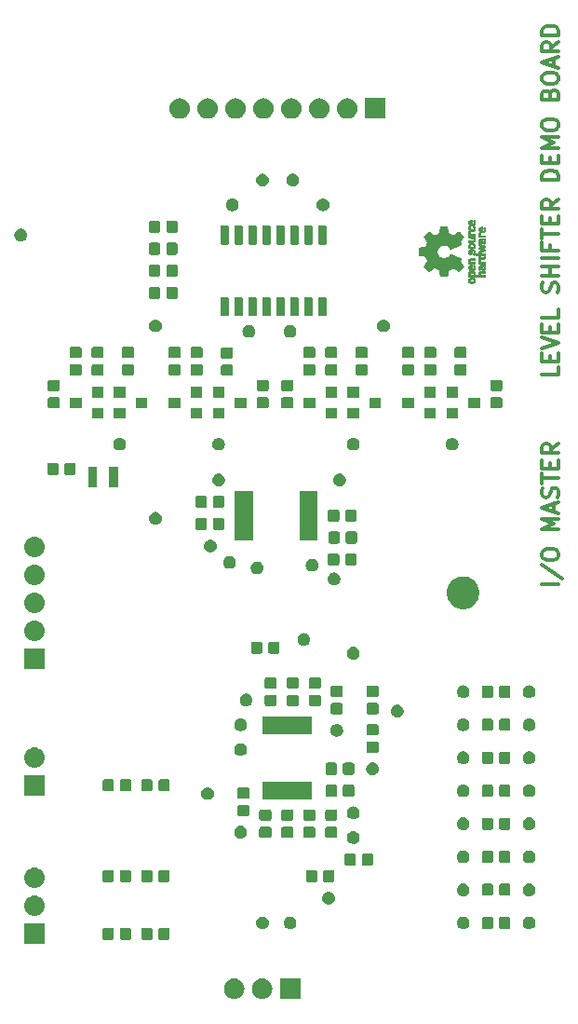
<source format=gbr>
G04 #@! TF.GenerationSoftware,KiCad,Pcbnew,5.1.4*
G04 #@! TF.CreationDate,2019-11-07T00:58:56-05:00*
G04 #@! TF.ProjectId,level-shifter-demo,6c657665-6c2d-4736-9869-667465722d64,rev?*
G04 #@! TF.SameCoordinates,Original*
G04 #@! TF.FileFunction,Soldermask,Top*
G04 #@! TF.FilePolarity,Negative*
%FSLAX46Y46*%
G04 Gerber Fmt 4.6, Leading zero omitted, Abs format (unit mm)*
G04 Created by KiCad (PCBNEW 5.1.4) date 2019-11-07 00:58:56*
%MOMM*%
%LPD*%
G04 APERTURE LIST*
%ADD10C,0.300000*%
%ADD11C,0.010000*%
%ADD12C,0.100000*%
G04 APERTURE END LIST*
D10*
X257678571Y-153266428D02*
X256178571Y-153266428D01*
X256107142Y-151480714D02*
X258035714Y-152766428D01*
X256178571Y-150695000D02*
X256178571Y-150409285D01*
X256250000Y-150266428D01*
X256392857Y-150123571D01*
X256678571Y-150052142D01*
X257178571Y-150052142D01*
X257464285Y-150123571D01*
X257607142Y-150266428D01*
X257678571Y-150409285D01*
X257678571Y-150695000D01*
X257607142Y-150837857D01*
X257464285Y-150980714D01*
X257178571Y-151052142D01*
X256678571Y-151052142D01*
X256392857Y-150980714D01*
X256250000Y-150837857D01*
X256178571Y-150695000D01*
X257678571Y-148266428D02*
X256178571Y-148266428D01*
X257250000Y-147766428D01*
X256178571Y-147266428D01*
X257678571Y-147266428D01*
X257250000Y-146623571D02*
X257250000Y-145909285D01*
X257678571Y-146766428D02*
X256178571Y-146266428D01*
X257678571Y-145766428D01*
X257607142Y-145337857D02*
X257678571Y-145123571D01*
X257678571Y-144766428D01*
X257607142Y-144623571D01*
X257535714Y-144552142D01*
X257392857Y-144480714D01*
X257250000Y-144480714D01*
X257107142Y-144552142D01*
X257035714Y-144623571D01*
X256964285Y-144766428D01*
X256892857Y-145052142D01*
X256821428Y-145195000D01*
X256750000Y-145266428D01*
X256607142Y-145337857D01*
X256464285Y-145337857D01*
X256321428Y-145266428D01*
X256250000Y-145195000D01*
X256178571Y-145052142D01*
X256178571Y-144695000D01*
X256250000Y-144480714D01*
X256178571Y-144052142D02*
X256178571Y-143195000D01*
X257678571Y-143623571D02*
X256178571Y-143623571D01*
X256892857Y-142695000D02*
X256892857Y-142195000D01*
X257678571Y-141980714D02*
X257678571Y-142695000D01*
X256178571Y-142695000D01*
X256178571Y-141980714D01*
X257678571Y-140480714D02*
X256964285Y-140980714D01*
X257678571Y-141337857D02*
X256178571Y-141337857D01*
X256178571Y-140766428D01*
X256250000Y-140623571D01*
X256321428Y-140552142D01*
X256464285Y-140480714D01*
X256678571Y-140480714D01*
X256821428Y-140552142D01*
X256892857Y-140623571D01*
X256964285Y-140766428D01*
X256964285Y-141337857D01*
X257678571Y-133480714D02*
X257678571Y-134195000D01*
X256178571Y-134195000D01*
X256892857Y-132980714D02*
X256892857Y-132480714D01*
X257678571Y-132266428D02*
X257678571Y-132980714D01*
X256178571Y-132980714D01*
X256178571Y-132266428D01*
X256178571Y-131837857D02*
X257678571Y-131337857D01*
X256178571Y-130837857D01*
X256892857Y-130337857D02*
X256892857Y-129837857D01*
X257678571Y-129623571D02*
X257678571Y-130337857D01*
X256178571Y-130337857D01*
X256178571Y-129623571D01*
X257678571Y-128266428D02*
X257678571Y-128980714D01*
X256178571Y-128980714D01*
X257607142Y-126695000D02*
X257678571Y-126480714D01*
X257678571Y-126123571D01*
X257607142Y-125980714D01*
X257535714Y-125909285D01*
X257392857Y-125837857D01*
X257250000Y-125837857D01*
X257107142Y-125909285D01*
X257035714Y-125980714D01*
X256964285Y-126123571D01*
X256892857Y-126409285D01*
X256821428Y-126552142D01*
X256750000Y-126623571D01*
X256607142Y-126695000D01*
X256464285Y-126695000D01*
X256321428Y-126623571D01*
X256250000Y-126552142D01*
X256178571Y-126409285D01*
X256178571Y-126052142D01*
X256250000Y-125837857D01*
X257678571Y-125195000D02*
X256178571Y-125195000D01*
X256892857Y-125195000D02*
X256892857Y-124337857D01*
X257678571Y-124337857D02*
X256178571Y-124337857D01*
X257678571Y-123623571D02*
X256178571Y-123623571D01*
X256892857Y-122409285D02*
X256892857Y-122909285D01*
X257678571Y-122909285D02*
X256178571Y-122909285D01*
X256178571Y-122195000D01*
X256178571Y-121837857D02*
X256178571Y-120980714D01*
X257678571Y-121409285D02*
X256178571Y-121409285D01*
X256892857Y-120480714D02*
X256892857Y-119980714D01*
X257678571Y-119766428D02*
X257678571Y-120480714D01*
X256178571Y-120480714D01*
X256178571Y-119766428D01*
X257678571Y-118266428D02*
X256964285Y-118766428D01*
X257678571Y-119123571D02*
X256178571Y-119123571D01*
X256178571Y-118552142D01*
X256250000Y-118409285D01*
X256321428Y-118337857D01*
X256464285Y-118266428D01*
X256678571Y-118266428D01*
X256821428Y-118337857D01*
X256892857Y-118409285D01*
X256964285Y-118552142D01*
X256964285Y-119123571D01*
X257678571Y-116480714D02*
X256178571Y-116480714D01*
X256178571Y-116123571D01*
X256250000Y-115909285D01*
X256392857Y-115766428D01*
X256535714Y-115695000D01*
X256821428Y-115623571D01*
X257035714Y-115623571D01*
X257321428Y-115695000D01*
X257464285Y-115766428D01*
X257607142Y-115909285D01*
X257678571Y-116123571D01*
X257678571Y-116480714D01*
X256892857Y-114980714D02*
X256892857Y-114480714D01*
X257678571Y-114266428D02*
X257678571Y-114980714D01*
X256178571Y-114980714D01*
X256178571Y-114266428D01*
X257678571Y-113623571D02*
X256178571Y-113623571D01*
X257250000Y-113123571D01*
X256178571Y-112623571D01*
X257678571Y-112623571D01*
X256178571Y-111623571D02*
X256178571Y-111337857D01*
X256250000Y-111195000D01*
X256392857Y-111052142D01*
X256678571Y-110980714D01*
X257178571Y-110980714D01*
X257464285Y-111052142D01*
X257607142Y-111195000D01*
X257678571Y-111337857D01*
X257678571Y-111623571D01*
X257607142Y-111766428D01*
X257464285Y-111909285D01*
X257178571Y-111980714D01*
X256678571Y-111980714D01*
X256392857Y-111909285D01*
X256250000Y-111766428D01*
X256178571Y-111623571D01*
X256892857Y-108695000D02*
X256964285Y-108480714D01*
X257035714Y-108409285D01*
X257178571Y-108337857D01*
X257392857Y-108337857D01*
X257535714Y-108409285D01*
X257607142Y-108480714D01*
X257678571Y-108623571D01*
X257678571Y-109195000D01*
X256178571Y-109195000D01*
X256178571Y-108695000D01*
X256250000Y-108552142D01*
X256321428Y-108480714D01*
X256464285Y-108409285D01*
X256607142Y-108409285D01*
X256750000Y-108480714D01*
X256821428Y-108552142D01*
X256892857Y-108695000D01*
X256892857Y-109195000D01*
X256178571Y-107409285D02*
X256178571Y-107123571D01*
X256250000Y-106980714D01*
X256392857Y-106837857D01*
X256678571Y-106766428D01*
X257178571Y-106766428D01*
X257464285Y-106837857D01*
X257607142Y-106980714D01*
X257678571Y-107123571D01*
X257678571Y-107409285D01*
X257607142Y-107552142D01*
X257464285Y-107695000D01*
X257178571Y-107766428D01*
X256678571Y-107766428D01*
X256392857Y-107695000D01*
X256250000Y-107552142D01*
X256178571Y-107409285D01*
X257250000Y-106195000D02*
X257250000Y-105480714D01*
X257678571Y-106337857D02*
X256178571Y-105837857D01*
X257678571Y-105337857D01*
X257678571Y-103980714D02*
X256964285Y-104480714D01*
X257678571Y-104837857D02*
X256178571Y-104837857D01*
X256178571Y-104266428D01*
X256250000Y-104123571D01*
X256321428Y-104052142D01*
X256464285Y-103980714D01*
X256678571Y-103980714D01*
X256821428Y-104052142D01*
X256892857Y-104123571D01*
X256964285Y-104266428D01*
X256964285Y-104837857D01*
X257678571Y-103337857D02*
X256178571Y-103337857D01*
X256178571Y-102980714D01*
X256250000Y-102766428D01*
X256392857Y-102623571D01*
X256535714Y-102552142D01*
X256821428Y-102480714D01*
X257035714Y-102480714D01*
X257321428Y-102552142D01*
X257464285Y-102623571D01*
X257607142Y-102766428D01*
X257678571Y-102980714D01*
X257678571Y-103337857D01*
D11*
G36*
X249469184Y-124908759D02*
G01*
X249482282Y-124882247D01*
X249505106Y-124849553D01*
X249529996Y-124825725D01*
X249561249Y-124809406D01*
X249603166Y-124799240D01*
X249660044Y-124793872D01*
X249736184Y-124791944D01*
X249768917Y-124791831D01*
X249840656Y-124792161D01*
X249891927Y-124793527D01*
X249927404Y-124796500D01*
X249951763Y-124801649D01*
X249969680Y-124809543D01*
X249981902Y-124817757D01*
X250033905Y-124870187D01*
X250065184Y-124931930D01*
X250074592Y-124998536D01*
X250060980Y-125065558D01*
X250051354Y-125086792D01*
X250024859Y-125137624D01*
X250440052Y-125137624D01*
X250420868Y-125100525D01*
X250406025Y-125051643D01*
X250402222Y-124991561D01*
X250409243Y-124931564D01*
X250425013Y-124886256D01*
X250455047Y-124848675D01*
X250498024Y-124816564D01*
X250502436Y-124814150D01*
X250523221Y-124803967D01*
X250544170Y-124796530D01*
X250569548Y-124791411D01*
X250603618Y-124788181D01*
X250650641Y-124786413D01*
X250714882Y-124785677D01*
X250787176Y-124785544D01*
X251017822Y-124785544D01*
X251017822Y-124923861D01*
X250592533Y-124923861D01*
X250559979Y-124962549D01*
X250533940Y-125002738D01*
X250529205Y-125040797D01*
X250541389Y-125079066D01*
X250553320Y-125099462D01*
X250570313Y-125114642D01*
X250595995Y-125125438D01*
X250633991Y-125132683D01*
X250687926Y-125137208D01*
X250761425Y-125139844D01*
X250810347Y-125140772D01*
X251011535Y-125143911D01*
X251015336Y-125209926D01*
X251019136Y-125275940D01*
X249770650Y-125275940D01*
X249770650Y-125137624D01*
X249840254Y-125134097D01*
X249888569Y-125122215D01*
X249918631Y-125100020D01*
X249933471Y-125065559D01*
X249936436Y-125030742D01*
X249933028Y-124991329D01*
X249919617Y-124965171D01*
X249901896Y-124948814D01*
X249882835Y-124935937D01*
X249861601Y-124928272D01*
X249831849Y-124924861D01*
X249787236Y-124924749D01*
X249749880Y-124925897D01*
X249693604Y-124928532D01*
X249656658Y-124932456D01*
X249633223Y-124939063D01*
X249617480Y-124949749D01*
X249608380Y-124959833D01*
X249588537Y-125001970D01*
X249585332Y-125051840D01*
X249592168Y-125080476D01*
X249616464Y-125108828D01*
X249663728Y-125127609D01*
X249733624Y-125136712D01*
X249770650Y-125137624D01*
X249770650Y-125275940D01*
X249458614Y-125275940D01*
X249458614Y-125206782D01*
X249460256Y-125165260D01*
X249466087Y-125143838D01*
X249477461Y-125137626D01*
X249477798Y-125137624D01*
X249488938Y-125134742D01*
X249487673Y-125122030D01*
X249475433Y-125096757D01*
X249456707Y-125037869D01*
X249454739Y-124971615D01*
X249469184Y-124908759D01*
X249469184Y-124908759D01*
G37*
X249469184Y-124908759D02*
X249482282Y-124882247D01*
X249505106Y-124849553D01*
X249529996Y-124825725D01*
X249561249Y-124809406D01*
X249603166Y-124799240D01*
X249660044Y-124793872D01*
X249736184Y-124791944D01*
X249768917Y-124791831D01*
X249840656Y-124792161D01*
X249891927Y-124793527D01*
X249927404Y-124796500D01*
X249951763Y-124801649D01*
X249969680Y-124809543D01*
X249981902Y-124817757D01*
X250033905Y-124870187D01*
X250065184Y-124931930D01*
X250074592Y-124998536D01*
X250060980Y-125065558D01*
X250051354Y-125086792D01*
X250024859Y-125137624D01*
X250440052Y-125137624D01*
X250420868Y-125100525D01*
X250406025Y-125051643D01*
X250402222Y-124991561D01*
X250409243Y-124931564D01*
X250425013Y-124886256D01*
X250455047Y-124848675D01*
X250498024Y-124816564D01*
X250502436Y-124814150D01*
X250523221Y-124803967D01*
X250544170Y-124796530D01*
X250569548Y-124791411D01*
X250603618Y-124788181D01*
X250650641Y-124786413D01*
X250714882Y-124785677D01*
X250787176Y-124785544D01*
X251017822Y-124785544D01*
X251017822Y-124923861D01*
X250592533Y-124923861D01*
X250559979Y-124962549D01*
X250533940Y-125002738D01*
X250529205Y-125040797D01*
X250541389Y-125079066D01*
X250553320Y-125099462D01*
X250570313Y-125114642D01*
X250595995Y-125125438D01*
X250633991Y-125132683D01*
X250687926Y-125137208D01*
X250761425Y-125139844D01*
X250810347Y-125140772D01*
X251011535Y-125143911D01*
X251015336Y-125209926D01*
X251019136Y-125275940D01*
X249770650Y-125275940D01*
X249770650Y-125137624D01*
X249840254Y-125134097D01*
X249888569Y-125122215D01*
X249918631Y-125100020D01*
X249933471Y-125065559D01*
X249936436Y-125030742D01*
X249933028Y-124991329D01*
X249919617Y-124965171D01*
X249901896Y-124948814D01*
X249882835Y-124935937D01*
X249861601Y-124928272D01*
X249831849Y-124924861D01*
X249787236Y-124924749D01*
X249749880Y-124925897D01*
X249693604Y-124928532D01*
X249656658Y-124932456D01*
X249633223Y-124939063D01*
X249617480Y-124949749D01*
X249608380Y-124959833D01*
X249588537Y-125001970D01*
X249585332Y-125051840D01*
X249592168Y-125080476D01*
X249616464Y-125108828D01*
X249663728Y-125127609D01*
X249733624Y-125136712D01*
X249770650Y-125137624D01*
X249770650Y-125275940D01*
X249458614Y-125275940D01*
X249458614Y-125206782D01*
X249460256Y-125165260D01*
X249466087Y-125143838D01*
X249477461Y-125137626D01*
X249477798Y-125137624D01*
X249488938Y-125134742D01*
X249487673Y-125122030D01*
X249475433Y-125096757D01*
X249456707Y-125037869D01*
X249454739Y-124971615D01*
X249469184Y-124908759D01*
G36*
X250406555Y-124384210D02*
G01*
X250422339Y-124325055D01*
X250450948Y-124280023D01*
X250488419Y-124248246D01*
X250504411Y-124238366D01*
X250521163Y-124231073D01*
X250542592Y-124225974D01*
X250572616Y-124222679D01*
X250615154Y-124220797D01*
X250674122Y-124219937D01*
X250753440Y-124219707D01*
X250774484Y-124219703D01*
X251017822Y-124219703D01*
X251017822Y-124280059D01*
X251015126Y-124318557D01*
X251008295Y-124347023D01*
X251004083Y-124354155D01*
X250996813Y-124373652D01*
X251004083Y-124393566D01*
X251013160Y-124426353D01*
X251016813Y-124473978D01*
X251015228Y-124526764D01*
X251008589Y-124575036D01*
X251000072Y-124603218D01*
X250965063Y-124657753D01*
X250916479Y-124691835D01*
X250851882Y-124707157D01*
X250850223Y-124707299D01*
X250821566Y-124705955D01*
X250821566Y-124584356D01*
X250854161Y-124573726D01*
X250872505Y-124556410D01*
X250886379Y-124521652D01*
X250891917Y-124475773D01*
X250889191Y-124428988D01*
X250878274Y-124391514D01*
X250871269Y-124381015D01*
X250838904Y-124362668D01*
X250802111Y-124358020D01*
X250753763Y-124358020D01*
X250753763Y-124427582D01*
X250758850Y-124493667D01*
X250773263Y-124543764D01*
X250795729Y-124574929D01*
X250821566Y-124584356D01*
X250821566Y-124705955D01*
X250779647Y-124703987D01*
X250723845Y-124680710D01*
X250681647Y-124636948D01*
X250677808Y-124630899D01*
X250665309Y-124604907D01*
X250657740Y-124572735D01*
X250654061Y-124527760D01*
X250653216Y-124474331D01*
X250653169Y-124358020D01*
X250604411Y-124358020D01*
X250566581Y-124362953D01*
X250541236Y-124375543D01*
X250539887Y-124377017D01*
X250528800Y-124405034D01*
X250524503Y-124447326D01*
X250526615Y-124494064D01*
X250534756Y-124535418D01*
X250546965Y-124559957D01*
X250556746Y-124573253D01*
X250558613Y-124587294D01*
X250550600Y-124606671D01*
X250530739Y-124635976D01*
X250497063Y-124679803D01*
X250493909Y-124683825D01*
X250482236Y-124681764D01*
X250462822Y-124664568D01*
X250441248Y-124638433D01*
X250423096Y-124609552D01*
X250418809Y-124600478D01*
X250410256Y-124567380D01*
X250404155Y-124518880D01*
X250401708Y-124464695D01*
X250401703Y-124462161D01*
X250406555Y-124384210D01*
X250406555Y-124384210D01*
G37*
X250406555Y-124384210D02*
X250422339Y-124325055D01*
X250450948Y-124280023D01*
X250488419Y-124248246D01*
X250504411Y-124238366D01*
X250521163Y-124231073D01*
X250542592Y-124225974D01*
X250572616Y-124222679D01*
X250615154Y-124220797D01*
X250674122Y-124219937D01*
X250753440Y-124219707D01*
X250774484Y-124219703D01*
X251017822Y-124219703D01*
X251017822Y-124280059D01*
X251015126Y-124318557D01*
X251008295Y-124347023D01*
X251004083Y-124354155D01*
X250996813Y-124373652D01*
X251004083Y-124393566D01*
X251013160Y-124426353D01*
X251016813Y-124473978D01*
X251015228Y-124526764D01*
X251008589Y-124575036D01*
X251000072Y-124603218D01*
X250965063Y-124657753D01*
X250916479Y-124691835D01*
X250851882Y-124707157D01*
X250850223Y-124707299D01*
X250821566Y-124705955D01*
X250821566Y-124584356D01*
X250854161Y-124573726D01*
X250872505Y-124556410D01*
X250886379Y-124521652D01*
X250891917Y-124475773D01*
X250889191Y-124428988D01*
X250878274Y-124391514D01*
X250871269Y-124381015D01*
X250838904Y-124362668D01*
X250802111Y-124358020D01*
X250753763Y-124358020D01*
X250753763Y-124427582D01*
X250758850Y-124493667D01*
X250773263Y-124543764D01*
X250795729Y-124574929D01*
X250821566Y-124584356D01*
X250821566Y-124705955D01*
X250779647Y-124703987D01*
X250723845Y-124680710D01*
X250681647Y-124636948D01*
X250677808Y-124630899D01*
X250665309Y-124604907D01*
X250657740Y-124572735D01*
X250654061Y-124527760D01*
X250653216Y-124474331D01*
X250653169Y-124358020D01*
X250604411Y-124358020D01*
X250566581Y-124362953D01*
X250541236Y-124375543D01*
X250539887Y-124377017D01*
X250528800Y-124405034D01*
X250524503Y-124447326D01*
X250526615Y-124494064D01*
X250534756Y-124535418D01*
X250546965Y-124559957D01*
X250556746Y-124573253D01*
X250558613Y-124587294D01*
X250550600Y-124606671D01*
X250530739Y-124635976D01*
X250497063Y-124679803D01*
X250493909Y-124683825D01*
X250482236Y-124681764D01*
X250462822Y-124664568D01*
X250441248Y-124638433D01*
X250423096Y-124609552D01*
X250418809Y-124600478D01*
X250410256Y-124567380D01*
X250404155Y-124518880D01*
X250401708Y-124464695D01*
X250401703Y-124462161D01*
X250406555Y-124384210D01*
G36*
X250403020Y-123993356D02*
G01*
X250408660Y-123974539D01*
X250421053Y-123968473D01*
X250426647Y-123968218D01*
X250442230Y-123967129D01*
X250444676Y-123959632D01*
X250433993Y-123939381D01*
X250426694Y-123927351D01*
X250411063Y-123889400D01*
X250403334Y-123844072D01*
X250402740Y-123796544D01*
X250408513Y-123751995D01*
X250419884Y-123715602D01*
X250436088Y-123692543D01*
X250456355Y-123687996D01*
X250461843Y-123690291D01*
X250484626Y-123707020D01*
X250512647Y-123732963D01*
X250517177Y-123737655D01*
X250538005Y-123762383D01*
X250544735Y-123783718D01*
X250540038Y-123813555D01*
X250536917Y-123825508D01*
X250529421Y-123862705D01*
X250532792Y-123888859D01*
X250544681Y-123910946D01*
X250560635Y-123931178D01*
X250580700Y-123946079D01*
X250608702Y-123956434D01*
X250648467Y-123963029D01*
X250703823Y-123966649D01*
X250778594Y-123968078D01*
X250823740Y-123968218D01*
X251017822Y-123968218D01*
X251017822Y-124093960D01*
X250401683Y-124093960D01*
X250401683Y-124031089D01*
X250403020Y-123993356D01*
X250403020Y-123993356D01*
G37*
X250403020Y-123993356D02*
X250408660Y-123974539D01*
X250421053Y-123968473D01*
X250426647Y-123968218D01*
X250442230Y-123967129D01*
X250444676Y-123959632D01*
X250433993Y-123939381D01*
X250426694Y-123927351D01*
X250411063Y-123889400D01*
X250403334Y-123844072D01*
X250402740Y-123796544D01*
X250408513Y-123751995D01*
X250419884Y-123715602D01*
X250436088Y-123692543D01*
X250456355Y-123687996D01*
X250461843Y-123690291D01*
X250484626Y-123707020D01*
X250512647Y-123732963D01*
X250517177Y-123737655D01*
X250538005Y-123762383D01*
X250544735Y-123783718D01*
X250540038Y-123813555D01*
X250536917Y-123825508D01*
X250529421Y-123862705D01*
X250532792Y-123888859D01*
X250544681Y-123910946D01*
X250560635Y-123931178D01*
X250580700Y-123946079D01*
X250608702Y-123956434D01*
X250648467Y-123963029D01*
X250703823Y-123966649D01*
X250778594Y-123968078D01*
X250823740Y-123968218D01*
X251017822Y-123968218D01*
X251017822Y-124093960D01*
X250401683Y-124093960D01*
X250401683Y-124031089D01*
X250403020Y-123993356D01*
G36*
X251017822Y-123201188D02*
G01*
X251017822Y-123270346D01*
X251016645Y-123310488D01*
X251011772Y-123331394D01*
X251001186Y-123338922D01*
X250994029Y-123339505D01*
X250979676Y-123340774D01*
X250976923Y-123348779D01*
X250985771Y-123369815D01*
X250994029Y-123386173D01*
X251013597Y-123448977D01*
X251014729Y-123517248D01*
X251000135Y-123572752D01*
X250964877Y-123624438D01*
X250912835Y-123663838D01*
X250851450Y-123685413D01*
X250848018Y-123685962D01*
X250810571Y-123689167D01*
X250756813Y-123690761D01*
X250716155Y-123690633D01*
X250716155Y-123553279D01*
X250770194Y-123550097D01*
X250814735Y-123542859D01*
X250839888Y-123533060D01*
X250874260Y-123495989D01*
X250886582Y-123451974D01*
X250876618Y-123406584D01*
X250846895Y-123367797D01*
X250826905Y-123353108D01*
X250803050Y-123344519D01*
X250768230Y-123340496D01*
X250715930Y-123339505D01*
X250664139Y-123341278D01*
X250618634Y-123345963D01*
X250588181Y-123352603D01*
X250585452Y-123353710D01*
X250553000Y-123380491D01*
X250535183Y-123419579D01*
X250532306Y-123463315D01*
X250544674Y-123504038D01*
X250572593Y-123534087D01*
X250578148Y-123537204D01*
X250612022Y-123546961D01*
X250660728Y-123552277D01*
X250716155Y-123553279D01*
X250716155Y-123690633D01*
X250695540Y-123690568D01*
X250662563Y-123689664D01*
X250580981Y-123683514D01*
X250519730Y-123670733D01*
X250474449Y-123649471D01*
X250440779Y-123617878D01*
X250421014Y-123587207D01*
X250407120Y-123544354D01*
X250402354Y-123491056D01*
X250406236Y-123436480D01*
X250418282Y-123389792D01*
X250432693Y-123365124D01*
X250455878Y-123339505D01*
X250162773Y-123339505D01*
X250162773Y-123201188D01*
X251017822Y-123201188D01*
X251017822Y-123201188D01*
G37*
X251017822Y-123201188D02*
X251017822Y-123270346D01*
X251016645Y-123310488D01*
X251011772Y-123331394D01*
X251001186Y-123338922D01*
X250994029Y-123339505D01*
X250979676Y-123340774D01*
X250976923Y-123348779D01*
X250985771Y-123369815D01*
X250994029Y-123386173D01*
X251013597Y-123448977D01*
X251014729Y-123517248D01*
X251000135Y-123572752D01*
X250964877Y-123624438D01*
X250912835Y-123663838D01*
X250851450Y-123685413D01*
X250848018Y-123685962D01*
X250810571Y-123689167D01*
X250756813Y-123690761D01*
X250716155Y-123690633D01*
X250716155Y-123553279D01*
X250770194Y-123550097D01*
X250814735Y-123542859D01*
X250839888Y-123533060D01*
X250874260Y-123495989D01*
X250886582Y-123451974D01*
X250876618Y-123406584D01*
X250846895Y-123367797D01*
X250826905Y-123353108D01*
X250803050Y-123344519D01*
X250768230Y-123340496D01*
X250715930Y-123339505D01*
X250664139Y-123341278D01*
X250618634Y-123345963D01*
X250588181Y-123352603D01*
X250585452Y-123353710D01*
X250553000Y-123380491D01*
X250535183Y-123419579D01*
X250532306Y-123463315D01*
X250544674Y-123504038D01*
X250572593Y-123534087D01*
X250578148Y-123537204D01*
X250612022Y-123546961D01*
X250660728Y-123552277D01*
X250716155Y-123553279D01*
X250716155Y-123690633D01*
X250695540Y-123690568D01*
X250662563Y-123689664D01*
X250580981Y-123683514D01*
X250519730Y-123670733D01*
X250474449Y-123649471D01*
X250440779Y-123617878D01*
X250421014Y-123587207D01*
X250407120Y-123544354D01*
X250402354Y-123491056D01*
X250406236Y-123436480D01*
X250418282Y-123389792D01*
X250432693Y-123365124D01*
X250455878Y-123339505D01*
X250162773Y-123339505D01*
X250162773Y-123201188D01*
X251017822Y-123201188D01*
G36*
X250404237Y-122718476D02*
G01*
X250407971Y-122668745D01*
X250797773Y-122538709D01*
X250728614Y-122518322D01*
X250685874Y-122506054D01*
X250628115Y-122489915D01*
X250564625Y-122472488D01*
X250530570Y-122463274D01*
X250401683Y-122428612D01*
X250401683Y-122285609D01*
X250536857Y-122328354D01*
X250603342Y-122349404D01*
X250683539Y-122374833D01*
X250767193Y-122401390D01*
X250841782Y-122425098D01*
X251011535Y-122479098D01*
X251015328Y-122537402D01*
X251019122Y-122595705D01*
X250914734Y-122627321D01*
X250849889Y-122646818D01*
X250778400Y-122668096D01*
X250715263Y-122686692D01*
X250712750Y-122687426D01*
X250669969Y-122701316D01*
X250640779Y-122713571D01*
X250629741Y-122722154D01*
X250631018Y-122723918D01*
X250648130Y-122730109D01*
X250684787Y-122741872D01*
X250736378Y-122757775D01*
X250798294Y-122776386D01*
X250832352Y-122786457D01*
X251017822Y-122840993D01*
X251017822Y-122956736D01*
X250725471Y-123049263D01*
X250643462Y-123075256D01*
X250568987Y-123098934D01*
X250505544Y-123119180D01*
X250456632Y-123134874D01*
X250425749Y-123144898D01*
X250416726Y-123147945D01*
X250407487Y-123145533D01*
X250403441Y-123126592D01*
X250403846Y-123087177D01*
X250404152Y-123081007D01*
X250407971Y-123007914D01*
X250584010Y-122960043D01*
X250648211Y-122942447D01*
X250704649Y-122926723D01*
X250748422Y-122914254D01*
X250774630Y-122906426D01*
X250778903Y-122904980D01*
X250773990Y-122898986D01*
X250748532Y-122886899D01*
X250705997Y-122870107D01*
X250649850Y-122849997D01*
X250599130Y-122832997D01*
X250400504Y-122768206D01*
X250404237Y-122718476D01*
X250404237Y-122718476D01*
G37*
X250404237Y-122718476D02*
X250407971Y-122668745D01*
X250797773Y-122538709D01*
X250728614Y-122518322D01*
X250685874Y-122506054D01*
X250628115Y-122489915D01*
X250564625Y-122472488D01*
X250530570Y-122463274D01*
X250401683Y-122428612D01*
X250401683Y-122285609D01*
X250536857Y-122328354D01*
X250603342Y-122349404D01*
X250683539Y-122374833D01*
X250767193Y-122401390D01*
X250841782Y-122425098D01*
X251011535Y-122479098D01*
X251015328Y-122537402D01*
X251019122Y-122595705D01*
X250914734Y-122627321D01*
X250849889Y-122646818D01*
X250778400Y-122668096D01*
X250715263Y-122686692D01*
X250712750Y-122687426D01*
X250669969Y-122701316D01*
X250640779Y-122713571D01*
X250629741Y-122722154D01*
X250631018Y-122723918D01*
X250648130Y-122730109D01*
X250684787Y-122741872D01*
X250736378Y-122757775D01*
X250798294Y-122776386D01*
X250832352Y-122786457D01*
X251017822Y-122840993D01*
X251017822Y-122956736D01*
X250725471Y-123049263D01*
X250643462Y-123075256D01*
X250568987Y-123098934D01*
X250505544Y-123119180D01*
X250456632Y-123134874D01*
X250425749Y-123144898D01*
X250416726Y-123147945D01*
X250407487Y-123145533D01*
X250403441Y-123126592D01*
X250403846Y-123087177D01*
X250404152Y-123081007D01*
X250407971Y-123007914D01*
X250584010Y-122960043D01*
X250648211Y-122942447D01*
X250704649Y-122926723D01*
X250748422Y-122914254D01*
X250774630Y-122906426D01*
X250778903Y-122904980D01*
X250773990Y-122898986D01*
X250748532Y-122886899D01*
X250705997Y-122870107D01*
X250649850Y-122849997D01*
X250599130Y-122832997D01*
X250400504Y-122768206D01*
X250404237Y-122718476D01*
G36*
X250405417Y-121961589D02*
G01*
X250418290Y-121908589D01*
X250425110Y-121893269D01*
X250442974Y-121863572D01*
X250463093Y-121840780D01*
X250488962Y-121823917D01*
X250524073Y-121812002D01*
X250571920Y-121804058D01*
X250635996Y-121799106D01*
X250719794Y-121796169D01*
X250775768Y-121795053D01*
X251017822Y-121790948D01*
X251017822Y-121861068D01*
X251016038Y-121903607D01*
X251009942Y-121925524D01*
X250999706Y-121931188D01*
X250988637Y-121934179D01*
X250990754Y-121947549D01*
X250999629Y-121965767D01*
X251013233Y-122011376D01*
X251016899Y-122069993D01*
X251010903Y-122131646D01*
X250995521Y-122186362D01*
X250993386Y-122191270D01*
X250958255Y-122241277D01*
X250909419Y-122274244D01*
X250852333Y-122289413D01*
X250831824Y-122288254D01*
X250831824Y-122164492D01*
X250859425Y-122153587D01*
X250879204Y-122121255D01*
X250889819Y-122069090D01*
X250891228Y-122041213D01*
X250887620Y-121994753D01*
X250873597Y-121963871D01*
X250866931Y-121956336D01*
X250830666Y-121935924D01*
X250797773Y-121931188D01*
X250753763Y-121931188D01*
X250753763Y-121992487D01*
X250757395Y-122063744D01*
X250768818Y-122113724D01*
X250788824Y-122145304D01*
X250797743Y-122152374D01*
X250831824Y-122164492D01*
X250831824Y-122288254D01*
X250792456Y-122286029D01*
X250735244Y-122263337D01*
X250696580Y-122232376D01*
X250679864Y-122213624D01*
X250668878Y-122195267D01*
X250662180Y-122171381D01*
X250658326Y-122136043D01*
X250655873Y-122083331D01*
X250655168Y-122062423D01*
X250650879Y-121931188D01*
X250611158Y-121931380D01*
X250569405Y-121936463D01*
X250544158Y-121954838D01*
X250528030Y-121991961D01*
X250527742Y-121992957D01*
X250521400Y-122045590D01*
X250529684Y-122097094D01*
X250549827Y-122135370D01*
X250559773Y-122150728D01*
X250558397Y-122167270D01*
X250543987Y-122192725D01*
X250533817Y-122207672D01*
X250512088Y-122236909D01*
X250495800Y-122255020D01*
X250491137Y-122257926D01*
X250467005Y-122245960D01*
X250438185Y-122210604D01*
X250428461Y-122195247D01*
X250411714Y-122151099D01*
X250402227Y-122091602D01*
X250400095Y-122025513D01*
X250405417Y-121961589D01*
X250405417Y-121961589D01*
G37*
X250405417Y-121961589D02*
X250418290Y-121908589D01*
X250425110Y-121893269D01*
X250442974Y-121863572D01*
X250463093Y-121840780D01*
X250488962Y-121823917D01*
X250524073Y-121812002D01*
X250571920Y-121804058D01*
X250635996Y-121799106D01*
X250719794Y-121796169D01*
X250775768Y-121795053D01*
X251017822Y-121790948D01*
X251017822Y-121861068D01*
X251016038Y-121903607D01*
X251009942Y-121925524D01*
X250999706Y-121931188D01*
X250988637Y-121934179D01*
X250990754Y-121947549D01*
X250999629Y-121965767D01*
X251013233Y-122011376D01*
X251016899Y-122069993D01*
X251010903Y-122131646D01*
X250995521Y-122186362D01*
X250993386Y-122191270D01*
X250958255Y-122241277D01*
X250909419Y-122274244D01*
X250852333Y-122289413D01*
X250831824Y-122288254D01*
X250831824Y-122164492D01*
X250859425Y-122153587D01*
X250879204Y-122121255D01*
X250889819Y-122069090D01*
X250891228Y-122041213D01*
X250887620Y-121994753D01*
X250873597Y-121963871D01*
X250866931Y-121956336D01*
X250830666Y-121935924D01*
X250797773Y-121931188D01*
X250753763Y-121931188D01*
X250753763Y-121992487D01*
X250757395Y-122063744D01*
X250768818Y-122113724D01*
X250788824Y-122145304D01*
X250797743Y-122152374D01*
X250831824Y-122164492D01*
X250831824Y-122288254D01*
X250792456Y-122286029D01*
X250735244Y-122263337D01*
X250696580Y-122232376D01*
X250679864Y-122213624D01*
X250668878Y-122195267D01*
X250662180Y-122171381D01*
X250658326Y-122136043D01*
X250655873Y-122083331D01*
X250655168Y-122062423D01*
X250650879Y-121931188D01*
X250611158Y-121931380D01*
X250569405Y-121936463D01*
X250544158Y-121954838D01*
X250528030Y-121991961D01*
X250527742Y-121992957D01*
X250521400Y-122045590D01*
X250529684Y-122097094D01*
X250549827Y-122135370D01*
X250559773Y-122150728D01*
X250558397Y-122167270D01*
X250543987Y-122192725D01*
X250533817Y-122207672D01*
X250512088Y-122236909D01*
X250495800Y-122255020D01*
X250491137Y-122257926D01*
X250467005Y-122245960D01*
X250438185Y-122210604D01*
X250428461Y-122195247D01*
X250411714Y-122151099D01*
X250402227Y-122091602D01*
X250400095Y-122025513D01*
X250405417Y-121961589D01*
G36*
X250401486Y-121364745D02*
G01*
X250411015Y-121316405D01*
X250425125Y-121288886D01*
X250448568Y-121259936D01*
X250500571Y-121301124D01*
X250532064Y-121326518D01*
X250547428Y-121343762D01*
X250549776Y-121360898D01*
X250542217Y-121385973D01*
X250537941Y-121397743D01*
X250531631Y-121445730D01*
X250545156Y-121489676D01*
X250575710Y-121521940D01*
X250585452Y-121527181D01*
X250611258Y-121532888D01*
X250658817Y-121537294D01*
X250724758Y-121540189D01*
X250805710Y-121541369D01*
X250817226Y-121541386D01*
X251017822Y-121541386D01*
X251017822Y-121679703D01*
X250401683Y-121679703D01*
X250401683Y-121610544D01*
X250402725Y-121570667D01*
X250407358Y-121549893D01*
X250417849Y-121542211D01*
X250427745Y-121541386D01*
X250453806Y-121541386D01*
X250427745Y-121508255D01*
X250409965Y-121470265D01*
X250401174Y-121419230D01*
X250401486Y-121364745D01*
X250401486Y-121364745D01*
G37*
X250401486Y-121364745D02*
X250411015Y-121316405D01*
X250425125Y-121288886D01*
X250448568Y-121259936D01*
X250500571Y-121301124D01*
X250532064Y-121326518D01*
X250547428Y-121343762D01*
X250549776Y-121360898D01*
X250542217Y-121385973D01*
X250537941Y-121397743D01*
X250531631Y-121445730D01*
X250545156Y-121489676D01*
X250575710Y-121521940D01*
X250585452Y-121527181D01*
X250611258Y-121532888D01*
X250658817Y-121537294D01*
X250724758Y-121540189D01*
X250805710Y-121541369D01*
X250817226Y-121541386D01*
X251017822Y-121541386D01*
X251017822Y-121679703D01*
X250401683Y-121679703D01*
X250401683Y-121610544D01*
X250402725Y-121570667D01*
X250407358Y-121549893D01*
X250417849Y-121542211D01*
X250427745Y-121541386D01*
X250453806Y-121541386D01*
X250427745Y-121508255D01*
X250409965Y-121470265D01*
X250401174Y-121419230D01*
X250401486Y-121364745D01*
G36*
X250404970Y-120967419D02*
G01*
X250420597Y-120907315D01*
X250452848Y-120856979D01*
X250476940Y-120832607D01*
X250533895Y-120792655D01*
X250599965Y-120769758D01*
X250681182Y-120761892D01*
X250687748Y-120761852D01*
X250753763Y-120761782D01*
X250753763Y-121141736D01*
X250788342Y-121133637D01*
X250819659Y-121119013D01*
X250852291Y-121093419D01*
X250857500Y-121088065D01*
X250885694Y-121042057D01*
X250890475Y-120989590D01*
X250871926Y-120929197D01*
X250866931Y-120918960D01*
X250851745Y-120887561D01*
X250843094Y-120866530D01*
X250842293Y-120862861D01*
X250850063Y-120850052D01*
X250869072Y-120825622D01*
X250879460Y-120813221D01*
X250903321Y-120787524D01*
X250919077Y-120779085D01*
X250933571Y-120784942D01*
X250937534Y-120788072D01*
X250954879Y-120809275D01*
X250975959Y-120844262D01*
X250988265Y-120868663D01*
X251009946Y-120937928D01*
X251016971Y-121014612D01*
X251008647Y-121087235D01*
X251002686Y-121107574D01*
X250968952Y-121170524D01*
X250917045Y-121217185D01*
X250846459Y-121247827D01*
X250756692Y-121262718D01*
X250709753Y-121264353D01*
X250641413Y-121259579D01*
X250641413Y-121139010D01*
X250646465Y-121127348D01*
X250650429Y-121096002D01*
X250652768Y-121050429D01*
X250653169Y-121019554D01*
X250652783Y-120964019D01*
X250650975Y-120928967D01*
X250646773Y-120909738D01*
X250639203Y-120901670D01*
X250628218Y-120900099D01*
X250594381Y-120910879D01*
X250560940Y-120938020D01*
X250535272Y-120973723D01*
X250524772Y-121009440D01*
X250534086Y-121057952D01*
X250561013Y-121099947D01*
X250599827Y-121129064D01*
X250641413Y-121139010D01*
X250641413Y-121259579D01*
X250610236Y-121257401D01*
X250530949Y-121235945D01*
X250471263Y-121199530D01*
X250430549Y-121147703D01*
X250408179Y-121080010D01*
X250403871Y-121043338D01*
X250404970Y-120967419D01*
X250404970Y-120967419D01*
G37*
X250404970Y-120967419D02*
X250420597Y-120907315D01*
X250452848Y-120856979D01*
X250476940Y-120832607D01*
X250533895Y-120792655D01*
X250599965Y-120769758D01*
X250681182Y-120761892D01*
X250687748Y-120761852D01*
X250753763Y-120761782D01*
X250753763Y-121141736D01*
X250788342Y-121133637D01*
X250819659Y-121119013D01*
X250852291Y-121093419D01*
X250857500Y-121088065D01*
X250885694Y-121042057D01*
X250890475Y-120989590D01*
X250871926Y-120929197D01*
X250866931Y-120918960D01*
X250851745Y-120887561D01*
X250843094Y-120866530D01*
X250842293Y-120862861D01*
X250850063Y-120850052D01*
X250869072Y-120825622D01*
X250879460Y-120813221D01*
X250903321Y-120787524D01*
X250919077Y-120779085D01*
X250933571Y-120784942D01*
X250937534Y-120788072D01*
X250954879Y-120809275D01*
X250975959Y-120844262D01*
X250988265Y-120868663D01*
X251009946Y-120937928D01*
X251016971Y-121014612D01*
X251008647Y-121087235D01*
X251002686Y-121107574D01*
X250968952Y-121170524D01*
X250917045Y-121217185D01*
X250846459Y-121247827D01*
X250756692Y-121262718D01*
X250709753Y-121264353D01*
X250641413Y-121259579D01*
X250641413Y-121139010D01*
X250646465Y-121127348D01*
X250650429Y-121096002D01*
X250652768Y-121050429D01*
X250653169Y-121019554D01*
X250652783Y-120964019D01*
X250650975Y-120928967D01*
X250646773Y-120909738D01*
X250639203Y-120901670D01*
X250628218Y-120900099D01*
X250594381Y-120910879D01*
X250560940Y-120938020D01*
X250535272Y-120973723D01*
X250524772Y-121009440D01*
X250534086Y-121057952D01*
X250561013Y-121099947D01*
X250599827Y-121129064D01*
X250641413Y-121139010D01*
X250641413Y-121259579D01*
X250610236Y-121257401D01*
X250530949Y-121235945D01*
X250471263Y-121199530D01*
X250430549Y-121147703D01*
X250408179Y-121080010D01*
X250403871Y-121043338D01*
X250404970Y-120967419D01*
G36*
X249465148Y-125538261D02*
G01*
X249494231Y-125472479D01*
X249542793Y-125422540D01*
X249610908Y-125388374D01*
X249698651Y-125369907D01*
X249712351Y-125368583D01*
X249808939Y-125367546D01*
X249893602Y-125380993D01*
X249962221Y-125408108D01*
X249984294Y-125422627D01*
X250031011Y-125473201D01*
X250061268Y-125537609D01*
X250073824Y-125609666D01*
X250067439Y-125683185D01*
X250047772Y-125739072D01*
X250014629Y-125787132D01*
X249971175Y-125826412D01*
X249970158Y-125827092D01*
X249943338Y-125843044D01*
X249916368Y-125853410D01*
X249882332Y-125859688D01*
X249834310Y-125863373D01*
X249794931Y-125864997D01*
X249759219Y-125865672D01*
X249759219Y-125739955D01*
X249794770Y-125738726D01*
X249842094Y-125734266D01*
X249872465Y-125726397D01*
X249894072Y-125712207D01*
X249906694Y-125698917D01*
X249933122Y-125651802D01*
X249936653Y-125602505D01*
X249917639Y-125556593D01*
X249896331Y-125533638D01*
X249874859Y-125517096D01*
X249854313Y-125507421D01*
X249827574Y-125503174D01*
X249787523Y-125502920D01*
X249750638Y-125504228D01*
X249697947Y-125507043D01*
X249663772Y-125511505D01*
X249641480Y-125519548D01*
X249624442Y-125533103D01*
X249614703Y-125543845D01*
X249589123Y-125588777D01*
X249587847Y-125637249D01*
X249602999Y-125677894D01*
X249634642Y-125712567D01*
X249686620Y-125733224D01*
X249759219Y-125739955D01*
X249759219Y-125865672D01*
X249716621Y-125866479D01*
X249658056Y-125863948D01*
X249614007Y-125856362D01*
X249579248Y-125842681D01*
X249548551Y-125821865D01*
X249539436Y-125814147D01*
X249494021Y-125765889D01*
X249467493Y-125714128D01*
X249456379Y-125650828D01*
X249455471Y-125619961D01*
X249465148Y-125538261D01*
X249465148Y-125538261D01*
G37*
X249465148Y-125538261D02*
X249494231Y-125472479D01*
X249542793Y-125422540D01*
X249610908Y-125388374D01*
X249698651Y-125369907D01*
X249712351Y-125368583D01*
X249808939Y-125367546D01*
X249893602Y-125380993D01*
X249962221Y-125408108D01*
X249984294Y-125422627D01*
X250031011Y-125473201D01*
X250061268Y-125537609D01*
X250073824Y-125609666D01*
X250067439Y-125683185D01*
X250047772Y-125739072D01*
X250014629Y-125787132D01*
X249971175Y-125826412D01*
X249970158Y-125827092D01*
X249943338Y-125843044D01*
X249916368Y-125853410D01*
X249882332Y-125859688D01*
X249834310Y-125863373D01*
X249794931Y-125864997D01*
X249759219Y-125865672D01*
X249759219Y-125739955D01*
X249794770Y-125738726D01*
X249842094Y-125734266D01*
X249872465Y-125726397D01*
X249894072Y-125712207D01*
X249906694Y-125698917D01*
X249933122Y-125651802D01*
X249936653Y-125602505D01*
X249917639Y-125556593D01*
X249896331Y-125533638D01*
X249874859Y-125517096D01*
X249854313Y-125507421D01*
X249827574Y-125503174D01*
X249787523Y-125502920D01*
X249750638Y-125504228D01*
X249697947Y-125507043D01*
X249663772Y-125511505D01*
X249641480Y-125519548D01*
X249624442Y-125533103D01*
X249614703Y-125543845D01*
X249589123Y-125588777D01*
X249587847Y-125637249D01*
X249602999Y-125677894D01*
X249634642Y-125712567D01*
X249686620Y-125733224D01*
X249759219Y-125739955D01*
X249759219Y-125865672D01*
X249716621Y-125866479D01*
X249658056Y-125863948D01*
X249614007Y-125856362D01*
X249579248Y-125842681D01*
X249548551Y-125821865D01*
X249539436Y-125814147D01*
X249494021Y-125765889D01*
X249467493Y-125714128D01*
X249456379Y-125650828D01*
X249455471Y-125619961D01*
X249465148Y-125538261D01*
G36*
X249472614Y-124356699D02*
G01*
X249478514Y-124344168D01*
X249510283Y-124300799D01*
X249556646Y-124259790D01*
X249607696Y-124229168D01*
X249631166Y-124220459D01*
X249673091Y-124212512D01*
X249723757Y-124207774D01*
X249744679Y-124207199D01*
X249810693Y-124207129D01*
X249810693Y-124587083D01*
X249845273Y-124578983D01*
X249886170Y-124559104D01*
X249921514Y-124524347D01*
X249944282Y-124482998D01*
X249949010Y-124456649D01*
X249943273Y-124420916D01*
X249928882Y-124378282D01*
X249922262Y-124363799D01*
X249895513Y-124310240D01*
X249930376Y-124264533D01*
X249953955Y-124238158D01*
X249973417Y-124224124D01*
X249979129Y-124223414D01*
X249992973Y-124235951D01*
X250014012Y-124263428D01*
X250030425Y-124288366D01*
X250059930Y-124355664D01*
X250073284Y-124431110D01*
X250069812Y-124505888D01*
X250051663Y-124565495D01*
X250012784Y-124626941D01*
X249961595Y-124670608D01*
X249895367Y-124697926D01*
X249811371Y-124710322D01*
X249772936Y-124711421D01*
X249684861Y-124707022D01*
X249682299Y-124706482D01*
X249682299Y-124580582D01*
X249690558Y-124577115D01*
X249695113Y-124562863D01*
X249697065Y-124533470D01*
X249697517Y-124484575D01*
X249697525Y-124465748D01*
X249696843Y-124408467D01*
X249694364Y-124372141D01*
X249689443Y-124352604D01*
X249681434Y-124345690D01*
X249678862Y-124345445D01*
X249658423Y-124353336D01*
X249629789Y-124373085D01*
X249619763Y-124381575D01*
X249591408Y-124413094D01*
X249580259Y-124445949D01*
X249579327Y-124463651D01*
X249590981Y-124511539D01*
X249622285Y-124551699D01*
X249667752Y-124577173D01*
X249669233Y-124577625D01*
X249682299Y-124580582D01*
X249682299Y-124706482D01*
X249615510Y-124692392D01*
X249560025Y-124666038D01*
X249520639Y-124633807D01*
X249477931Y-124574217D01*
X249455109Y-124504168D01*
X249453046Y-124429661D01*
X249472614Y-124356699D01*
X249472614Y-124356699D01*
G37*
X249472614Y-124356699D02*
X249478514Y-124344168D01*
X249510283Y-124300799D01*
X249556646Y-124259790D01*
X249607696Y-124229168D01*
X249631166Y-124220459D01*
X249673091Y-124212512D01*
X249723757Y-124207774D01*
X249744679Y-124207199D01*
X249810693Y-124207129D01*
X249810693Y-124587083D01*
X249845273Y-124578983D01*
X249886170Y-124559104D01*
X249921514Y-124524347D01*
X249944282Y-124482998D01*
X249949010Y-124456649D01*
X249943273Y-124420916D01*
X249928882Y-124378282D01*
X249922262Y-124363799D01*
X249895513Y-124310240D01*
X249930376Y-124264533D01*
X249953955Y-124238158D01*
X249973417Y-124224124D01*
X249979129Y-124223414D01*
X249992973Y-124235951D01*
X250014012Y-124263428D01*
X250030425Y-124288366D01*
X250059930Y-124355664D01*
X250073284Y-124431110D01*
X250069812Y-124505888D01*
X250051663Y-124565495D01*
X250012784Y-124626941D01*
X249961595Y-124670608D01*
X249895367Y-124697926D01*
X249811371Y-124710322D01*
X249772936Y-124711421D01*
X249684861Y-124707022D01*
X249682299Y-124706482D01*
X249682299Y-124580582D01*
X249690558Y-124577115D01*
X249695113Y-124562863D01*
X249697065Y-124533470D01*
X249697517Y-124484575D01*
X249697525Y-124465748D01*
X249696843Y-124408467D01*
X249694364Y-124372141D01*
X249689443Y-124352604D01*
X249681434Y-124345690D01*
X249678862Y-124345445D01*
X249658423Y-124353336D01*
X249629789Y-124373085D01*
X249619763Y-124381575D01*
X249591408Y-124413094D01*
X249580259Y-124445949D01*
X249579327Y-124463651D01*
X249590981Y-124511539D01*
X249622285Y-124551699D01*
X249667752Y-124577173D01*
X249669233Y-124577625D01*
X249682299Y-124580582D01*
X249682299Y-124706482D01*
X249615510Y-124692392D01*
X249560025Y-124666038D01*
X249520639Y-124633807D01*
X249477931Y-124574217D01*
X249455109Y-124504168D01*
X249453046Y-124429661D01*
X249472614Y-124356699D01*
G36*
X249456452Y-122985983D02*
G01*
X249465482Y-122938366D01*
X249484370Y-122888966D01*
X249486777Y-122883688D01*
X249506476Y-122846226D01*
X249524781Y-122820283D01*
X249536508Y-122811897D01*
X249555632Y-122819883D01*
X249583850Y-122839280D01*
X249594384Y-122847890D01*
X249635847Y-122883372D01*
X249608858Y-122929115D01*
X249590878Y-122972650D01*
X249581267Y-123022950D01*
X249580660Y-123071188D01*
X249589691Y-123108533D01*
X249595327Y-123117495D01*
X249621171Y-123134563D01*
X249650941Y-123136637D01*
X249674197Y-123123866D01*
X249678708Y-123116312D01*
X249684309Y-123093675D01*
X249690892Y-123053885D01*
X249697183Y-123004834D01*
X249698170Y-122995785D01*
X249711798Y-122917004D01*
X249734946Y-122859864D01*
X249769752Y-122821970D01*
X249818354Y-122800921D01*
X249877718Y-122794365D01*
X249945198Y-122803423D01*
X249998188Y-122832836D01*
X250036783Y-122882722D01*
X250061081Y-122953200D01*
X250070667Y-123031435D01*
X250070552Y-123095234D01*
X250061845Y-123146984D01*
X250049825Y-123182327D01*
X250028880Y-123226983D01*
X250004574Y-123268253D01*
X249993876Y-123282921D01*
X249963084Y-123320643D01*
X249917049Y-123275148D01*
X249871013Y-123229653D01*
X249905243Y-123177928D01*
X249930952Y-123126048D01*
X249944399Y-123070649D01*
X249945818Y-123017395D01*
X249935443Y-122971951D01*
X249913507Y-122939984D01*
X249894998Y-122929662D01*
X249865314Y-122931211D01*
X249842615Y-122956860D01*
X249826940Y-123006540D01*
X249819695Y-123060969D01*
X249805873Y-123144736D01*
X249779796Y-123206967D01*
X249740699Y-123248493D01*
X249687820Y-123270147D01*
X249625126Y-123273147D01*
X249559642Y-123258329D01*
X249510144Y-123224546D01*
X249476408Y-123171495D01*
X249458207Y-123098874D01*
X249454639Y-123045072D01*
X249456452Y-122985983D01*
X249456452Y-122985983D01*
G37*
X249456452Y-122985983D02*
X249465482Y-122938366D01*
X249484370Y-122888966D01*
X249486777Y-122883688D01*
X249506476Y-122846226D01*
X249524781Y-122820283D01*
X249536508Y-122811897D01*
X249555632Y-122819883D01*
X249583850Y-122839280D01*
X249594384Y-122847890D01*
X249635847Y-122883372D01*
X249608858Y-122929115D01*
X249590878Y-122972650D01*
X249581267Y-123022950D01*
X249580660Y-123071188D01*
X249589691Y-123108533D01*
X249595327Y-123117495D01*
X249621171Y-123134563D01*
X249650941Y-123136637D01*
X249674197Y-123123866D01*
X249678708Y-123116312D01*
X249684309Y-123093675D01*
X249690892Y-123053885D01*
X249697183Y-123004834D01*
X249698170Y-122995785D01*
X249711798Y-122917004D01*
X249734946Y-122859864D01*
X249769752Y-122821970D01*
X249818354Y-122800921D01*
X249877718Y-122794365D01*
X249945198Y-122803423D01*
X249998188Y-122832836D01*
X250036783Y-122882722D01*
X250061081Y-122953200D01*
X250070667Y-123031435D01*
X250070552Y-123095234D01*
X250061845Y-123146984D01*
X250049825Y-123182327D01*
X250028880Y-123226983D01*
X250004574Y-123268253D01*
X249993876Y-123282921D01*
X249963084Y-123320643D01*
X249917049Y-123275148D01*
X249871013Y-123229653D01*
X249905243Y-123177928D01*
X249930952Y-123126048D01*
X249944399Y-123070649D01*
X249945818Y-123017395D01*
X249935443Y-122971951D01*
X249913507Y-122939984D01*
X249894998Y-122929662D01*
X249865314Y-122931211D01*
X249842615Y-122956860D01*
X249826940Y-123006540D01*
X249819695Y-123060969D01*
X249805873Y-123144736D01*
X249779796Y-123206967D01*
X249740699Y-123248493D01*
X249687820Y-123270147D01*
X249625126Y-123273147D01*
X249559642Y-123258329D01*
X249510144Y-123224546D01*
X249476408Y-123171495D01*
X249458207Y-123098874D01*
X249454639Y-123045072D01*
X249456452Y-122985983D01*
G36*
X249466055Y-122389238D02*
G01*
X249500692Y-122325637D01*
X249555372Y-122275877D01*
X249599842Y-122252432D01*
X249639121Y-122242366D01*
X249695116Y-122235844D01*
X249759621Y-122233049D01*
X249824429Y-122234164D01*
X249881334Y-122239374D01*
X249911727Y-122245459D01*
X249953306Y-122265986D01*
X249997468Y-122301537D01*
X250036087Y-122344381D01*
X250061034Y-122386789D01*
X250061430Y-122387823D01*
X250072331Y-122440447D01*
X250072601Y-122502812D01*
X250062676Y-122562076D01*
X250054722Y-122584960D01*
X250021300Y-122643898D01*
X249977511Y-122686110D01*
X249919538Y-122713844D01*
X249843565Y-122729349D01*
X249803771Y-122732857D01*
X249753766Y-122732410D01*
X249753766Y-122597624D01*
X249826732Y-122593083D01*
X249882334Y-122580014D01*
X249917861Y-122559244D01*
X249928020Y-122544448D01*
X249935104Y-122506536D01*
X249933007Y-122461473D01*
X249922812Y-122422513D01*
X249917204Y-122412296D01*
X249884538Y-122385341D01*
X249834545Y-122367549D01*
X249773705Y-122359976D01*
X249708497Y-122363675D01*
X249669253Y-122371943D01*
X249623805Y-122395680D01*
X249595396Y-122433151D01*
X249585573Y-122478280D01*
X249595887Y-122524989D01*
X249621112Y-122560868D01*
X249641925Y-122579723D01*
X249662439Y-122590728D01*
X249690203Y-122595974D01*
X249732762Y-122597551D01*
X249753766Y-122597624D01*
X249753766Y-122732410D01*
X249697580Y-122731906D01*
X249610501Y-122714612D01*
X249542530Y-122680971D01*
X249493664Y-122630982D01*
X249463899Y-122564644D01*
X249460448Y-122550399D01*
X249452345Y-122464790D01*
X249466055Y-122389238D01*
X249466055Y-122389238D01*
G37*
X249466055Y-122389238D02*
X249500692Y-122325637D01*
X249555372Y-122275877D01*
X249599842Y-122252432D01*
X249639121Y-122242366D01*
X249695116Y-122235844D01*
X249759621Y-122233049D01*
X249824429Y-122234164D01*
X249881334Y-122239374D01*
X249911727Y-122245459D01*
X249953306Y-122265986D01*
X249997468Y-122301537D01*
X250036087Y-122344381D01*
X250061034Y-122386789D01*
X250061430Y-122387823D01*
X250072331Y-122440447D01*
X250072601Y-122502812D01*
X250062676Y-122562076D01*
X250054722Y-122584960D01*
X250021300Y-122643898D01*
X249977511Y-122686110D01*
X249919538Y-122713844D01*
X249843565Y-122729349D01*
X249803771Y-122732857D01*
X249753766Y-122732410D01*
X249753766Y-122597624D01*
X249826732Y-122593083D01*
X249882334Y-122580014D01*
X249917861Y-122559244D01*
X249928020Y-122544448D01*
X249935104Y-122506536D01*
X249933007Y-122461473D01*
X249922812Y-122422513D01*
X249917204Y-122412296D01*
X249884538Y-122385341D01*
X249834545Y-122367549D01*
X249773705Y-122359976D01*
X249708497Y-122363675D01*
X249669253Y-122371943D01*
X249623805Y-122395680D01*
X249595396Y-122433151D01*
X249585573Y-122478280D01*
X249595887Y-122524989D01*
X249621112Y-122560868D01*
X249641925Y-122579723D01*
X249662439Y-122590728D01*
X249690203Y-122595974D01*
X249732762Y-122597551D01*
X249753766Y-122597624D01*
X249753766Y-122732410D01*
X249697580Y-122731906D01*
X249610501Y-122714612D01*
X249542530Y-122680971D01*
X249493664Y-122630982D01*
X249463899Y-122564644D01*
X249460448Y-122550399D01*
X249452345Y-122464790D01*
X249466055Y-122389238D01*
G36*
X249654342Y-122006633D02*
G01*
X249746563Y-122005445D01*
X249816610Y-122001103D01*
X249867381Y-121992442D01*
X249901772Y-121978296D01*
X249922679Y-121957500D01*
X249933000Y-121928890D01*
X249935636Y-121893465D01*
X249932682Y-121856364D01*
X249921889Y-121828182D01*
X249900360Y-121807757D01*
X249865199Y-121793921D01*
X249813510Y-121785509D01*
X249742394Y-121781357D01*
X249654342Y-121780297D01*
X249458614Y-121780297D01*
X249458614Y-121641980D01*
X250062179Y-121641980D01*
X250062179Y-121711138D01*
X250060489Y-121752830D01*
X250054556Y-121774299D01*
X250043293Y-121780297D01*
X250033261Y-121783909D01*
X250035383Y-121798286D01*
X250049580Y-121827264D01*
X250071480Y-121893681D01*
X250069928Y-121964125D01*
X250046147Y-122031623D01*
X250027362Y-122063767D01*
X250007022Y-122088285D01*
X249981573Y-122106196D01*
X249947458Y-122118521D01*
X249901121Y-122126277D01*
X249839007Y-122130484D01*
X249757561Y-122132160D01*
X249694578Y-122132376D01*
X249458614Y-122132376D01*
X249458614Y-122006633D01*
X249654342Y-122006633D01*
X249654342Y-122006633D01*
G37*
X249654342Y-122006633D02*
X249746563Y-122005445D01*
X249816610Y-122001103D01*
X249867381Y-121992442D01*
X249901772Y-121978296D01*
X249922679Y-121957500D01*
X249933000Y-121928890D01*
X249935636Y-121893465D01*
X249932682Y-121856364D01*
X249921889Y-121828182D01*
X249900360Y-121807757D01*
X249865199Y-121793921D01*
X249813510Y-121785509D01*
X249742394Y-121781357D01*
X249654342Y-121780297D01*
X249458614Y-121780297D01*
X249458614Y-121641980D01*
X250062179Y-121641980D01*
X250062179Y-121711138D01*
X250060489Y-121752830D01*
X250054556Y-121774299D01*
X250043293Y-121780297D01*
X250033261Y-121783909D01*
X250035383Y-121798286D01*
X250049580Y-121827264D01*
X250071480Y-121893681D01*
X250069928Y-121964125D01*
X250046147Y-122031623D01*
X250027362Y-122063767D01*
X250007022Y-122088285D01*
X249981573Y-122106196D01*
X249947458Y-122118521D01*
X249901121Y-122126277D01*
X249839007Y-122130484D01*
X249757561Y-122132160D01*
X249694578Y-122132376D01*
X249458614Y-122132376D01*
X249458614Y-122006633D01*
X249654342Y-122006633D01*
G36*
X249463880Y-120782774D02*
G01*
X249494830Y-120709920D01*
X249509895Y-120686973D01*
X249533048Y-120657646D01*
X249551253Y-120639236D01*
X249557183Y-120636039D01*
X249570340Y-120645065D01*
X249592667Y-120668163D01*
X249608250Y-120686656D01*
X249648926Y-120737272D01*
X249615295Y-120777240D01*
X249593584Y-120808126D01*
X249586090Y-120838241D01*
X249587920Y-120872708D01*
X249601528Y-120927439D01*
X249629772Y-120965114D01*
X249675433Y-120988009D01*
X249741289Y-120998403D01*
X249741331Y-120998405D01*
X249814939Y-120997506D01*
X249868946Y-120983537D01*
X249905716Y-120955672D01*
X249918168Y-120936675D01*
X249933673Y-120886224D01*
X249933683Y-120832337D01*
X249918638Y-120785454D01*
X249911287Y-120774356D01*
X249892511Y-120746524D01*
X249889434Y-120724764D01*
X249903409Y-120701296D01*
X249928510Y-120675351D01*
X249970880Y-120634284D01*
X250008464Y-120679879D01*
X250050882Y-120750326D01*
X250071785Y-120829767D01*
X250070272Y-120912785D01*
X250056411Y-120967306D01*
X250022135Y-121031030D01*
X249968212Y-121081995D01*
X249930149Y-121105149D01*
X249875536Y-121123901D01*
X249806369Y-121133285D01*
X249731407Y-121133357D01*
X249659409Y-121124176D01*
X249599137Y-121105801D01*
X249592958Y-121102907D01*
X249532351Y-121060048D01*
X249488224Y-121002021D01*
X249461493Y-120933409D01*
X249453073Y-120858799D01*
X249463880Y-120782774D01*
X249463880Y-120782774D01*
G37*
X249463880Y-120782774D02*
X249494830Y-120709920D01*
X249509895Y-120686973D01*
X249533048Y-120657646D01*
X249551253Y-120639236D01*
X249557183Y-120636039D01*
X249570340Y-120645065D01*
X249592667Y-120668163D01*
X249608250Y-120686656D01*
X249648926Y-120737272D01*
X249615295Y-120777240D01*
X249593584Y-120808126D01*
X249586090Y-120838241D01*
X249587920Y-120872708D01*
X249601528Y-120927439D01*
X249629772Y-120965114D01*
X249675433Y-120988009D01*
X249741289Y-120998403D01*
X249741331Y-120998405D01*
X249814939Y-120997506D01*
X249868946Y-120983537D01*
X249905716Y-120955672D01*
X249918168Y-120936675D01*
X249933673Y-120886224D01*
X249933683Y-120832337D01*
X249918638Y-120785454D01*
X249911287Y-120774356D01*
X249892511Y-120746524D01*
X249889434Y-120724764D01*
X249903409Y-120701296D01*
X249928510Y-120675351D01*
X249970880Y-120634284D01*
X250008464Y-120679879D01*
X250050882Y-120750326D01*
X250071785Y-120829767D01*
X250070272Y-120912785D01*
X250056411Y-120967306D01*
X250022135Y-121031030D01*
X249968212Y-121081995D01*
X249930149Y-121105149D01*
X249875536Y-121123901D01*
X249806369Y-121133285D01*
X249731407Y-121133357D01*
X249659409Y-121124176D01*
X249599137Y-121105801D01*
X249592958Y-121102907D01*
X249532351Y-121060048D01*
X249488224Y-121002021D01*
X249461493Y-120933409D01*
X249453073Y-120858799D01*
X249463880Y-120782774D01*
G36*
X249456457Y-120322102D02*
G01*
X249464279Y-120289904D01*
X249492921Y-120228175D01*
X249536667Y-120175390D01*
X249589117Y-120138859D01*
X249600893Y-120133840D01*
X249631740Y-120126955D01*
X249677371Y-120122136D01*
X249723492Y-120120495D01*
X249810693Y-120120495D01*
X249810693Y-120302822D01*
X249810978Y-120378021D01*
X249812704Y-120430997D01*
X249817181Y-120464675D01*
X249825720Y-120481980D01*
X249839630Y-120485837D01*
X249860222Y-120479171D01*
X249884315Y-120467230D01*
X249924525Y-120433920D01*
X249944558Y-120387632D01*
X249943905Y-120331056D01*
X249922101Y-120266969D01*
X249895193Y-120211583D01*
X249931532Y-120165625D01*
X249967872Y-120119667D01*
X250007819Y-120162904D01*
X250045563Y-120220626D01*
X250068320Y-120291614D01*
X250074688Y-120367971D01*
X250063268Y-120441801D01*
X250059393Y-120453713D01*
X250025506Y-120518601D01*
X249974986Y-120566870D01*
X249906325Y-120599535D01*
X249818014Y-120617615D01*
X249816121Y-120617825D01*
X249719878Y-120619444D01*
X249685542Y-120612900D01*
X249685542Y-120485148D01*
X249690822Y-120473416D01*
X249694867Y-120441562D01*
X249697176Y-120394603D01*
X249697525Y-120364846D01*
X249697306Y-120309352D01*
X249695916Y-120274654D01*
X249692251Y-120256399D01*
X249685210Y-120250234D01*
X249673690Y-120251805D01*
X249669233Y-120253122D01*
X249627355Y-120275618D01*
X249593604Y-120310997D01*
X249578773Y-120342220D01*
X249579668Y-120383699D01*
X249598164Y-120425731D01*
X249628786Y-120460988D01*
X249666062Y-120482146D01*
X249685542Y-120485148D01*
X249685542Y-120612900D01*
X249635229Y-120603310D01*
X249564191Y-120571302D01*
X249508779Y-120525299D01*
X249471009Y-120467179D01*
X249452896Y-120398820D01*
X249456457Y-120322102D01*
X249456457Y-120322102D01*
G37*
X249456457Y-120322102D02*
X249464279Y-120289904D01*
X249492921Y-120228175D01*
X249536667Y-120175390D01*
X249589117Y-120138859D01*
X249600893Y-120133840D01*
X249631740Y-120126955D01*
X249677371Y-120122136D01*
X249723492Y-120120495D01*
X249810693Y-120120495D01*
X249810693Y-120302822D01*
X249810978Y-120378021D01*
X249812704Y-120430997D01*
X249817181Y-120464675D01*
X249825720Y-120481980D01*
X249839630Y-120485837D01*
X249860222Y-120479171D01*
X249884315Y-120467230D01*
X249924525Y-120433920D01*
X249944558Y-120387632D01*
X249943905Y-120331056D01*
X249922101Y-120266969D01*
X249895193Y-120211583D01*
X249931532Y-120165625D01*
X249967872Y-120119667D01*
X250007819Y-120162904D01*
X250045563Y-120220626D01*
X250068320Y-120291614D01*
X250074688Y-120367971D01*
X250063268Y-120441801D01*
X250059393Y-120453713D01*
X250025506Y-120518601D01*
X249974986Y-120566870D01*
X249906325Y-120599535D01*
X249818014Y-120617615D01*
X249816121Y-120617825D01*
X249719878Y-120619444D01*
X249685542Y-120612900D01*
X249685542Y-120485148D01*
X249690822Y-120473416D01*
X249694867Y-120441562D01*
X249697176Y-120394603D01*
X249697525Y-120364846D01*
X249697306Y-120309352D01*
X249695916Y-120274654D01*
X249692251Y-120256399D01*
X249685210Y-120250234D01*
X249673690Y-120251805D01*
X249669233Y-120253122D01*
X249627355Y-120275618D01*
X249593604Y-120310997D01*
X249578773Y-120342220D01*
X249579668Y-120383699D01*
X249598164Y-120425731D01*
X249628786Y-120460988D01*
X249666062Y-120482146D01*
X249685542Y-120485148D01*
X249685542Y-120612900D01*
X249635229Y-120603310D01*
X249564191Y-120571302D01*
X249508779Y-120525299D01*
X249471009Y-120467179D01*
X249452896Y-120398820D01*
X249456457Y-120322102D01*
G36*
X249469002Y-123754012D02*
G01*
X249483950Y-123722717D01*
X249505541Y-123692409D01*
X249530391Y-123669318D01*
X249562087Y-123652500D01*
X249604214Y-123641006D01*
X249660358Y-123633891D01*
X249734106Y-123630207D01*
X249829044Y-123629008D01*
X249838985Y-123628989D01*
X250062179Y-123628713D01*
X250062179Y-123767030D01*
X249856418Y-123767030D01*
X249780189Y-123767128D01*
X249724939Y-123767809D01*
X249686501Y-123769651D01*
X249660706Y-123773233D01*
X249643384Y-123779132D01*
X249630368Y-123787927D01*
X249617507Y-123800180D01*
X249589873Y-123843047D01*
X249584745Y-123889843D01*
X249602217Y-123934424D01*
X249615221Y-123949928D01*
X249627447Y-123961310D01*
X249640540Y-123969481D01*
X249658615Y-123974974D01*
X249685787Y-123978320D01*
X249726170Y-123980051D01*
X249783879Y-123980697D01*
X249854132Y-123980792D01*
X250062179Y-123980792D01*
X250062179Y-124119109D01*
X249458614Y-124119109D01*
X249458614Y-124049950D01*
X249460256Y-124008428D01*
X249466087Y-123987006D01*
X249477461Y-123980795D01*
X249477798Y-123980792D01*
X249488938Y-123977910D01*
X249487674Y-123965199D01*
X249475434Y-123939926D01*
X249457424Y-123882605D01*
X249455421Y-123817037D01*
X249469002Y-123754012D01*
X249469002Y-123754012D01*
G37*
X249469002Y-123754012D02*
X249483950Y-123722717D01*
X249505541Y-123692409D01*
X249530391Y-123669318D01*
X249562087Y-123652500D01*
X249604214Y-123641006D01*
X249660358Y-123633891D01*
X249734106Y-123630207D01*
X249829044Y-123629008D01*
X249838985Y-123628989D01*
X250062179Y-123628713D01*
X250062179Y-123767030D01*
X249856418Y-123767030D01*
X249780189Y-123767128D01*
X249724939Y-123767809D01*
X249686501Y-123769651D01*
X249660706Y-123773233D01*
X249643384Y-123779132D01*
X249630368Y-123787927D01*
X249617507Y-123800180D01*
X249589873Y-123843047D01*
X249584745Y-123889843D01*
X249602217Y-123934424D01*
X249615221Y-123949928D01*
X249627447Y-123961310D01*
X249640540Y-123969481D01*
X249658615Y-123974974D01*
X249685787Y-123978320D01*
X249726170Y-123980051D01*
X249783879Y-123980697D01*
X249854132Y-123980792D01*
X250062179Y-123980792D01*
X250062179Y-124119109D01*
X249458614Y-124119109D01*
X249458614Y-124049950D01*
X249460256Y-124008428D01*
X249466087Y-123987006D01*
X249477461Y-123980795D01*
X249477798Y-123980792D01*
X249488938Y-123977910D01*
X249487674Y-123965199D01*
X249475434Y-123939926D01*
X249457424Y-123882605D01*
X249455421Y-123817037D01*
X249469002Y-123754012D01*
G36*
X249458030Y-121200540D02*
G01*
X249471245Y-121157289D01*
X249487941Y-121129442D01*
X249501145Y-121120371D01*
X249516797Y-121122868D01*
X249541385Y-121139069D01*
X249558800Y-121152768D01*
X249590283Y-121181008D01*
X249603529Y-121202225D01*
X249602664Y-121220312D01*
X249589010Y-121273965D01*
X249589630Y-121313370D01*
X249605104Y-121345368D01*
X249614161Y-121356110D01*
X249646027Y-121390495D01*
X250062179Y-121390495D01*
X250062179Y-121528812D01*
X249458614Y-121528812D01*
X249458614Y-121459653D01*
X249460256Y-121418131D01*
X249466087Y-121396709D01*
X249477461Y-121390498D01*
X249477798Y-121390495D01*
X249489713Y-121387561D01*
X249488159Y-121374296D01*
X249479563Y-121355916D01*
X249463568Y-121317954D01*
X249453945Y-121287128D01*
X249451478Y-121247464D01*
X249458030Y-121200540D01*
X249458030Y-121200540D01*
G37*
X249458030Y-121200540D02*
X249471245Y-121157289D01*
X249487941Y-121129442D01*
X249501145Y-121120371D01*
X249516797Y-121122868D01*
X249541385Y-121139069D01*
X249558800Y-121152768D01*
X249590283Y-121181008D01*
X249603529Y-121202225D01*
X249602664Y-121220312D01*
X249589010Y-121273965D01*
X249589630Y-121313370D01*
X249605104Y-121345368D01*
X249614161Y-121356110D01*
X249646027Y-121390495D01*
X250062179Y-121390495D01*
X250062179Y-121528812D01*
X249458614Y-121528812D01*
X249458614Y-121459653D01*
X249460256Y-121418131D01*
X249466087Y-121396709D01*
X249477461Y-121390498D01*
X249477798Y-121390495D01*
X249489713Y-121387561D01*
X249488159Y-121374296D01*
X249479563Y-121355916D01*
X249463568Y-121317954D01*
X249453945Y-121287128D01*
X249451478Y-121247464D01*
X249458030Y-121200540D01*
G36*
X245290018Y-122623036D02*
G01*
X245591570Y-122566188D01*
X245764512Y-122146662D01*
X245593395Y-121895016D01*
X245545750Y-121824542D01*
X245503210Y-121760837D01*
X245467715Y-121706874D01*
X245441210Y-121665627D01*
X245425636Y-121640066D01*
X245422278Y-121633105D01*
X245430914Y-121620565D01*
X245454792Y-121593769D01*
X245490859Y-121555720D01*
X245536067Y-121509421D01*
X245587364Y-121457877D01*
X245641701Y-121404091D01*
X245696028Y-121351065D01*
X245747295Y-121301805D01*
X245792451Y-121259313D01*
X245828446Y-121226593D01*
X245852230Y-121206649D01*
X245860190Y-121201881D01*
X245874865Y-121208743D01*
X245907014Y-121227980D01*
X245953492Y-121257570D01*
X246011156Y-121295490D01*
X246076860Y-121339718D01*
X246114336Y-121365346D01*
X246182768Y-121412059D01*
X246244520Y-121453568D01*
X246296519Y-121487860D01*
X246335692Y-121512920D01*
X246358965Y-121526736D01*
X246363855Y-121528812D01*
X246377755Y-121524105D01*
X246410150Y-121511277D01*
X246456485Y-121492262D01*
X246512206Y-121468997D01*
X246572758Y-121443416D01*
X246633586Y-121417455D01*
X246690136Y-121393050D01*
X246737852Y-121372137D01*
X246772181Y-121356651D01*
X246788568Y-121348528D01*
X246789212Y-121348048D01*
X246792341Y-121335293D01*
X246799321Y-121301323D01*
X246809467Y-121249660D01*
X246822092Y-121183824D01*
X246836509Y-121107336D01*
X246844823Y-121062710D01*
X246860384Y-120980979D01*
X246875192Y-120907157D01*
X246888436Y-120844979D01*
X246899305Y-120798178D01*
X246906989Y-120770491D01*
X246909427Y-120764926D01*
X246925930Y-120759474D01*
X246963200Y-120755076D01*
X247016880Y-120751728D01*
X247082612Y-120749426D01*
X247156037Y-120748168D01*
X247232796Y-120747952D01*
X247308532Y-120748773D01*
X247378886Y-120750629D01*
X247439500Y-120753518D01*
X247486016Y-120757435D01*
X247514075Y-120762378D01*
X247519916Y-120765343D01*
X247526917Y-120783066D01*
X247536927Y-120820619D01*
X247548769Y-120873036D01*
X247561267Y-120935348D01*
X247565310Y-120957100D01*
X247584520Y-121061976D01*
X247599991Y-121144820D01*
X247612337Y-121208370D01*
X247622173Y-121255363D01*
X247630114Y-121288537D01*
X247636776Y-121310629D01*
X247642773Y-121324376D01*
X247648719Y-121332516D01*
X247649894Y-121333655D01*
X247668826Y-121345023D01*
X247705669Y-121362365D01*
X247755913Y-121383950D01*
X247815046Y-121408046D01*
X247878556Y-121432921D01*
X247941932Y-121456843D01*
X248000662Y-121478081D01*
X248050235Y-121494903D01*
X248086139Y-121505578D01*
X248103862Y-121508373D01*
X248104483Y-121508140D01*
X248118970Y-121498669D01*
X248150844Y-121477182D01*
X248196789Y-121445937D01*
X248253485Y-121407193D01*
X248317617Y-121363207D01*
X248335842Y-121350681D01*
X248401914Y-121306016D01*
X248462200Y-121266712D01*
X248513235Y-121234912D01*
X248551560Y-121212755D01*
X248573711Y-121202383D01*
X248576432Y-121201881D01*
X248590736Y-121210595D01*
X248619072Y-121234675D01*
X248658396Y-121271024D01*
X248705661Y-121316547D01*
X248757823Y-121368148D01*
X248811835Y-121422733D01*
X248864653Y-121477206D01*
X248913231Y-121528471D01*
X248954523Y-121573433D01*
X248985485Y-121608996D01*
X249003070Y-121632065D01*
X249005941Y-121638446D01*
X248999178Y-121653301D01*
X248980939Y-121683714D01*
X248954297Y-121724732D01*
X248932852Y-121756291D01*
X248893503Y-121813475D01*
X248847171Y-121881194D01*
X248800913Y-121949120D01*
X248776155Y-121985639D01*
X248692547Y-122109248D01*
X248748650Y-122213009D01*
X248773228Y-122260280D01*
X248792331Y-122300477D01*
X248803227Y-122327674D01*
X248804743Y-122334598D01*
X248793549Y-122342923D01*
X248761917Y-122359346D01*
X248712765Y-122382643D01*
X248649010Y-122411586D01*
X248573571Y-122444950D01*
X248489364Y-122481509D01*
X248399308Y-122520036D01*
X248306321Y-122559306D01*
X248213320Y-122598092D01*
X248123223Y-122635170D01*
X248038948Y-122669311D01*
X247963413Y-122699292D01*
X247899534Y-122723884D01*
X247850231Y-122741864D01*
X247818421Y-122752003D01*
X247807496Y-122753634D01*
X247793561Y-122740709D01*
X247770940Y-122712411D01*
X247744333Y-122674654D01*
X247742228Y-122671485D01*
X247664114Y-122573900D01*
X247572982Y-122495214D01*
X247471745Y-122436109D01*
X247363318Y-122397268D01*
X247250614Y-122379372D01*
X247136548Y-122383103D01*
X247024034Y-122409143D01*
X246915985Y-122458175D01*
X246892345Y-122472600D01*
X246796887Y-122547631D01*
X246720232Y-122636270D01*
X246662780Y-122735451D01*
X246624929Y-122842105D01*
X246607078Y-122953164D01*
X246609625Y-123065561D01*
X246632970Y-123176227D01*
X246677510Y-123282094D01*
X246743645Y-123380095D01*
X246770487Y-123410410D01*
X246854512Y-123487562D01*
X246942966Y-123543782D01*
X247042115Y-123582347D01*
X247140303Y-123603826D01*
X247250697Y-123609128D01*
X247361640Y-123591448D01*
X247469381Y-123552581D01*
X247570169Y-123494323D01*
X247660256Y-123418469D01*
X247735892Y-123326817D01*
X247743864Y-123314772D01*
X247769974Y-123276611D01*
X247792595Y-123247601D01*
X247807039Y-123233732D01*
X247807496Y-123233531D01*
X247823121Y-123236508D01*
X247858582Y-123248311D01*
X247910962Y-123267714D01*
X247977345Y-123293488D01*
X248054814Y-123324409D01*
X248140450Y-123359249D01*
X248231337Y-123396783D01*
X248324559Y-123435783D01*
X248417197Y-123475023D01*
X248506335Y-123513276D01*
X248589055Y-123549317D01*
X248662441Y-123581917D01*
X248723575Y-123609852D01*
X248769541Y-123631895D01*
X248797421Y-123646818D01*
X248804743Y-123652828D01*
X248799041Y-123671191D01*
X248783749Y-123705552D01*
X248761599Y-123749984D01*
X248748650Y-123774417D01*
X248692547Y-123878178D01*
X248776155Y-124001787D01*
X248818987Y-124064886D01*
X248866122Y-124133970D01*
X248910503Y-124198707D01*
X248932852Y-124231134D01*
X248963477Y-124276741D01*
X248987747Y-124315360D01*
X249002587Y-124341952D01*
X249005724Y-124350590D01*
X248997261Y-124363161D01*
X248973636Y-124390984D01*
X248937302Y-124431361D01*
X248890711Y-124481595D01*
X248836317Y-124538988D01*
X248801392Y-124575286D01*
X248738996Y-124638790D01*
X248683188Y-124693673D01*
X248636354Y-124737714D01*
X248600882Y-124768695D01*
X248579161Y-124784398D01*
X248574752Y-124785905D01*
X248557985Y-124778914D01*
X248524082Y-124759594D01*
X248476476Y-124730091D01*
X248418599Y-124692545D01*
X248353884Y-124649100D01*
X248335842Y-124636745D01*
X248270267Y-124591727D01*
X248211228Y-124551340D01*
X248162042Y-124517840D01*
X248126028Y-124493486D01*
X248106502Y-124480536D01*
X248104483Y-124479285D01*
X248088922Y-124481156D01*
X248054709Y-124491087D01*
X248006355Y-124507347D01*
X247948371Y-124528205D01*
X247885270Y-124551927D01*
X247821563Y-124576784D01*
X247761761Y-124601042D01*
X247710376Y-124622971D01*
X247671919Y-124640838D01*
X247650902Y-124652913D01*
X247649894Y-124653771D01*
X247643888Y-124661154D01*
X247637948Y-124673625D01*
X247631460Y-124693920D01*
X247623809Y-124724778D01*
X247614380Y-124768934D01*
X247602559Y-124829126D01*
X247587729Y-124908093D01*
X247569277Y-125008570D01*
X247565310Y-125030325D01*
X247552853Y-125094802D01*
X247540666Y-125151011D01*
X247529926Y-125193987D01*
X247521809Y-125218760D01*
X247519916Y-125222082D01*
X247503138Y-125227556D01*
X247465645Y-125232006D01*
X247411794Y-125235428D01*
X247345944Y-125237819D01*
X247272453Y-125239177D01*
X247195680Y-125239499D01*
X247119983Y-125238781D01*
X247049720Y-125237021D01*
X246989250Y-125234216D01*
X246942930Y-125230362D01*
X246915119Y-125225457D01*
X246909427Y-125222500D01*
X246903686Y-125206037D01*
X246894345Y-125168551D01*
X246882215Y-125113775D01*
X246868107Y-125045445D01*
X246852830Y-124967294D01*
X246844823Y-124924716D01*
X246829721Y-124843929D01*
X246816040Y-124771887D01*
X246804467Y-124712111D01*
X246795687Y-124668121D01*
X246790387Y-124643439D01*
X246789212Y-124639377D01*
X246775965Y-124632511D01*
X246744057Y-124617998D01*
X246698047Y-124597771D01*
X246642492Y-124573766D01*
X246581953Y-124547918D01*
X246520986Y-124522160D01*
X246464151Y-124498427D01*
X246416006Y-124478654D01*
X246381110Y-124464776D01*
X246364021Y-124458726D01*
X246363274Y-124458614D01*
X246349793Y-124465472D01*
X246318770Y-124484698D01*
X246273289Y-124514272D01*
X246216432Y-124552173D01*
X246151283Y-124596380D01*
X246113862Y-124622079D01*
X246045247Y-124668907D01*
X245982952Y-124710499D01*
X245930129Y-124744825D01*
X245889927Y-124769857D01*
X245865500Y-124783565D01*
X245860024Y-124785544D01*
X245847278Y-124777034D01*
X245820063Y-124753507D01*
X245781428Y-124717968D01*
X245734423Y-124673423D01*
X245682095Y-124622877D01*
X245627495Y-124569336D01*
X245573670Y-124515805D01*
X245523670Y-124465289D01*
X245480543Y-124420794D01*
X245447339Y-124385325D01*
X245427106Y-124361887D01*
X245422278Y-124354046D01*
X245429067Y-124341280D01*
X245448142Y-124310744D01*
X245477561Y-124265410D01*
X245515381Y-124208244D01*
X245559661Y-124142216D01*
X245593395Y-124092410D01*
X245764512Y-123840764D01*
X245678041Y-123631001D01*
X245591570Y-123421237D01*
X245290018Y-123364389D01*
X244988466Y-123307540D01*
X244988466Y-122679885D01*
X245290018Y-122623036D01*
X245290018Y-122623036D01*
G37*
X245290018Y-122623036D02*
X245591570Y-122566188D01*
X245764512Y-122146662D01*
X245593395Y-121895016D01*
X245545750Y-121824542D01*
X245503210Y-121760837D01*
X245467715Y-121706874D01*
X245441210Y-121665627D01*
X245425636Y-121640066D01*
X245422278Y-121633105D01*
X245430914Y-121620565D01*
X245454792Y-121593769D01*
X245490859Y-121555720D01*
X245536067Y-121509421D01*
X245587364Y-121457877D01*
X245641701Y-121404091D01*
X245696028Y-121351065D01*
X245747295Y-121301805D01*
X245792451Y-121259313D01*
X245828446Y-121226593D01*
X245852230Y-121206649D01*
X245860190Y-121201881D01*
X245874865Y-121208743D01*
X245907014Y-121227980D01*
X245953492Y-121257570D01*
X246011156Y-121295490D01*
X246076860Y-121339718D01*
X246114336Y-121365346D01*
X246182768Y-121412059D01*
X246244520Y-121453568D01*
X246296519Y-121487860D01*
X246335692Y-121512920D01*
X246358965Y-121526736D01*
X246363855Y-121528812D01*
X246377755Y-121524105D01*
X246410150Y-121511277D01*
X246456485Y-121492262D01*
X246512206Y-121468997D01*
X246572758Y-121443416D01*
X246633586Y-121417455D01*
X246690136Y-121393050D01*
X246737852Y-121372137D01*
X246772181Y-121356651D01*
X246788568Y-121348528D01*
X246789212Y-121348048D01*
X246792341Y-121335293D01*
X246799321Y-121301323D01*
X246809467Y-121249660D01*
X246822092Y-121183824D01*
X246836509Y-121107336D01*
X246844823Y-121062710D01*
X246860384Y-120980979D01*
X246875192Y-120907157D01*
X246888436Y-120844979D01*
X246899305Y-120798178D01*
X246906989Y-120770491D01*
X246909427Y-120764926D01*
X246925930Y-120759474D01*
X246963200Y-120755076D01*
X247016880Y-120751728D01*
X247082612Y-120749426D01*
X247156037Y-120748168D01*
X247232796Y-120747952D01*
X247308532Y-120748773D01*
X247378886Y-120750629D01*
X247439500Y-120753518D01*
X247486016Y-120757435D01*
X247514075Y-120762378D01*
X247519916Y-120765343D01*
X247526917Y-120783066D01*
X247536927Y-120820619D01*
X247548769Y-120873036D01*
X247561267Y-120935348D01*
X247565310Y-120957100D01*
X247584520Y-121061976D01*
X247599991Y-121144820D01*
X247612337Y-121208370D01*
X247622173Y-121255363D01*
X247630114Y-121288537D01*
X247636776Y-121310629D01*
X247642773Y-121324376D01*
X247648719Y-121332516D01*
X247649894Y-121333655D01*
X247668826Y-121345023D01*
X247705669Y-121362365D01*
X247755913Y-121383950D01*
X247815046Y-121408046D01*
X247878556Y-121432921D01*
X247941932Y-121456843D01*
X248000662Y-121478081D01*
X248050235Y-121494903D01*
X248086139Y-121505578D01*
X248103862Y-121508373D01*
X248104483Y-121508140D01*
X248118970Y-121498669D01*
X248150844Y-121477182D01*
X248196789Y-121445937D01*
X248253485Y-121407193D01*
X248317617Y-121363207D01*
X248335842Y-121350681D01*
X248401914Y-121306016D01*
X248462200Y-121266712D01*
X248513235Y-121234912D01*
X248551560Y-121212755D01*
X248573711Y-121202383D01*
X248576432Y-121201881D01*
X248590736Y-121210595D01*
X248619072Y-121234675D01*
X248658396Y-121271024D01*
X248705661Y-121316547D01*
X248757823Y-121368148D01*
X248811835Y-121422733D01*
X248864653Y-121477206D01*
X248913231Y-121528471D01*
X248954523Y-121573433D01*
X248985485Y-121608996D01*
X249003070Y-121632065D01*
X249005941Y-121638446D01*
X248999178Y-121653301D01*
X248980939Y-121683714D01*
X248954297Y-121724732D01*
X248932852Y-121756291D01*
X248893503Y-121813475D01*
X248847171Y-121881194D01*
X248800913Y-121949120D01*
X248776155Y-121985639D01*
X248692547Y-122109248D01*
X248748650Y-122213009D01*
X248773228Y-122260280D01*
X248792331Y-122300477D01*
X248803227Y-122327674D01*
X248804743Y-122334598D01*
X248793549Y-122342923D01*
X248761917Y-122359346D01*
X248712765Y-122382643D01*
X248649010Y-122411586D01*
X248573571Y-122444950D01*
X248489364Y-122481509D01*
X248399308Y-122520036D01*
X248306321Y-122559306D01*
X248213320Y-122598092D01*
X248123223Y-122635170D01*
X248038948Y-122669311D01*
X247963413Y-122699292D01*
X247899534Y-122723884D01*
X247850231Y-122741864D01*
X247818421Y-122752003D01*
X247807496Y-122753634D01*
X247793561Y-122740709D01*
X247770940Y-122712411D01*
X247744333Y-122674654D01*
X247742228Y-122671485D01*
X247664114Y-122573900D01*
X247572982Y-122495214D01*
X247471745Y-122436109D01*
X247363318Y-122397268D01*
X247250614Y-122379372D01*
X247136548Y-122383103D01*
X247024034Y-122409143D01*
X246915985Y-122458175D01*
X246892345Y-122472600D01*
X246796887Y-122547631D01*
X246720232Y-122636270D01*
X246662780Y-122735451D01*
X246624929Y-122842105D01*
X246607078Y-122953164D01*
X246609625Y-123065561D01*
X246632970Y-123176227D01*
X246677510Y-123282094D01*
X246743645Y-123380095D01*
X246770487Y-123410410D01*
X246854512Y-123487562D01*
X246942966Y-123543782D01*
X247042115Y-123582347D01*
X247140303Y-123603826D01*
X247250697Y-123609128D01*
X247361640Y-123591448D01*
X247469381Y-123552581D01*
X247570169Y-123494323D01*
X247660256Y-123418469D01*
X247735892Y-123326817D01*
X247743864Y-123314772D01*
X247769974Y-123276611D01*
X247792595Y-123247601D01*
X247807039Y-123233732D01*
X247807496Y-123233531D01*
X247823121Y-123236508D01*
X247858582Y-123248311D01*
X247910962Y-123267714D01*
X247977345Y-123293488D01*
X248054814Y-123324409D01*
X248140450Y-123359249D01*
X248231337Y-123396783D01*
X248324559Y-123435783D01*
X248417197Y-123475023D01*
X248506335Y-123513276D01*
X248589055Y-123549317D01*
X248662441Y-123581917D01*
X248723575Y-123609852D01*
X248769541Y-123631895D01*
X248797421Y-123646818D01*
X248804743Y-123652828D01*
X248799041Y-123671191D01*
X248783749Y-123705552D01*
X248761599Y-123749984D01*
X248748650Y-123774417D01*
X248692547Y-123878178D01*
X248776155Y-124001787D01*
X248818987Y-124064886D01*
X248866122Y-124133970D01*
X248910503Y-124198707D01*
X248932852Y-124231134D01*
X248963477Y-124276741D01*
X248987747Y-124315360D01*
X249002587Y-124341952D01*
X249005724Y-124350590D01*
X248997261Y-124363161D01*
X248973636Y-124390984D01*
X248937302Y-124431361D01*
X248890711Y-124481595D01*
X248836317Y-124538988D01*
X248801392Y-124575286D01*
X248738996Y-124638790D01*
X248683188Y-124693673D01*
X248636354Y-124737714D01*
X248600882Y-124768695D01*
X248579161Y-124784398D01*
X248574752Y-124785905D01*
X248557985Y-124778914D01*
X248524082Y-124759594D01*
X248476476Y-124730091D01*
X248418599Y-124692545D01*
X248353884Y-124649100D01*
X248335842Y-124636745D01*
X248270267Y-124591727D01*
X248211228Y-124551340D01*
X248162042Y-124517840D01*
X248126028Y-124493486D01*
X248106502Y-124480536D01*
X248104483Y-124479285D01*
X248088922Y-124481156D01*
X248054709Y-124491087D01*
X248006355Y-124507347D01*
X247948371Y-124528205D01*
X247885270Y-124551927D01*
X247821563Y-124576784D01*
X247761761Y-124601042D01*
X247710376Y-124622971D01*
X247671919Y-124640838D01*
X247650902Y-124652913D01*
X247649894Y-124653771D01*
X247643888Y-124661154D01*
X247637948Y-124673625D01*
X247631460Y-124693920D01*
X247623809Y-124724778D01*
X247614380Y-124768934D01*
X247602559Y-124829126D01*
X247587729Y-124908093D01*
X247569277Y-125008570D01*
X247565310Y-125030325D01*
X247552853Y-125094802D01*
X247540666Y-125151011D01*
X247529926Y-125193987D01*
X247521809Y-125218760D01*
X247519916Y-125222082D01*
X247503138Y-125227556D01*
X247465645Y-125232006D01*
X247411794Y-125235428D01*
X247345944Y-125237819D01*
X247272453Y-125239177D01*
X247195680Y-125239499D01*
X247119983Y-125238781D01*
X247049720Y-125237021D01*
X246989250Y-125234216D01*
X246942930Y-125230362D01*
X246915119Y-125225457D01*
X246909427Y-125222500D01*
X246903686Y-125206037D01*
X246894345Y-125168551D01*
X246882215Y-125113775D01*
X246868107Y-125045445D01*
X246852830Y-124967294D01*
X246844823Y-124924716D01*
X246829721Y-124843929D01*
X246816040Y-124771887D01*
X246804467Y-124712111D01*
X246795687Y-124668121D01*
X246790387Y-124643439D01*
X246789212Y-124639377D01*
X246775965Y-124632511D01*
X246744057Y-124617998D01*
X246698047Y-124597771D01*
X246642492Y-124573766D01*
X246581953Y-124547918D01*
X246520986Y-124522160D01*
X246464151Y-124498427D01*
X246416006Y-124478654D01*
X246381110Y-124464776D01*
X246364021Y-124458726D01*
X246363274Y-124458614D01*
X246349793Y-124465472D01*
X246318770Y-124484698D01*
X246273289Y-124514272D01*
X246216432Y-124552173D01*
X246151283Y-124596380D01*
X246113862Y-124622079D01*
X246045247Y-124668907D01*
X245982952Y-124710499D01*
X245930129Y-124744825D01*
X245889927Y-124769857D01*
X245865500Y-124783565D01*
X245860024Y-124785544D01*
X245847278Y-124777034D01*
X245820063Y-124753507D01*
X245781428Y-124717968D01*
X245734423Y-124673423D01*
X245682095Y-124622877D01*
X245627495Y-124569336D01*
X245573670Y-124515805D01*
X245523670Y-124465289D01*
X245480543Y-124420794D01*
X245447339Y-124385325D01*
X245427106Y-124361887D01*
X245422278Y-124354046D01*
X245429067Y-124341280D01*
X245448142Y-124310744D01*
X245477561Y-124265410D01*
X245515381Y-124208244D01*
X245559661Y-124142216D01*
X245593395Y-124092410D01*
X245764512Y-123840764D01*
X245678041Y-123631001D01*
X245591570Y-123421237D01*
X245290018Y-123364389D01*
X244988466Y-123307540D01*
X244988466Y-122679885D01*
X245290018Y-122623036D01*
D12*
G36*
X228261224Y-189074486D02*
G01*
X228352312Y-189083457D01*
X228527617Y-189136636D01*
X228527620Y-189136637D01*
X228613298Y-189182433D01*
X228689180Y-189222992D01*
X228830791Y-189339209D01*
X228947008Y-189480820D01*
X228987567Y-189556702D01*
X229033363Y-189642380D01*
X229033364Y-189642383D01*
X229086543Y-189817688D01*
X229104499Y-190000000D01*
X229086543Y-190182312D01*
X229033364Y-190357617D01*
X229033363Y-190357620D01*
X228987567Y-190443298D01*
X228947008Y-190519180D01*
X228830791Y-190660791D01*
X228689180Y-190777008D01*
X228613298Y-190817567D01*
X228527620Y-190863363D01*
X228527617Y-190863364D01*
X228352312Y-190916543D01*
X228261224Y-190925514D01*
X228215681Y-190930000D01*
X228124319Y-190930000D01*
X228078776Y-190925514D01*
X227987688Y-190916543D01*
X227812383Y-190863364D01*
X227812380Y-190863363D01*
X227726702Y-190817567D01*
X227650820Y-190777008D01*
X227509209Y-190660791D01*
X227392992Y-190519180D01*
X227352433Y-190443298D01*
X227306637Y-190357620D01*
X227306636Y-190357617D01*
X227253457Y-190182312D01*
X227235501Y-190000000D01*
X227253457Y-189817688D01*
X227306636Y-189642383D01*
X227306637Y-189642380D01*
X227352433Y-189556702D01*
X227392992Y-189480820D01*
X227509209Y-189339209D01*
X227650820Y-189222992D01*
X227726702Y-189182433D01*
X227812380Y-189136637D01*
X227812383Y-189136636D01*
X227987688Y-189083457D01*
X228078776Y-189074486D01*
X228124319Y-189070000D01*
X228215681Y-189070000D01*
X228261224Y-189074486D01*
X228261224Y-189074486D01*
G37*
G36*
X230801224Y-189074486D02*
G01*
X230892312Y-189083457D01*
X231067617Y-189136636D01*
X231067620Y-189136637D01*
X231153298Y-189182433D01*
X231229180Y-189222992D01*
X231370791Y-189339209D01*
X231487008Y-189480820D01*
X231527567Y-189556702D01*
X231573363Y-189642380D01*
X231573364Y-189642383D01*
X231626543Y-189817688D01*
X231644499Y-190000000D01*
X231626543Y-190182312D01*
X231573364Y-190357617D01*
X231573363Y-190357620D01*
X231527567Y-190443298D01*
X231487008Y-190519180D01*
X231370791Y-190660791D01*
X231229180Y-190777008D01*
X231153298Y-190817567D01*
X231067620Y-190863363D01*
X231067617Y-190863364D01*
X230892312Y-190916543D01*
X230801224Y-190925514D01*
X230755681Y-190930000D01*
X230664319Y-190930000D01*
X230618776Y-190925514D01*
X230527688Y-190916543D01*
X230352383Y-190863364D01*
X230352380Y-190863363D01*
X230266702Y-190817567D01*
X230190820Y-190777008D01*
X230049209Y-190660791D01*
X229932992Y-190519180D01*
X229892433Y-190443298D01*
X229846637Y-190357620D01*
X229846636Y-190357617D01*
X229793457Y-190182312D01*
X229775501Y-190000000D01*
X229793457Y-189817688D01*
X229846636Y-189642383D01*
X229846637Y-189642380D01*
X229892433Y-189556702D01*
X229932992Y-189480820D01*
X230049209Y-189339209D01*
X230190820Y-189222992D01*
X230266702Y-189182433D01*
X230352380Y-189136637D01*
X230352383Y-189136636D01*
X230527688Y-189083457D01*
X230618776Y-189074486D01*
X230664319Y-189070000D01*
X230755681Y-189070000D01*
X230801224Y-189074486D01*
X230801224Y-189074486D01*
G37*
G36*
X234180000Y-190930000D02*
G01*
X232320000Y-190930000D01*
X232320000Y-189070000D01*
X234180000Y-189070000D01*
X234180000Y-190930000D01*
X234180000Y-190930000D01*
G37*
G36*
X210930000Y-185930000D02*
G01*
X209070000Y-185930000D01*
X209070000Y-184070000D01*
X210930000Y-184070000D01*
X210930000Y-185930000D01*
X210930000Y-185930000D01*
G37*
G36*
X217071915Y-184449364D02*
G01*
X217108625Y-184460500D01*
X217142443Y-184478576D01*
X217172092Y-184502908D01*
X217196424Y-184532557D01*
X217214500Y-184566375D01*
X217225636Y-184603085D01*
X217230000Y-184647391D01*
X217230000Y-185352609D01*
X217225636Y-185396915D01*
X217214500Y-185433625D01*
X217196424Y-185467443D01*
X217172092Y-185497092D01*
X217142443Y-185521424D01*
X217108625Y-185539500D01*
X217071915Y-185550636D01*
X217027609Y-185555000D01*
X216397391Y-185555000D01*
X216353085Y-185550636D01*
X216316375Y-185539500D01*
X216282557Y-185521424D01*
X216252908Y-185497092D01*
X216228576Y-185467443D01*
X216210500Y-185433625D01*
X216199364Y-185396915D01*
X216195000Y-185352609D01*
X216195000Y-184647391D01*
X216199364Y-184603085D01*
X216210500Y-184566375D01*
X216228576Y-184532557D01*
X216252908Y-184502908D01*
X216282557Y-184478576D01*
X216316375Y-184460500D01*
X216353085Y-184449364D01*
X216397391Y-184445000D01*
X217027609Y-184445000D01*
X217071915Y-184449364D01*
X217071915Y-184449364D01*
G37*
G36*
X222146915Y-184449364D02*
G01*
X222183625Y-184460500D01*
X222217443Y-184478576D01*
X222247092Y-184502908D01*
X222271424Y-184532557D01*
X222289500Y-184566375D01*
X222300636Y-184603085D01*
X222305000Y-184647391D01*
X222305000Y-185352609D01*
X222300636Y-185396915D01*
X222289500Y-185433625D01*
X222271424Y-185467443D01*
X222247092Y-185497092D01*
X222217443Y-185521424D01*
X222183625Y-185539500D01*
X222146915Y-185550636D01*
X222102609Y-185555000D01*
X221472391Y-185555000D01*
X221428085Y-185550636D01*
X221391375Y-185539500D01*
X221357557Y-185521424D01*
X221327908Y-185497092D01*
X221303576Y-185467443D01*
X221285500Y-185433625D01*
X221274364Y-185396915D01*
X221270000Y-185352609D01*
X221270000Y-184647391D01*
X221274364Y-184603085D01*
X221285500Y-184566375D01*
X221303576Y-184532557D01*
X221327908Y-184502908D01*
X221357557Y-184478576D01*
X221391375Y-184460500D01*
X221428085Y-184449364D01*
X221472391Y-184445000D01*
X222102609Y-184445000D01*
X222146915Y-184449364D01*
X222146915Y-184449364D01*
G37*
G36*
X220571915Y-184449364D02*
G01*
X220608625Y-184460500D01*
X220642443Y-184478576D01*
X220672092Y-184502908D01*
X220696424Y-184532557D01*
X220714500Y-184566375D01*
X220725636Y-184603085D01*
X220730000Y-184647391D01*
X220730000Y-185352609D01*
X220725636Y-185396915D01*
X220714500Y-185433625D01*
X220696424Y-185467443D01*
X220672092Y-185497092D01*
X220642443Y-185521424D01*
X220608625Y-185539500D01*
X220571915Y-185550636D01*
X220527609Y-185555000D01*
X219897391Y-185555000D01*
X219853085Y-185550636D01*
X219816375Y-185539500D01*
X219782557Y-185521424D01*
X219752908Y-185497092D01*
X219728576Y-185467443D01*
X219710500Y-185433625D01*
X219699364Y-185396915D01*
X219695000Y-185352609D01*
X219695000Y-184647391D01*
X219699364Y-184603085D01*
X219710500Y-184566375D01*
X219728576Y-184532557D01*
X219752908Y-184502908D01*
X219782557Y-184478576D01*
X219816375Y-184460500D01*
X219853085Y-184449364D01*
X219897391Y-184445000D01*
X220527609Y-184445000D01*
X220571915Y-184449364D01*
X220571915Y-184449364D01*
G37*
G36*
X218646915Y-184449364D02*
G01*
X218683625Y-184460500D01*
X218717443Y-184478576D01*
X218747092Y-184502908D01*
X218771424Y-184532557D01*
X218789500Y-184566375D01*
X218800636Y-184603085D01*
X218805000Y-184647391D01*
X218805000Y-185352609D01*
X218800636Y-185396915D01*
X218789500Y-185433625D01*
X218771424Y-185467443D01*
X218747092Y-185497092D01*
X218717443Y-185521424D01*
X218683625Y-185539500D01*
X218646915Y-185550636D01*
X218602609Y-185555000D01*
X217972391Y-185555000D01*
X217928085Y-185550636D01*
X217891375Y-185539500D01*
X217857557Y-185521424D01*
X217827908Y-185497092D01*
X217803576Y-185467443D01*
X217785500Y-185433625D01*
X217774364Y-185396915D01*
X217770000Y-185352609D01*
X217770000Y-184647391D01*
X217774364Y-184603085D01*
X217785500Y-184566375D01*
X217803576Y-184532557D01*
X217827908Y-184502908D01*
X217857557Y-184478576D01*
X217891375Y-184460500D01*
X217928085Y-184449364D01*
X217972391Y-184445000D01*
X218602609Y-184445000D01*
X218646915Y-184449364D01*
X218646915Y-184449364D01*
G37*
G36*
X255113153Y-183431145D02*
G01*
X255169180Y-183442289D01*
X255274733Y-183486011D01*
X255369728Y-183549485D01*
X255450515Y-183630272D01*
X255513989Y-183725267D01*
X255557711Y-183830820D01*
X255580000Y-183942875D01*
X255580000Y-184057125D01*
X255557711Y-184169180D01*
X255513989Y-184274733D01*
X255450515Y-184369728D01*
X255369728Y-184450515D01*
X255274733Y-184513989D01*
X255169180Y-184557711D01*
X255157692Y-184559996D01*
X255057126Y-184580000D01*
X254942874Y-184580000D01*
X254842308Y-184559996D01*
X254830820Y-184557711D01*
X254725267Y-184513989D01*
X254630272Y-184450515D01*
X254549485Y-184369728D01*
X254486011Y-184274733D01*
X254442289Y-184169180D01*
X254420000Y-184057125D01*
X254420000Y-183942875D01*
X254442289Y-183830820D01*
X254486011Y-183725267D01*
X254549485Y-183630272D01*
X254630272Y-183549485D01*
X254725267Y-183486011D01*
X254830820Y-183442289D01*
X254886847Y-183431145D01*
X254942874Y-183420000D01*
X255057126Y-183420000D01*
X255113153Y-183431145D01*
X255113153Y-183431145D01*
G37*
G36*
X249113153Y-183431145D02*
G01*
X249169180Y-183442289D01*
X249274733Y-183486011D01*
X249369728Y-183549485D01*
X249450515Y-183630272D01*
X249513989Y-183725267D01*
X249557711Y-183830820D01*
X249580000Y-183942875D01*
X249580000Y-184057125D01*
X249557711Y-184169180D01*
X249513989Y-184274733D01*
X249450515Y-184369728D01*
X249369728Y-184450515D01*
X249274733Y-184513989D01*
X249169180Y-184557711D01*
X249157692Y-184559996D01*
X249057126Y-184580000D01*
X248942874Y-184580000D01*
X248842308Y-184559996D01*
X248830820Y-184557711D01*
X248725267Y-184513989D01*
X248630272Y-184450515D01*
X248549485Y-184369728D01*
X248486011Y-184274733D01*
X248442289Y-184169180D01*
X248420000Y-184057125D01*
X248420000Y-183942875D01*
X248442289Y-183830820D01*
X248486011Y-183725267D01*
X248549485Y-183630272D01*
X248630272Y-183549485D01*
X248725267Y-183486011D01*
X248830820Y-183442289D01*
X248886847Y-183431145D01*
X248942874Y-183420000D01*
X249057126Y-183420000D01*
X249113153Y-183431145D01*
X249113153Y-183431145D01*
G37*
G36*
X230863153Y-183431145D02*
G01*
X230919180Y-183442289D01*
X231024733Y-183486011D01*
X231119728Y-183549485D01*
X231200515Y-183630272D01*
X231263989Y-183725267D01*
X231307711Y-183830820D01*
X231330000Y-183942875D01*
X231330000Y-184057125D01*
X231307711Y-184169180D01*
X231263989Y-184274733D01*
X231200515Y-184369728D01*
X231119728Y-184450515D01*
X231024733Y-184513989D01*
X230919180Y-184557711D01*
X230907692Y-184559996D01*
X230807126Y-184580000D01*
X230692874Y-184580000D01*
X230592308Y-184559996D01*
X230580820Y-184557711D01*
X230475267Y-184513989D01*
X230380272Y-184450515D01*
X230299485Y-184369728D01*
X230236011Y-184274733D01*
X230192289Y-184169180D01*
X230170000Y-184057125D01*
X230170000Y-183942875D01*
X230192289Y-183830820D01*
X230236011Y-183725267D01*
X230299485Y-183630272D01*
X230380272Y-183549485D01*
X230475267Y-183486011D01*
X230580820Y-183442289D01*
X230636847Y-183431145D01*
X230692874Y-183420000D01*
X230807126Y-183420000D01*
X230863153Y-183431145D01*
X230863153Y-183431145D01*
G37*
G36*
X233363153Y-183431145D02*
G01*
X233419180Y-183442289D01*
X233524733Y-183486011D01*
X233619728Y-183549485D01*
X233700515Y-183630272D01*
X233763989Y-183725267D01*
X233807711Y-183830820D01*
X233830000Y-183942875D01*
X233830000Y-184057125D01*
X233807711Y-184169180D01*
X233763989Y-184274733D01*
X233700515Y-184369728D01*
X233619728Y-184450515D01*
X233524733Y-184513989D01*
X233419180Y-184557711D01*
X233407692Y-184559996D01*
X233307126Y-184580000D01*
X233192874Y-184580000D01*
X233092308Y-184559996D01*
X233080820Y-184557711D01*
X232975267Y-184513989D01*
X232880272Y-184450515D01*
X232799485Y-184369728D01*
X232736011Y-184274733D01*
X232692289Y-184169180D01*
X232670000Y-184057125D01*
X232670000Y-183942875D01*
X232692289Y-183830820D01*
X232736011Y-183725267D01*
X232799485Y-183630272D01*
X232880272Y-183549485D01*
X232975267Y-183486011D01*
X233080820Y-183442289D01*
X233136847Y-183431145D01*
X233192874Y-183420000D01*
X233307126Y-183420000D01*
X233363153Y-183431145D01*
X233363153Y-183431145D01*
G37*
G36*
X251571915Y-183449364D02*
G01*
X251608625Y-183460500D01*
X251642443Y-183478576D01*
X251672092Y-183502908D01*
X251696424Y-183532557D01*
X251714500Y-183566375D01*
X251725636Y-183603085D01*
X251730000Y-183647391D01*
X251730000Y-184352609D01*
X251725636Y-184396915D01*
X251714500Y-184433625D01*
X251696424Y-184467443D01*
X251672092Y-184497092D01*
X251642443Y-184521424D01*
X251608625Y-184539500D01*
X251571915Y-184550636D01*
X251527609Y-184555000D01*
X250897391Y-184555000D01*
X250853085Y-184550636D01*
X250816375Y-184539500D01*
X250782557Y-184521424D01*
X250752908Y-184497092D01*
X250728576Y-184467443D01*
X250710500Y-184433625D01*
X250699364Y-184396915D01*
X250695000Y-184352609D01*
X250695000Y-183647391D01*
X250699364Y-183603085D01*
X250710500Y-183566375D01*
X250728576Y-183532557D01*
X250752908Y-183502908D01*
X250782557Y-183478576D01*
X250816375Y-183460500D01*
X250853085Y-183449364D01*
X250897391Y-183445000D01*
X251527609Y-183445000D01*
X251571915Y-183449364D01*
X251571915Y-183449364D01*
G37*
G36*
X253146915Y-183449364D02*
G01*
X253183625Y-183460500D01*
X253217443Y-183478576D01*
X253247092Y-183502908D01*
X253271424Y-183532557D01*
X253289500Y-183566375D01*
X253300636Y-183603085D01*
X253305000Y-183647391D01*
X253305000Y-184352609D01*
X253300636Y-184396915D01*
X253289500Y-184433625D01*
X253271424Y-184467443D01*
X253247092Y-184497092D01*
X253217443Y-184521424D01*
X253183625Y-184539500D01*
X253146915Y-184550636D01*
X253102609Y-184555000D01*
X252472391Y-184555000D01*
X252428085Y-184550636D01*
X252391375Y-184539500D01*
X252357557Y-184521424D01*
X252327908Y-184497092D01*
X252303576Y-184467443D01*
X252285500Y-184433625D01*
X252274364Y-184396915D01*
X252270000Y-184352609D01*
X252270000Y-183647391D01*
X252274364Y-183603085D01*
X252285500Y-183566375D01*
X252303576Y-183532557D01*
X252327908Y-183502908D01*
X252357557Y-183478576D01*
X252391375Y-183460500D01*
X252428085Y-183449364D01*
X252472391Y-183445000D01*
X253102609Y-183445000D01*
X253146915Y-183449364D01*
X253146915Y-183449364D01*
G37*
G36*
X210091224Y-181534486D02*
G01*
X210182312Y-181543457D01*
X210357617Y-181596636D01*
X210357620Y-181596637D01*
X210443298Y-181642433D01*
X210519180Y-181682992D01*
X210660791Y-181799209D01*
X210777008Y-181940820D01*
X210817567Y-182016702D01*
X210863363Y-182102380D01*
X210863364Y-182102383D01*
X210916543Y-182277688D01*
X210934499Y-182460000D01*
X210916543Y-182642312D01*
X210863364Y-182817617D01*
X210863363Y-182817620D01*
X210817567Y-182903298D01*
X210777008Y-182979180D01*
X210660791Y-183120791D01*
X210519180Y-183237008D01*
X210443298Y-183277567D01*
X210357620Y-183323363D01*
X210357617Y-183323364D01*
X210182312Y-183376543D01*
X210091224Y-183385514D01*
X210045681Y-183390000D01*
X209954319Y-183390000D01*
X209908776Y-183385514D01*
X209817688Y-183376543D01*
X209642383Y-183323364D01*
X209642380Y-183323363D01*
X209556702Y-183277567D01*
X209480820Y-183237008D01*
X209339209Y-183120791D01*
X209222992Y-182979180D01*
X209182433Y-182903298D01*
X209136637Y-182817620D01*
X209136636Y-182817617D01*
X209083457Y-182642312D01*
X209065501Y-182460000D01*
X209083457Y-182277688D01*
X209136636Y-182102383D01*
X209136637Y-182102380D01*
X209182433Y-182016702D01*
X209222992Y-181940820D01*
X209339209Y-181799209D01*
X209480820Y-181682992D01*
X209556702Y-181642433D01*
X209642380Y-181596637D01*
X209642383Y-181596636D01*
X209817688Y-181543457D01*
X209908776Y-181534486D01*
X209954319Y-181530000D01*
X210045681Y-181530000D01*
X210091224Y-181534486D01*
X210091224Y-181534486D01*
G37*
G36*
X236863153Y-181181145D02*
G01*
X236919180Y-181192289D01*
X237024733Y-181236011D01*
X237119728Y-181299485D01*
X237200515Y-181380272D01*
X237263989Y-181475267D01*
X237307711Y-181580820D01*
X237330000Y-181692875D01*
X237330000Y-181807125D01*
X237307711Y-181919180D01*
X237263989Y-182024733D01*
X237200515Y-182119728D01*
X237119728Y-182200515D01*
X237024733Y-182263989D01*
X236919180Y-182307711D01*
X236863153Y-182318855D01*
X236807126Y-182330000D01*
X236692874Y-182330000D01*
X236636848Y-182318856D01*
X236580820Y-182307711D01*
X236475267Y-182263989D01*
X236380272Y-182200515D01*
X236299485Y-182119728D01*
X236236011Y-182024733D01*
X236192289Y-181919180D01*
X236170000Y-181807125D01*
X236170000Y-181692875D01*
X236192289Y-181580820D01*
X236236011Y-181475267D01*
X236299485Y-181380272D01*
X236380272Y-181299485D01*
X236475267Y-181236011D01*
X236580820Y-181192289D01*
X236636847Y-181181145D01*
X236692874Y-181170000D01*
X236807126Y-181170000D01*
X236863153Y-181181145D01*
X236863153Y-181181145D01*
G37*
G36*
X255113152Y-180431144D02*
G01*
X255169180Y-180442289D01*
X255274733Y-180486011D01*
X255369728Y-180549485D01*
X255450515Y-180630272D01*
X255513989Y-180725267D01*
X255557711Y-180830820D01*
X255580000Y-180942875D01*
X255580000Y-181057125D01*
X255557711Y-181169180D01*
X255513989Y-181274733D01*
X255450515Y-181369728D01*
X255369728Y-181450515D01*
X255274733Y-181513989D01*
X255169180Y-181557711D01*
X255113152Y-181568856D01*
X255057126Y-181580000D01*
X254942874Y-181580000D01*
X254886847Y-181568855D01*
X254830820Y-181557711D01*
X254725267Y-181513989D01*
X254630272Y-181450515D01*
X254549485Y-181369728D01*
X254486011Y-181274733D01*
X254442289Y-181169180D01*
X254420000Y-181057125D01*
X254420000Y-180942875D01*
X254442289Y-180830820D01*
X254486011Y-180725267D01*
X254549485Y-180630272D01*
X254630272Y-180549485D01*
X254725267Y-180486011D01*
X254830820Y-180442289D01*
X254886848Y-180431144D01*
X254942874Y-180420000D01*
X255057126Y-180420000D01*
X255113152Y-180431144D01*
X255113152Y-180431144D01*
G37*
G36*
X249113152Y-180431144D02*
G01*
X249169180Y-180442289D01*
X249274733Y-180486011D01*
X249369728Y-180549485D01*
X249450515Y-180630272D01*
X249513989Y-180725267D01*
X249557711Y-180830820D01*
X249580000Y-180942875D01*
X249580000Y-181057125D01*
X249557711Y-181169180D01*
X249513989Y-181274733D01*
X249450515Y-181369728D01*
X249369728Y-181450515D01*
X249274733Y-181513989D01*
X249169180Y-181557711D01*
X249113152Y-181568856D01*
X249057126Y-181580000D01*
X248942874Y-181580000D01*
X248886847Y-181568855D01*
X248830820Y-181557711D01*
X248725267Y-181513989D01*
X248630272Y-181450515D01*
X248549485Y-181369728D01*
X248486011Y-181274733D01*
X248442289Y-181169180D01*
X248420000Y-181057125D01*
X248420000Y-180942875D01*
X248442289Y-180830820D01*
X248486011Y-180725267D01*
X248549485Y-180630272D01*
X248630272Y-180549485D01*
X248725267Y-180486011D01*
X248830820Y-180442289D01*
X248886848Y-180431144D01*
X248942874Y-180420000D01*
X249057126Y-180420000D01*
X249113152Y-180431144D01*
X249113152Y-180431144D01*
G37*
G36*
X253146915Y-180449364D02*
G01*
X253183625Y-180460500D01*
X253217443Y-180478576D01*
X253247092Y-180502908D01*
X253271424Y-180532557D01*
X253289500Y-180566375D01*
X253300636Y-180603085D01*
X253305000Y-180647391D01*
X253305000Y-181352609D01*
X253300636Y-181396915D01*
X253289500Y-181433625D01*
X253271424Y-181467443D01*
X253247092Y-181497092D01*
X253217443Y-181521424D01*
X253183625Y-181539500D01*
X253146915Y-181550636D01*
X253102609Y-181555000D01*
X252472391Y-181555000D01*
X252428085Y-181550636D01*
X252391375Y-181539500D01*
X252357557Y-181521424D01*
X252327908Y-181497092D01*
X252303576Y-181467443D01*
X252285500Y-181433625D01*
X252274364Y-181396915D01*
X252270000Y-181352609D01*
X252270000Y-180647391D01*
X252274364Y-180603085D01*
X252285500Y-180566375D01*
X252303576Y-180532557D01*
X252327908Y-180502908D01*
X252357557Y-180478576D01*
X252391375Y-180460500D01*
X252428085Y-180449364D01*
X252472391Y-180445000D01*
X253102609Y-180445000D01*
X253146915Y-180449364D01*
X253146915Y-180449364D01*
G37*
G36*
X251571915Y-180449364D02*
G01*
X251608625Y-180460500D01*
X251642443Y-180478576D01*
X251672092Y-180502908D01*
X251696424Y-180532557D01*
X251714500Y-180566375D01*
X251725636Y-180603085D01*
X251730000Y-180647391D01*
X251730000Y-181352609D01*
X251725636Y-181396915D01*
X251714500Y-181433625D01*
X251696424Y-181467443D01*
X251672092Y-181497092D01*
X251642443Y-181521424D01*
X251608625Y-181539500D01*
X251571915Y-181550636D01*
X251527609Y-181555000D01*
X250897391Y-181555000D01*
X250853085Y-181550636D01*
X250816375Y-181539500D01*
X250782557Y-181521424D01*
X250752908Y-181497092D01*
X250728576Y-181467443D01*
X250710500Y-181433625D01*
X250699364Y-181396915D01*
X250695000Y-181352609D01*
X250695000Y-180647391D01*
X250699364Y-180603085D01*
X250710500Y-180566375D01*
X250728576Y-180532557D01*
X250752908Y-180502908D01*
X250782557Y-180478576D01*
X250816375Y-180460500D01*
X250853085Y-180449364D01*
X250897391Y-180445000D01*
X251527609Y-180445000D01*
X251571915Y-180449364D01*
X251571915Y-180449364D01*
G37*
G36*
X210091224Y-178994486D02*
G01*
X210182312Y-179003457D01*
X210357617Y-179056636D01*
X210357620Y-179056637D01*
X210443298Y-179102433D01*
X210519180Y-179142992D01*
X210660791Y-179259209D01*
X210777008Y-179400820D01*
X210805299Y-179453750D01*
X210863363Y-179562380D01*
X210863364Y-179562383D01*
X210916543Y-179737688D01*
X210934499Y-179920000D01*
X210916543Y-180102312D01*
X210865243Y-180271424D01*
X210863363Y-180277620D01*
X210848728Y-180305000D01*
X210777008Y-180439180D01*
X210660791Y-180580791D01*
X210519180Y-180697008D01*
X210443298Y-180737567D01*
X210357620Y-180783363D01*
X210357617Y-180783364D01*
X210182312Y-180836543D01*
X210091224Y-180845514D01*
X210045681Y-180850000D01*
X209954319Y-180850000D01*
X209908776Y-180845514D01*
X209817688Y-180836543D01*
X209642383Y-180783364D01*
X209642380Y-180783363D01*
X209556702Y-180737567D01*
X209480820Y-180697008D01*
X209339209Y-180580791D01*
X209222992Y-180439180D01*
X209151272Y-180305000D01*
X209136637Y-180277620D01*
X209134757Y-180271424D01*
X209083457Y-180102312D01*
X209065501Y-179920000D01*
X209083457Y-179737688D01*
X209136636Y-179562383D01*
X209136637Y-179562380D01*
X209194701Y-179453750D01*
X209222992Y-179400820D01*
X209339209Y-179259209D01*
X209480820Y-179142992D01*
X209556702Y-179102433D01*
X209642380Y-179056637D01*
X209642383Y-179056636D01*
X209817688Y-179003457D01*
X209908776Y-178994486D01*
X209954319Y-178990000D01*
X210045681Y-178990000D01*
X210091224Y-178994486D01*
X210091224Y-178994486D01*
G37*
G36*
X222146915Y-179199364D02*
G01*
X222183625Y-179210500D01*
X222217443Y-179228576D01*
X222247092Y-179252908D01*
X222271424Y-179282557D01*
X222289500Y-179316375D01*
X222300636Y-179353085D01*
X222305000Y-179397391D01*
X222305000Y-180102609D01*
X222300636Y-180146915D01*
X222289500Y-180183625D01*
X222271424Y-180217443D01*
X222247092Y-180247092D01*
X222217443Y-180271424D01*
X222183625Y-180289500D01*
X222146915Y-180300636D01*
X222102609Y-180305000D01*
X221472391Y-180305000D01*
X221428085Y-180300636D01*
X221391375Y-180289500D01*
X221357557Y-180271424D01*
X221327908Y-180247092D01*
X221303576Y-180217443D01*
X221285500Y-180183625D01*
X221274364Y-180146915D01*
X221270000Y-180102609D01*
X221270000Y-179397391D01*
X221274364Y-179353085D01*
X221285500Y-179316375D01*
X221303576Y-179282557D01*
X221327908Y-179252908D01*
X221357557Y-179228576D01*
X221391375Y-179210500D01*
X221428085Y-179199364D01*
X221472391Y-179195000D01*
X222102609Y-179195000D01*
X222146915Y-179199364D01*
X222146915Y-179199364D01*
G37*
G36*
X237146915Y-179199364D02*
G01*
X237183625Y-179210500D01*
X237217443Y-179228576D01*
X237247092Y-179252908D01*
X237271424Y-179282557D01*
X237289500Y-179316375D01*
X237300636Y-179353085D01*
X237305000Y-179397391D01*
X237305000Y-180102609D01*
X237300636Y-180146915D01*
X237289500Y-180183625D01*
X237271424Y-180217443D01*
X237247092Y-180247092D01*
X237217443Y-180271424D01*
X237183625Y-180289500D01*
X237146915Y-180300636D01*
X237102609Y-180305000D01*
X236472391Y-180305000D01*
X236428085Y-180300636D01*
X236391375Y-180289500D01*
X236357557Y-180271424D01*
X236327908Y-180247092D01*
X236303576Y-180217443D01*
X236285500Y-180183625D01*
X236274364Y-180146915D01*
X236270000Y-180102609D01*
X236270000Y-179397391D01*
X236274364Y-179353085D01*
X236285500Y-179316375D01*
X236303576Y-179282557D01*
X236327908Y-179252908D01*
X236357557Y-179228576D01*
X236391375Y-179210500D01*
X236428085Y-179199364D01*
X236472391Y-179195000D01*
X237102609Y-179195000D01*
X237146915Y-179199364D01*
X237146915Y-179199364D01*
G37*
G36*
X220571915Y-179199364D02*
G01*
X220608625Y-179210500D01*
X220642443Y-179228576D01*
X220672092Y-179252908D01*
X220696424Y-179282557D01*
X220714500Y-179316375D01*
X220725636Y-179353085D01*
X220730000Y-179397391D01*
X220730000Y-180102609D01*
X220725636Y-180146915D01*
X220714500Y-180183625D01*
X220696424Y-180217443D01*
X220672092Y-180247092D01*
X220642443Y-180271424D01*
X220608625Y-180289500D01*
X220571915Y-180300636D01*
X220527609Y-180305000D01*
X219897391Y-180305000D01*
X219853085Y-180300636D01*
X219816375Y-180289500D01*
X219782557Y-180271424D01*
X219752908Y-180247092D01*
X219728576Y-180217443D01*
X219710500Y-180183625D01*
X219699364Y-180146915D01*
X219695000Y-180102609D01*
X219695000Y-179397391D01*
X219699364Y-179353085D01*
X219710500Y-179316375D01*
X219728576Y-179282557D01*
X219752908Y-179252908D01*
X219782557Y-179228576D01*
X219816375Y-179210500D01*
X219853085Y-179199364D01*
X219897391Y-179195000D01*
X220527609Y-179195000D01*
X220571915Y-179199364D01*
X220571915Y-179199364D01*
G37*
G36*
X235571915Y-179199364D02*
G01*
X235608625Y-179210500D01*
X235642443Y-179228576D01*
X235672092Y-179252908D01*
X235696424Y-179282557D01*
X235714500Y-179316375D01*
X235725636Y-179353085D01*
X235730000Y-179397391D01*
X235730000Y-180102609D01*
X235725636Y-180146915D01*
X235714500Y-180183625D01*
X235696424Y-180217443D01*
X235672092Y-180247092D01*
X235642443Y-180271424D01*
X235608625Y-180289500D01*
X235571915Y-180300636D01*
X235527609Y-180305000D01*
X234897391Y-180305000D01*
X234853085Y-180300636D01*
X234816375Y-180289500D01*
X234782557Y-180271424D01*
X234752908Y-180247092D01*
X234728576Y-180217443D01*
X234710500Y-180183625D01*
X234699364Y-180146915D01*
X234695000Y-180102609D01*
X234695000Y-179397391D01*
X234699364Y-179353085D01*
X234710500Y-179316375D01*
X234728576Y-179282557D01*
X234752908Y-179252908D01*
X234782557Y-179228576D01*
X234816375Y-179210500D01*
X234853085Y-179199364D01*
X234897391Y-179195000D01*
X235527609Y-179195000D01*
X235571915Y-179199364D01*
X235571915Y-179199364D01*
G37*
G36*
X218646915Y-179199364D02*
G01*
X218683625Y-179210500D01*
X218717443Y-179228576D01*
X218747092Y-179252908D01*
X218771424Y-179282557D01*
X218789500Y-179316375D01*
X218800636Y-179353085D01*
X218805000Y-179397391D01*
X218805000Y-180102609D01*
X218800636Y-180146915D01*
X218789500Y-180183625D01*
X218771424Y-180217443D01*
X218747092Y-180247092D01*
X218717443Y-180271424D01*
X218683625Y-180289500D01*
X218646915Y-180300636D01*
X218602609Y-180305000D01*
X217972391Y-180305000D01*
X217928085Y-180300636D01*
X217891375Y-180289500D01*
X217857557Y-180271424D01*
X217827908Y-180247092D01*
X217803576Y-180217443D01*
X217785500Y-180183625D01*
X217774364Y-180146915D01*
X217770000Y-180102609D01*
X217770000Y-179397391D01*
X217774364Y-179353085D01*
X217785500Y-179316375D01*
X217803576Y-179282557D01*
X217827908Y-179252908D01*
X217857557Y-179228576D01*
X217891375Y-179210500D01*
X217928085Y-179199364D01*
X217972391Y-179195000D01*
X218602609Y-179195000D01*
X218646915Y-179199364D01*
X218646915Y-179199364D01*
G37*
G36*
X217071915Y-179199364D02*
G01*
X217108625Y-179210500D01*
X217142443Y-179228576D01*
X217172092Y-179252908D01*
X217196424Y-179282557D01*
X217214500Y-179316375D01*
X217225636Y-179353085D01*
X217230000Y-179397391D01*
X217230000Y-180102609D01*
X217225636Y-180146915D01*
X217214500Y-180183625D01*
X217196424Y-180217443D01*
X217172092Y-180247092D01*
X217142443Y-180271424D01*
X217108625Y-180289500D01*
X217071915Y-180300636D01*
X217027609Y-180305000D01*
X216397391Y-180305000D01*
X216353085Y-180300636D01*
X216316375Y-180289500D01*
X216282557Y-180271424D01*
X216252908Y-180247092D01*
X216228576Y-180217443D01*
X216210500Y-180183625D01*
X216199364Y-180146915D01*
X216195000Y-180102609D01*
X216195000Y-179397391D01*
X216199364Y-179353085D01*
X216210500Y-179316375D01*
X216228576Y-179282557D01*
X216252908Y-179252908D01*
X216282557Y-179228576D01*
X216316375Y-179210500D01*
X216353085Y-179199364D01*
X216397391Y-179195000D01*
X217027609Y-179195000D01*
X217071915Y-179199364D01*
X217071915Y-179199364D01*
G37*
G36*
X240646915Y-177699364D02*
G01*
X240683625Y-177710500D01*
X240717443Y-177728576D01*
X240747092Y-177752908D01*
X240771424Y-177782557D01*
X240789500Y-177816375D01*
X240800636Y-177853085D01*
X240805000Y-177897391D01*
X240805000Y-178602609D01*
X240800636Y-178646915D01*
X240789500Y-178683625D01*
X240771424Y-178717443D01*
X240747092Y-178747092D01*
X240717443Y-178771424D01*
X240683625Y-178789500D01*
X240646915Y-178800636D01*
X240602609Y-178805000D01*
X239972391Y-178805000D01*
X239928085Y-178800636D01*
X239891375Y-178789500D01*
X239857557Y-178771424D01*
X239827908Y-178747092D01*
X239803576Y-178717443D01*
X239785500Y-178683625D01*
X239774364Y-178646915D01*
X239770000Y-178602609D01*
X239770000Y-177897391D01*
X239774364Y-177853085D01*
X239785500Y-177816375D01*
X239803576Y-177782557D01*
X239827908Y-177752908D01*
X239857557Y-177728576D01*
X239891375Y-177710500D01*
X239928085Y-177699364D01*
X239972391Y-177695000D01*
X240602609Y-177695000D01*
X240646915Y-177699364D01*
X240646915Y-177699364D01*
G37*
G36*
X239071915Y-177699364D02*
G01*
X239108625Y-177710500D01*
X239142443Y-177728576D01*
X239172092Y-177752908D01*
X239196424Y-177782557D01*
X239214500Y-177816375D01*
X239225636Y-177853085D01*
X239230000Y-177897391D01*
X239230000Y-178602609D01*
X239225636Y-178646915D01*
X239214500Y-178683625D01*
X239196424Y-178717443D01*
X239172092Y-178747092D01*
X239142443Y-178771424D01*
X239108625Y-178789500D01*
X239071915Y-178800636D01*
X239027609Y-178805000D01*
X238397391Y-178805000D01*
X238353085Y-178800636D01*
X238316375Y-178789500D01*
X238282557Y-178771424D01*
X238252908Y-178747092D01*
X238228576Y-178717443D01*
X238210500Y-178683625D01*
X238199364Y-178646915D01*
X238195000Y-178602609D01*
X238195000Y-177897391D01*
X238199364Y-177853085D01*
X238210500Y-177816375D01*
X238228576Y-177782557D01*
X238252908Y-177752908D01*
X238282557Y-177728576D01*
X238316375Y-177710500D01*
X238353085Y-177699364D01*
X238397391Y-177695000D01*
X239027609Y-177695000D01*
X239071915Y-177699364D01*
X239071915Y-177699364D01*
G37*
G36*
X249113153Y-177431145D02*
G01*
X249169180Y-177442289D01*
X249274733Y-177486011D01*
X249369728Y-177549485D01*
X249450515Y-177630272D01*
X249513989Y-177725267D01*
X249557711Y-177830820D01*
X249580000Y-177942875D01*
X249580000Y-178057125D01*
X249557711Y-178169180D01*
X249513989Y-178274733D01*
X249450515Y-178369728D01*
X249369728Y-178450515D01*
X249274733Y-178513989D01*
X249169180Y-178557711D01*
X249113152Y-178568856D01*
X249057126Y-178580000D01*
X248942874Y-178580000D01*
X248886848Y-178568856D01*
X248830820Y-178557711D01*
X248725267Y-178513989D01*
X248630272Y-178450515D01*
X248549485Y-178369728D01*
X248486011Y-178274733D01*
X248442289Y-178169180D01*
X248420000Y-178057125D01*
X248420000Y-177942875D01*
X248442289Y-177830820D01*
X248486011Y-177725267D01*
X248549485Y-177630272D01*
X248630272Y-177549485D01*
X248725267Y-177486011D01*
X248830820Y-177442289D01*
X248886847Y-177431145D01*
X248942874Y-177420000D01*
X249057126Y-177420000D01*
X249113153Y-177431145D01*
X249113153Y-177431145D01*
G37*
G36*
X255113153Y-177431145D02*
G01*
X255169180Y-177442289D01*
X255274733Y-177486011D01*
X255369728Y-177549485D01*
X255450515Y-177630272D01*
X255513989Y-177725267D01*
X255557711Y-177830820D01*
X255580000Y-177942875D01*
X255580000Y-178057125D01*
X255557711Y-178169180D01*
X255513989Y-178274733D01*
X255450515Y-178369728D01*
X255369728Y-178450515D01*
X255274733Y-178513989D01*
X255169180Y-178557711D01*
X255113152Y-178568856D01*
X255057126Y-178580000D01*
X254942874Y-178580000D01*
X254886848Y-178568856D01*
X254830820Y-178557711D01*
X254725267Y-178513989D01*
X254630272Y-178450515D01*
X254549485Y-178369728D01*
X254486011Y-178274733D01*
X254442289Y-178169180D01*
X254420000Y-178057125D01*
X254420000Y-177942875D01*
X254442289Y-177830820D01*
X254486011Y-177725267D01*
X254549485Y-177630272D01*
X254630272Y-177549485D01*
X254725267Y-177486011D01*
X254830820Y-177442289D01*
X254886847Y-177431145D01*
X254942874Y-177420000D01*
X255057126Y-177420000D01*
X255113153Y-177431145D01*
X255113153Y-177431145D01*
G37*
G36*
X253146915Y-177449364D02*
G01*
X253183625Y-177460500D01*
X253217443Y-177478576D01*
X253247092Y-177502908D01*
X253271424Y-177532557D01*
X253289500Y-177566375D01*
X253300636Y-177603085D01*
X253305000Y-177647391D01*
X253305000Y-178352609D01*
X253300636Y-178396915D01*
X253289500Y-178433625D01*
X253271424Y-178467443D01*
X253247092Y-178497092D01*
X253217443Y-178521424D01*
X253183625Y-178539500D01*
X253146915Y-178550636D01*
X253102609Y-178555000D01*
X252472391Y-178555000D01*
X252428085Y-178550636D01*
X252391375Y-178539500D01*
X252357557Y-178521424D01*
X252327908Y-178497092D01*
X252303576Y-178467443D01*
X252285500Y-178433625D01*
X252274364Y-178396915D01*
X252270000Y-178352609D01*
X252270000Y-177647391D01*
X252274364Y-177603085D01*
X252285500Y-177566375D01*
X252303576Y-177532557D01*
X252327908Y-177502908D01*
X252357557Y-177478576D01*
X252391375Y-177460500D01*
X252428085Y-177449364D01*
X252472391Y-177445000D01*
X253102609Y-177445000D01*
X253146915Y-177449364D01*
X253146915Y-177449364D01*
G37*
G36*
X251571915Y-177449364D02*
G01*
X251608625Y-177460500D01*
X251642443Y-177478576D01*
X251672092Y-177502908D01*
X251696424Y-177532557D01*
X251714500Y-177566375D01*
X251725636Y-177603085D01*
X251730000Y-177647391D01*
X251730000Y-178352609D01*
X251725636Y-178396915D01*
X251714500Y-178433625D01*
X251696424Y-178467443D01*
X251672092Y-178497092D01*
X251642443Y-178521424D01*
X251608625Y-178539500D01*
X251571915Y-178550636D01*
X251527609Y-178555000D01*
X250897391Y-178555000D01*
X250853085Y-178550636D01*
X250816375Y-178539500D01*
X250782557Y-178521424D01*
X250752908Y-178497092D01*
X250728576Y-178467443D01*
X250710500Y-178433625D01*
X250699364Y-178396915D01*
X250695000Y-178352609D01*
X250695000Y-177647391D01*
X250699364Y-177603085D01*
X250710500Y-177566375D01*
X250728576Y-177532557D01*
X250752908Y-177502908D01*
X250782557Y-177478576D01*
X250816375Y-177460500D01*
X250853085Y-177449364D01*
X250897391Y-177445000D01*
X251527609Y-177445000D01*
X251571915Y-177449364D01*
X251571915Y-177449364D01*
G37*
G36*
X239113153Y-175681145D02*
G01*
X239169180Y-175692289D01*
X239274733Y-175736011D01*
X239369728Y-175799485D01*
X239450515Y-175880272D01*
X239513990Y-175975269D01*
X239557711Y-176080821D01*
X239580000Y-176192874D01*
X239580000Y-176307126D01*
X239575450Y-176330000D01*
X239557711Y-176419180D01*
X239513989Y-176524733D01*
X239450515Y-176619728D01*
X239369728Y-176700515D01*
X239274733Y-176763989D01*
X239169180Y-176807711D01*
X239113152Y-176818856D01*
X239057126Y-176830000D01*
X238942874Y-176830000D01*
X238886848Y-176818856D01*
X238830820Y-176807711D01*
X238725267Y-176763989D01*
X238630272Y-176700515D01*
X238549485Y-176619728D01*
X238486011Y-176524733D01*
X238442289Y-176419180D01*
X238424550Y-176330000D01*
X238420000Y-176307126D01*
X238420000Y-176192874D01*
X238442289Y-176080821D01*
X238486010Y-175975269D01*
X238549485Y-175880272D01*
X238630272Y-175799485D01*
X238725267Y-175736011D01*
X238830820Y-175692289D01*
X238886848Y-175681144D01*
X238942874Y-175670000D01*
X239057126Y-175670000D01*
X239113153Y-175681145D01*
X239113153Y-175681145D01*
G37*
G36*
X228863153Y-175181145D02*
G01*
X228919180Y-175192289D01*
X229024733Y-175236011D01*
X229119728Y-175299485D01*
X229200515Y-175380272D01*
X229236165Y-175433625D01*
X229263990Y-175475269D01*
X229307711Y-175580821D01*
X229329884Y-175692289D01*
X229330000Y-175692875D01*
X229330000Y-175807125D01*
X229307711Y-175919180D01*
X229263989Y-176024733D01*
X229200515Y-176119728D01*
X229119728Y-176200515D01*
X229024733Y-176263989D01*
X228919180Y-176307711D01*
X228863153Y-176318855D01*
X228807126Y-176330000D01*
X228692874Y-176330000D01*
X228636848Y-176318856D01*
X228580820Y-176307711D01*
X228475267Y-176263989D01*
X228380272Y-176200515D01*
X228299485Y-176119728D01*
X228236011Y-176024733D01*
X228192289Y-175919180D01*
X228170000Y-175807125D01*
X228170000Y-175692875D01*
X228170117Y-175692289D01*
X228192289Y-175580821D01*
X228236010Y-175475269D01*
X228263836Y-175433625D01*
X228299485Y-175380272D01*
X228380272Y-175299485D01*
X228475267Y-175236011D01*
X228580820Y-175192289D01*
X228636847Y-175181145D01*
X228692874Y-175170000D01*
X228807126Y-175170000D01*
X228863153Y-175181145D01*
X228863153Y-175181145D01*
G37*
G36*
X233396915Y-175274364D02*
G01*
X233433625Y-175285500D01*
X233467443Y-175303576D01*
X233497092Y-175327908D01*
X233521424Y-175357557D01*
X233539500Y-175391375D01*
X233550636Y-175428085D01*
X233555000Y-175472391D01*
X233555000Y-176102609D01*
X233550636Y-176146915D01*
X233539500Y-176183625D01*
X233521424Y-176217443D01*
X233497092Y-176247092D01*
X233467443Y-176271424D01*
X233433625Y-176289500D01*
X233396915Y-176300636D01*
X233352609Y-176305000D01*
X232647391Y-176305000D01*
X232603085Y-176300636D01*
X232566375Y-176289500D01*
X232532557Y-176271424D01*
X232502908Y-176247092D01*
X232478576Y-176217443D01*
X232460500Y-176183625D01*
X232449364Y-176146915D01*
X232445000Y-176102609D01*
X232445000Y-175472391D01*
X232449364Y-175428085D01*
X232460500Y-175391375D01*
X232478576Y-175357557D01*
X232502908Y-175327908D01*
X232532557Y-175303576D01*
X232566375Y-175285500D01*
X232603085Y-175274364D01*
X232647391Y-175270000D01*
X233352609Y-175270000D01*
X233396915Y-175274364D01*
X233396915Y-175274364D01*
G37*
G36*
X235396915Y-175274364D02*
G01*
X235433625Y-175285500D01*
X235467443Y-175303576D01*
X235497092Y-175327908D01*
X235521424Y-175357557D01*
X235539500Y-175391375D01*
X235550636Y-175428085D01*
X235555000Y-175472391D01*
X235555000Y-176102609D01*
X235550636Y-176146915D01*
X235539500Y-176183625D01*
X235521424Y-176217443D01*
X235497092Y-176247092D01*
X235467443Y-176271424D01*
X235433625Y-176289500D01*
X235396915Y-176300636D01*
X235352609Y-176305000D01*
X234647391Y-176305000D01*
X234603085Y-176300636D01*
X234566375Y-176289500D01*
X234532557Y-176271424D01*
X234502908Y-176247092D01*
X234478576Y-176217443D01*
X234460500Y-176183625D01*
X234449364Y-176146915D01*
X234445000Y-176102609D01*
X234445000Y-175472391D01*
X234449364Y-175428085D01*
X234460500Y-175391375D01*
X234478576Y-175357557D01*
X234502908Y-175327908D01*
X234532557Y-175303576D01*
X234566375Y-175285500D01*
X234603085Y-175274364D01*
X234647391Y-175270000D01*
X235352609Y-175270000D01*
X235396915Y-175274364D01*
X235396915Y-175274364D01*
G37*
G36*
X237396915Y-175274364D02*
G01*
X237433625Y-175285500D01*
X237467443Y-175303576D01*
X237497092Y-175327908D01*
X237521424Y-175357557D01*
X237539500Y-175391375D01*
X237550636Y-175428085D01*
X237555000Y-175472391D01*
X237555000Y-176102609D01*
X237550636Y-176146915D01*
X237539500Y-176183625D01*
X237521424Y-176217443D01*
X237497092Y-176247092D01*
X237467443Y-176271424D01*
X237433625Y-176289500D01*
X237396915Y-176300636D01*
X237352609Y-176305000D01*
X236647391Y-176305000D01*
X236603085Y-176300636D01*
X236566375Y-176289500D01*
X236532557Y-176271424D01*
X236502908Y-176247092D01*
X236478576Y-176217443D01*
X236460500Y-176183625D01*
X236449364Y-176146915D01*
X236445000Y-176102609D01*
X236445000Y-175472391D01*
X236449364Y-175428085D01*
X236460500Y-175391375D01*
X236478576Y-175357557D01*
X236502908Y-175327908D01*
X236532557Y-175303576D01*
X236566375Y-175285500D01*
X236603085Y-175274364D01*
X236647391Y-175270000D01*
X237352609Y-175270000D01*
X237396915Y-175274364D01*
X237396915Y-175274364D01*
G37*
G36*
X231396915Y-175274364D02*
G01*
X231433625Y-175285500D01*
X231467443Y-175303576D01*
X231497092Y-175327908D01*
X231521424Y-175357557D01*
X231539500Y-175391375D01*
X231550636Y-175428085D01*
X231555000Y-175472391D01*
X231555000Y-176102609D01*
X231550636Y-176146915D01*
X231539500Y-176183625D01*
X231521424Y-176217443D01*
X231497092Y-176247092D01*
X231467443Y-176271424D01*
X231433625Y-176289500D01*
X231396915Y-176300636D01*
X231352609Y-176305000D01*
X230647391Y-176305000D01*
X230603085Y-176300636D01*
X230566375Y-176289500D01*
X230532557Y-176271424D01*
X230502908Y-176247092D01*
X230478576Y-176217443D01*
X230460500Y-176183625D01*
X230449364Y-176146915D01*
X230445000Y-176102609D01*
X230445000Y-175472391D01*
X230449364Y-175428085D01*
X230460500Y-175391375D01*
X230478576Y-175357557D01*
X230502908Y-175327908D01*
X230532557Y-175303576D01*
X230566375Y-175285500D01*
X230603085Y-175274364D01*
X230647391Y-175270000D01*
X231352609Y-175270000D01*
X231396915Y-175274364D01*
X231396915Y-175274364D01*
G37*
G36*
X249113152Y-174431144D02*
G01*
X249169180Y-174442289D01*
X249274733Y-174486011D01*
X249369728Y-174549485D01*
X249450515Y-174630272D01*
X249506795Y-174714500D01*
X249513990Y-174725269D01*
X249557711Y-174830821D01*
X249580000Y-174942874D01*
X249580000Y-175057126D01*
X249557711Y-175169179D01*
X249515950Y-175270000D01*
X249513989Y-175274733D01*
X249450515Y-175369728D01*
X249369728Y-175450515D01*
X249274733Y-175513989D01*
X249169180Y-175557711D01*
X249113153Y-175568855D01*
X249057126Y-175580000D01*
X248942874Y-175580000D01*
X248886847Y-175568855D01*
X248830820Y-175557711D01*
X248725267Y-175513989D01*
X248630272Y-175450515D01*
X248549485Y-175369728D01*
X248486011Y-175274733D01*
X248484051Y-175270000D01*
X248442289Y-175169179D01*
X248420000Y-175057126D01*
X248420000Y-174942874D01*
X248442289Y-174830821D01*
X248486010Y-174725269D01*
X248493206Y-174714500D01*
X248549485Y-174630272D01*
X248630272Y-174549485D01*
X248725267Y-174486011D01*
X248830820Y-174442289D01*
X248886848Y-174431144D01*
X248942874Y-174420000D01*
X249057126Y-174420000D01*
X249113152Y-174431144D01*
X249113152Y-174431144D01*
G37*
G36*
X255113152Y-174431144D02*
G01*
X255169180Y-174442289D01*
X255274733Y-174486011D01*
X255369728Y-174549485D01*
X255450515Y-174630272D01*
X255506795Y-174714500D01*
X255513990Y-174725269D01*
X255557711Y-174830821D01*
X255580000Y-174942874D01*
X255580000Y-175057126D01*
X255557711Y-175169179D01*
X255515950Y-175270000D01*
X255513989Y-175274733D01*
X255450515Y-175369728D01*
X255369728Y-175450515D01*
X255274733Y-175513989D01*
X255169180Y-175557711D01*
X255113153Y-175568855D01*
X255057126Y-175580000D01*
X254942874Y-175580000D01*
X254886847Y-175568855D01*
X254830820Y-175557711D01*
X254725267Y-175513989D01*
X254630272Y-175450515D01*
X254549485Y-175369728D01*
X254486011Y-175274733D01*
X254484051Y-175270000D01*
X254442289Y-175169179D01*
X254420000Y-175057126D01*
X254420000Y-174942874D01*
X254442289Y-174830821D01*
X254486010Y-174725269D01*
X254493206Y-174714500D01*
X254549485Y-174630272D01*
X254630272Y-174549485D01*
X254725267Y-174486011D01*
X254830820Y-174442289D01*
X254886848Y-174431144D01*
X254942874Y-174420000D01*
X255057126Y-174420000D01*
X255113152Y-174431144D01*
X255113152Y-174431144D01*
G37*
G36*
X251571915Y-174449364D02*
G01*
X251608625Y-174460500D01*
X251642443Y-174478576D01*
X251672092Y-174502908D01*
X251696424Y-174532557D01*
X251714500Y-174566375D01*
X251725636Y-174603085D01*
X251730000Y-174647391D01*
X251730000Y-175352609D01*
X251725636Y-175396915D01*
X251714500Y-175433625D01*
X251696424Y-175467443D01*
X251672092Y-175497092D01*
X251642443Y-175521424D01*
X251608625Y-175539500D01*
X251571915Y-175550636D01*
X251527609Y-175555000D01*
X250897391Y-175555000D01*
X250853085Y-175550636D01*
X250816375Y-175539500D01*
X250782557Y-175521424D01*
X250752908Y-175497092D01*
X250728576Y-175467443D01*
X250710500Y-175433625D01*
X250699364Y-175396915D01*
X250695000Y-175352609D01*
X250695000Y-174647391D01*
X250699364Y-174603085D01*
X250710500Y-174566375D01*
X250728576Y-174532557D01*
X250752908Y-174502908D01*
X250782557Y-174478576D01*
X250816375Y-174460500D01*
X250853085Y-174449364D01*
X250897391Y-174445000D01*
X251527609Y-174445000D01*
X251571915Y-174449364D01*
X251571915Y-174449364D01*
G37*
G36*
X253146915Y-174449364D02*
G01*
X253183625Y-174460500D01*
X253217443Y-174478576D01*
X253247092Y-174502908D01*
X253271424Y-174532557D01*
X253289500Y-174566375D01*
X253300636Y-174603085D01*
X253305000Y-174647391D01*
X253305000Y-175352609D01*
X253300636Y-175396915D01*
X253289500Y-175433625D01*
X253271424Y-175467443D01*
X253247092Y-175497092D01*
X253217443Y-175521424D01*
X253183625Y-175539500D01*
X253146915Y-175550636D01*
X253102609Y-175555000D01*
X252472391Y-175555000D01*
X252428085Y-175550636D01*
X252391375Y-175539500D01*
X252357557Y-175521424D01*
X252327908Y-175497092D01*
X252303576Y-175467443D01*
X252285500Y-175433625D01*
X252274364Y-175396915D01*
X252270000Y-175352609D01*
X252270000Y-174647391D01*
X252274364Y-174603085D01*
X252285500Y-174566375D01*
X252303576Y-174532557D01*
X252327908Y-174502908D01*
X252357557Y-174478576D01*
X252391375Y-174460500D01*
X252428085Y-174449364D01*
X252472391Y-174445000D01*
X253102609Y-174445000D01*
X253146915Y-174449364D01*
X253146915Y-174449364D01*
G37*
G36*
X233396915Y-173699364D02*
G01*
X233433625Y-173710500D01*
X233467443Y-173728576D01*
X233497092Y-173752908D01*
X233521424Y-173782557D01*
X233539500Y-173816375D01*
X233550636Y-173853085D01*
X233555000Y-173897391D01*
X233555000Y-174527609D01*
X233550636Y-174571915D01*
X233539500Y-174608625D01*
X233521424Y-174642443D01*
X233497092Y-174672092D01*
X233467443Y-174696424D01*
X233433625Y-174714500D01*
X233396915Y-174725636D01*
X233352609Y-174730000D01*
X232647391Y-174730000D01*
X232603085Y-174725636D01*
X232566375Y-174714500D01*
X232532557Y-174696424D01*
X232502908Y-174672092D01*
X232478576Y-174642443D01*
X232460500Y-174608625D01*
X232449364Y-174571915D01*
X232445000Y-174527609D01*
X232445000Y-173897391D01*
X232449364Y-173853085D01*
X232460500Y-173816375D01*
X232478576Y-173782557D01*
X232502908Y-173752908D01*
X232532557Y-173728576D01*
X232566375Y-173710500D01*
X232603085Y-173699364D01*
X232647391Y-173695000D01*
X233352609Y-173695000D01*
X233396915Y-173699364D01*
X233396915Y-173699364D01*
G37*
G36*
X231396915Y-173699364D02*
G01*
X231433625Y-173710500D01*
X231467443Y-173728576D01*
X231497092Y-173752908D01*
X231521424Y-173782557D01*
X231539500Y-173816375D01*
X231550636Y-173853085D01*
X231555000Y-173897391D01*
X231555000Y-174527609D01*
X231550636Y-174571915D01*
X231539500Y-174608625D01*
X231521424Y-174642443D01*
X231497092Y-174672092D01*
X231467443Y-174696424D01*
X231433625Y-174714500D01*
X231396915Y-174725636D01*
X231352609Y-174730000D01*
X230647391Y-174730000D01*
X230603085Y-174725636D01*
X230566375Y-174714500D01*
X230532557Y-174696424D01*
X230502908Y-174672092D01*
X230478576Y-174642443D01*
X230460500Y-174608625D01*
X230449364Y-174571915D01*
X230445000Y-174527609D01*
X230445000Y-173897391D01*
X230449364Y-173853085D01*
X230460500Y-173816375D01*
X230478576Y-173782557D01*
X230502908Y-173752908D01*
X230532557Y-173728576D01*
X230566375Y-173710500D01*
X230603085Y-173699364D01*
X230647391Y-173695000D01*
X231352609Y-173695000D01*
X231396915Y-173699364D01*
X231396915Y-173699364D01*
G37*
G36*
X237396915Y-173699364D02*
G01*
X237433625Y-173710500D01*
X237467443Y-173728576D01*
X237497092Y-173752908D01*
X237521424Y-173782557D01*
X237539500Y-173816375D01*
X237550636Y-173853085D01*
X237555000Y-173897391D01*
X237555000Y-174527609D01*
X237550636Y-174571915D01*
X237539500Y-174608625D01*
X237521424Y-174642443D01*
X237497092Y-174672092D01*
X237467443Y-174696424D01*
X237433625Y-174714500D01*
X237396915Y-174725636D01*
X237352609Y-174730000D01*
X236647391Y-174730000D01*
X236603085Y-174725636D01*
X236566375Y-174714500D01*
X236532557Y-174696424D01*
X236502908Y-174672092D01*
X236478576Y-174642443D01*
X236460500Y-174608625D01*
X236449364Y-174571915D01*
X236445000Y-174527609D01*
X236445000Y-173897391D01*
X236449364Y-173853085D01*
X236460500Y-173816375D01*
X236478576Y-173782557D01*
X236502908Y-173752908D01*
X236532557Y-173728576D01*
X236566375Y-173710500D01*
X236603085Y-173699364D01*
X236647391Y-173695000D01*
X237352609Y-173695000D01*
X237396915Y-173699364D01*
X237396915Y-173699364D01*
G37*
G36*
X235396915Y-173699364D02*
G01*
X235433625Y-173710500D01*
X235467443Y-173728576D01*
X235497092Y-173752908D01*
X235521424Y-173782557D01*
X235539500Y-173816375D01*
X235550636Y-173853085D01*
X235555000Y-173897391D01*
X235555000Y-174527609D01*
X235550636Y-174571915D01*
X235539500Y-174608625D01*
X235521424Y-174642443D01*
X235497092Y-174672092D01*
X235467443Y-174696424D01*
X235433625Y-174714500D01*
X235396915Y-174725636D01*
X235352609Y-174730000D01*
X234647391Y-174730000D01*
X234603085Y-174725636D01*
X234566375Y-174714500D01*
X234532557Y-174696424D01*
X234502908Y-174672092D01*
X234478576Y-174642443D01*
X234460500Y-174608625D01*
X234449364Y-174571915D01*
X234445000Y-174527609D01*
X234445000Y-173897391D01*
X234449364Y-173853085D01*
X234460500Y-173816375D01*
X234478576Y-173782557D01*
X234502908Y-173752908D01*
X234532557Y-173728576D01*
X234566375Y-173710500D01*
X234603085Y-173699364D01*
X234647391Y-173695000D01*
X235352609Y-173695000D01*
X235396915Y-173699364D01*
X235396915Y-173699364D01*
G37*
G36*
X239106046Y-173429731D02*
G01*
X239169180Y-173442289D01*
X239274733Y-173486011D01*
X239369728Y-173549485D01*
X239450515Y-173630272D01*
X239513989Y-173725267D01*
X239557711Y-173830820D01*
X239580000Y-173942875D01*
X239580000Y-174057125D01*
X239557711Y-174169180D01*
X239513989Y-174274733D01*
X239450515Y-174369728D01*
X239369728Y-174450515D01*
X239274733Y-174513989D01*
X239169180Y-174557711D01*
X239157692Y-174559996D01*
X239057126Y-174580000D01*
X238942874Y-174580000D01*
X238842308Y-174559996D01*
X238830820Y-174557711D01*
X238725267Y-174513989D01*
X238630272Y-174450515D01*
X238549485Y-174369728D01*
X238486011Y-174274733D01*
X238442289Y-174169180D01*
X238420000Y-174057125D01*
X238420000Y-173942875D01*
X238442289Y-173830820D01*
X238486011Y-173725267D01*
X238549485Y-173630272D01*
X238630272Y-173549485D01*
X238725267Y-173486011D01*
X238830820Y-173442289D01*
X238893954Y-173429731D01*
X238942874Y-173420000D01*
X239057126Y-173420000D01*
X239106046Y-173429731D01*
X239106046Y-173429731D01*
G37*
G36*
X229396915Y-173274364D02*
G01*
X229433625Y-173285500D01*
X229467443Y-173303576D01*
X229497092Y-173327908D01*
X229521424Y-173357557D01*
X229539500Y-173391375D01*
X229550636Y-173428085D01*
X229555000Y-173472391D01*
X229555000Y-174102609D01*
X229550636Y-174146915D01*
X229539500Y-174183625D01*
X229521424Y-174217443D01*
X229497092Y-174247092D01*
X229467443Y-174271424D01*
X229433625Y-174289500D01*
X229396915Y-174300636D01*
X229352609Y-174305000D01*
X228647391Y-174305000D01*
X228603085Y-174300636D01*
X228566375Y-174289500D01*
X228532557Y-174271424D01*
X228502908Y-174247092D01*
X228478576Y-174217443D01*
X228460500Y-174183625D01*
X228449364Y-174146915D01*
X228445000Y-174102609D01*
X228445000Y-173472391D01*
X228449364Y-173428085D01*
X228460500Y-173391375D01*
X228478576Y-173357557D01*
X228502908Y-173327908D01*
X228532557Y-173303576D01*
X228566375Y-173285500D01*
X228603085Y-173274364D01*
X228647391Y-173270000D01*
X229352609Y-173270000D01*
X229396915Y-173274364D01*
X229396915Y-173274364D01*
G37*
G36*
X225863153Y-171681145D02*
G01*
X225919180Y-171692289D01*
X226024733Y-171736011D01*
X226119728Y-171799485D01*
X226200515Y-171880272D01*
X226263989Y-171975267D01*
X226307711Y-172080820D01*
X226330000Y-172192875D01*
X226330000Y-172307125D01*
X226307711Y-172419180D01*
X226263989Y-172524733D01*
X226200515Y-172619728D01*
X226119728Y-172700515D01*
X226024733Y-172763989D01*
X225919180Y-172807711D01*
X225863152Y-172818856D01*
X225807126Y-172830000D01*
X225692874Y-172830000D01*
X225636848Y-172818856D01*
X225580820Y-172807711D01*
X225475267Y-172763989D01*
X225380272Y-172700515D01*
X225299485Y-172619728D01*
X225236011Y-172524733D01*
X225192289Y-172419180D01*
X225170000Y-172307125D01*
X225170000Y-172192875D01*
X225192289Y-172080820D01*
X225236011Y-171975267D01*
X225299485Y-171880272D01*
X225380272Y-171799485D01*
X225475267Y-171736011D01*
X225580820Y-171692289D01*
X225636847Y-171681145D01*
X225692874Y-171670000D01*
X225807126Y-171670000D01*
X225863153Y-171681145D01*
X225863153Y-171681145D01*
G37*
G36*
X235255000Y-172755000D02*
G01*
X230745000Y-172755000D01*
X230745000Y-171145000D01*
X235255000Y-171145000D01*
X235255000Y-172755000D01*
X235255000Y-172755000D01*
G37*
G36*
X229396915Y-171699364D02*
G01*
X229433625Y-171710500D01*
X229467443Y-171728576D01*
X229497092Y-171752908D01*
X229521424Y-171782557D01*
X229539500Y-171816375D01*
X229550636Y-171853085D01*
X229555000Y-171897391D01*
X229555000Y-172527609D01*
X229550636Y-172571915D01*
X229539500Y-172608625D01*
X229521424Y-172642443D01*
X229497092Y-172672092D01*
X229467443Y-172696424D01*
X229433625Y-172714500D01*
X229396915Y-172725636D01*
X229352609Y-172730000D01*
X228647391Y-172730000D01*
X228603085Y-172725636D01*
X228566375Y-172714500D01*
X228532557Y-172696424D01*
X228502908Y-172672092D01*
X228478576Y-172642443D01*
X228460500Y-172608625D01*
X228449364Y-172571915D01*
X228445000Y-172527609D01*
X228445000Y-171897391D01*
X228449364Y-171853085D01*
X228460500Y-171816375D01*
X228478576Y-171782557D01*
X228502908Y-171752908D01*
X228532557Y-171728576D01*
X228566375Y-171710500D01*
X228603085Y-171699364D01*
X228647391Y-171695000D01*
X229352609Y-171695000D01*
X229396915Y-171699364D01*
X229396915Y-171699364D01*
G37*
G36*
X249113153Y-171431145D02*
G01*
X249169180Y-171442289D01*
X249274733Y-171486011D01*
X249369728Y-171549485D01*
X249450515Y-171630272D01*
X249513989Y-171725267D01*
X249557711Y-171830820D01*
X249580000Y-171942875D01*
X249580000Y-172057125D01*
X249557711Y-172169180D01*
X249513989Y-172274733D01*
X249450515Y-172369728D01*
X249369728Y-172450515D01*
X249274733Y-172513989D01*
X249169180Y-172557711D01*
X249113152Y-172568856D01*
X249057126Y-172580000D01*
X248942874Y-172580000D01*
X248886848Y-172568856D01*
X248830820Y-172557711D01*
X248725267Y-172513989D01*
X248630272Y-172450515D01*
X248549485Y-172369728D01*
X248486011Y-172274733D01*
X248442289Y-172169180D01*
X248420000Y-172057125D01*
X248420000Y-171942875D01*
X248442289Y-171830820D01*
X248486011Y-171725267D01*
X248549485Y-171630272D01*
X248630272Y-171549485D01*
X248725267Y-171486011D01*
X248830820Y-171442289D01*
X248886848Y-171431144D01*
X248942874Y-171420000D01*
X249057126Y-171420000D01*
X249113153Y-171431145D01*
X249113153Y-171431145D01*
G37*
G36*
X255113153Y-171431145D02*
G01*
X255169180Y-171442289D01*
X255274733Y-171486011D01*
X255369728Y-171549485D01*
X255450515Y-171630272D01*
X255513989Y-171725267D01*
X255557711Y-171830820D01*
X255580000Y-171942875D01*
X255580000Y-172057125D01*
X255557711Y-172169180D01*
X255513989Y-172274733D01*
X255450515Y-172369728D01*
X255369728Y-172450515D01*
X255274733Y-172513989D01*
X255169180Y-172557711D01*
X255113152Y-172568856D01*
X255057126Y-172580000D01*
X254942874Y-172580000D01*
X254886848Y-172568856D01*
X254830820Y-172557711D01*
X254725267Y-172513989D01*
X254630272Y-172450515D01*
X254549485Y-172369728D01*
X254486011Y-172274733D01*
X254442289Y-172169180D01*
X254420000Y-172057125D01*
X254420000Y-171942875D01*
X254442289Y-171830820D01*
X254486011Y-171725267D01*
X254549485Y-171630272D01*
X254630272Y-171549485D01*
X254725267Y-171486011D01*
X254830820Y-171442289D01*
X254886848Y-171431144D01*
X254942874Y-171420000D01*
X255057126Y-171420000D01*
X255113153Y-171431145D01*
X255113153Y-171431145D01*
G37*
G36*
X238934415Y-171449364D02*
G01*
X238971125Y-171460500D01*
X239004943Y-171478576D01*
X239034592Y-171502908D01*
X239058924Y-171532557D01*
X239077000Y-171566375D01*
X239088136Y-171603085D01*
X239092500Y-171647391D01*
X239092500Y-172352609D01*
X239088136Y-172396915D01*
X239077000Y-172433625D01*
X239058924Y-172467443D01*
X239034592Y-172497092D01*
X239004943Y-172521424D01*
X238971125Y-172539500D01*
X238934415Y-172550636D01*
X238890109Y-172555000D01*
X238259891Y-172555000D01*
X238215585Y-172550636D01*
X238178875Y-172539500D01*
X238145057Y-172521424D01*
X238115408Y-172497092D01*
X238091076Y-172467443D01*
X238073000Y-172433625D01*
X238061864Y-172396915D01*
X238057500Y-172352609D01*
X238057500Y-171647391D01*
X238061864Y-171603085D01*
X238073000Y-171566375D01*
X238091076Y-171532557D01*
X238115408Y-171502908D01*
X238145057Y-171478576D01*
X238178875Y-171460500D01*
X238215585Y-171449364D01*
X238259891Y-171445000D01*
X238890109Y-171445000D01*
X238934415Y-171449364D01*
X238934415Y-171449364D01*
G37*
G36*
X253146915Y-171449364D02*
G01*
X253183625Y-171460500D01*
X253217443Y-171478576D01*
X253247092Y-171502908D01*
X253271424Y-171532557D01*
X253289500Y-171566375D01*
X253300636Y-171603085D01*
X253305000Y-171647391D01*
X253305000Y-172352609D01*
X253300636Y-172396915D01*
X253289500Y-172433625D01*
X253271424Y-172467443D01*
X253247092Y-172497092D01*
X253217443Y-172521424D01*
X253183625Y-172539500D01*
X253146915Y-172550636D01*
X253102609Y-172555000D01*
X252472391Y-172555000D01*
X252428085Y-172550636D01*
X252391375Y-172539500D01*
X252357557Y-172521424D01*
X252327908Y-172497092D01*
X252303576Y-172467443D01*
X252285500Y-172433625D01*
X252274364Y-172396915D01*
X252270000Y-172352609D01*
X252270000Y-171647391D01*
X252274364Y-171603085D01*
X252285500Y-171566375D01*
X252303576Y-171532557D01*
X252327908Y-171502908D01*
X252357557Y-171478576D01*
X252391375Y-171460500D01*
X252428085Y-171449364D01*
X252472391Y-171445000D01*
X253102609Y-171445000D01*
X253146915Y-171449364D01*
X253146915Y-171449364D01*
G37*
G36*
X251571915Y-171449364D02*
G01*
X251608625Y-171460500D01*
X251642443Y-171478576D01*
X251672092Y-171502908D01*
X251696424Y-171532557D01*
X251714500Y-171566375D01*
X251725636Y-171603085D01*
X251730000Y-171647391D01*
X251730000Y-172352609D01*
X251725636Y-172396915D01*
X251714500Y-172433625D01*
X251696424Y-172467443D01*
X251672092Y-172497092D01*
X251642443Y-172521424D01*
X251608625Y-172539500D01*
X251571915Y-172550636D01*
X251527609Y-172555000D01*
X250897391Y-172555000D01*
X250853085Y-172550636D01*
X250816375Y-172539500D01*
X250782557Y-172521424D01*
X250752908Y-172497092D01*
X250728576Y-172467443D01*
X250710500Y-172433625D01*
X250699364Y-172396915D01*
X250695000Y-172352609D01*
X250695000Y-171647391D01*
X250699364Y-171603085D01*
X250710500Y-171566375D01*
X250728576Y-171532557D01*
X250752908Y-171502908D01*
X250782557Y-171478576D01*
X250816375Y-171460500D01*
X250853085Y-171449364D01*
X250897391Y-171445000D01*
X251527609Y-171445000D01*
X251571915Y-171449364D01*
X251571915Y-171449364D01*
G37*
G36*
X237359415Y-171449364D02*
G01*
X237396125Y-171460500D01*
X237429943Y-171478576D01*
X237459592Y-171502908D01*
X237483924Y-171532557D01*
X237502000Y-171566375D01*
X237513136Y-171603085D01*
X237517500Y-171647391D01*
X237517500Y-172352609D01*
X237513136Y-172396915D01*
X237502000Y-172433625D01*
X237483924Y-172467443D01*
X237459592Y-172497092D01*
X237429943Y-172521424D01*
X237396125Y-172539500D01*
X237359415Y-172550636D01*
X237315109Y-172555000D01*
X236684891Y-172555000D01*
X236640585Y-172550636D01*
X236603875Y-172539500D01*
X236570057Y-172521424D01*
X236540408Y-172497092D01*
X236516076Y-172467443D01*
X236498000Y-172433625D01*
X236486864Y-172396915D01*
X236482500Y-172352609D01*
X236482500Y-171647391D01*
X236486864Y-171603085D01*
X236498000Y-171566375D01*
X236516076Y-171532557D01*
X236540408Y-171502908D01*
X236570057Y-171478576D01*
X236603875Y-171460500D01*
X236640585Y-171449364D01*
X236684891Y-171445000D01*
X237315109Y-171445000D01*
X237359415Y-171449364D01*
X237359415Y-171449364D01*
G37*
G36*
X210930000Y-172470000D02*
G01*
X209070000Y-172470000D01*
X209070000Y-170610000D01*
X210930000Y-170610000D01*
X210930000Y-172470000D01*
X210930000Y-172470000D01*
G37*
G36*
X217071915Y-170949364D02*
G01*
X217108625Y-170960500D01*
X217142443Y-170978576D01*
X217172092Y-171002908D01*
X217196424Y-171032557D01*
X217214500Y-171066375D01*
X217225636Y-171103085D01*
X217230000Y-171147391D01*
X217230000Y-171852609D01*
X217225636Y-171896915D01*
X217214500Y-171933625D01*
X217196424Y-171967443D01*
X217172092Y-171997092D01*
X217142443Y-172021424D01*
X217108625Y-172039500D01*
X217071915Y-172050636D01*
X217027609Y-172055000D01*
X216397391Y-172055000D01*
X216353085Y-172050636D01*
X216316375Y-172039500D01*
X216282557Y-172021424D01*
X216252908Y-171997092D01*
X216228576Y-171967443D01*
X216210500Y-171933625D01*
X216199364Y-171896915D01*
X216195000Y-171852609D01*
X216195000Y-171147391D01*
X216199364Y-171103085D01*
X216210500Y-171066375D01*
X216228576Y-171032557D01*
X216252908Y-171002908D01*
X216282557Y-170978576D01*
X216316375Y-170960500D01*
X216353085Y-170949364D01*
X216397391Y-170945000D01*
X217027609Y-170945000D01*
X217071915Y-170949364D01*
X217071915Y-170949364D01*
G37*
G36*
X220571915Y-170949364D02*
G01*
X220608625Y-170960500D01*
X220642443Y-170978576D01*
X220672092Y-171002908D01*
X220696424Y-171032557D01*
X220714500Y-171066375D01*
X220725636Y-171103085D01*
X220730000Y-171147391D01*
X220730000Y-171852609D01*
X220725636Y-171896915D01*
X220714500Y-171933625D01*
X220696424Y-171967443D01*
X220672092Y-171997092D01*
X220642443Y-172021424D01*
X220608625Y-172039500D01*
X220571915Y-172050636D01*
X220527609Y-172055000D01*
X219897391Y-172055000D01*
X219853085Y-172050636D01*
X219816375Y-172039500D01*
X219782557Y-172021424D01*
X219752908Y-171997092D01*
X219728576Y-171967443D01*
X219710500Y-171933625D01*
X219699364Y-171896915D01*
X219695000Y-171852609D01*
X219695000Y-171147391D01*
X219699364Y-171103085D01*
X219710500Y-171066375D01*
X219728576Y-171032557D01*
X219752908Y-171002908D01*
X219782557Y-170978576D01*
X219816375Y-170960500D01*
X219853085Y-170949364D01*
X219897391Y-170945000D01*
X220527609Y-170945000D01*
X220571915Y-170949364D01*
X220571915Y-170949364D01*
G37*
G36*
X218646915Y-170949364D02*
G01*
X218683625Y-170960500D01*
X218717443Y-170978576D01*
X218747092Y-171002908D01*
X218771424Y-171032557D01*
X218789500Y-171066375D01*
X218800636Y-171103085D01*
X218805000Y-171147391D01*
X218805000Y-171852609D01*
X218800636Y-171896915D01*
X218789500Y-171933625D01*
X218771424Y-171967443D01*
X218747092Y-171997092D01*
X218717443Y-172021424D01*
X218683625Y-172039500D01*
X218646915Y-172050636D01*
X218602609Y-172055000D01*
X217972391Y-172055000D01*
X217928085Y-172050636D01*
X217891375Y-172039500D01*
X217857557Y-172021424D01*
X217827908Y-171997092D01*
X217803576Y-171967443D01*
X217785500Y-171933625D01*
X217774364Y-171896915D01*
X217770000Y-171852609D01*
X217770000Y-171147391D01*
X217774364Y-171103085D01*
X217785500Y-171066375D01*
X217803576Y-171032557D01*
X217827908Y-171002908D01*
X217857557Y-170978576D01*
X217891375Y-170960500D01*
X217928085Y-170949364D01*
X217972391Y-170945000D01*
X218602609Y-170945000D01*
X218646915Y-170949364D01*
X218646915Y-170949364D01*
G37*
G36*
X222146915Y-170949364D02*
G01*
X222183625Y-170960500D01*
X222217443Y-170978576D01*
X222247092Y-171002908D01*
X222271424Y-171032557D01*
X222289500Y-171066375D01*
X222300636Y-171103085D01*
X222305000Y-171147391D01*
X222305000Y-171852609D01*
X222300636Y-171896915D01*
X222289500Y-171933625D01*
X222271424Y-171967443D01*
X222247092Y-171997092D01*
X222217443Y-172021424D01*
X222183625Y-172039500D01*
X222146915Y-172050636D01*
X222102609Y-172055000D01*
X221472391Y-172055000D01*
X221428085Y-172050636D01*
X221391375Y-172039500D01*
X221357557Y-172021424D01*
X221327908Y-171997092D01*
X221303576Y-171967443D01*
X221285500Y-171933625D01*
X221274364Y-171896915D01*
X221270000Y-171852609D01*
X221270000Y-171147391D01*
X221274364Y-171103085D01*
X221285500Y-171066375D01*
X221303576Y-171032557D01*
X221327908Y-171002908D01*
X221357557Y-170978576D01*
X221391375Y-170960500D01*
X221428085Y-170949364D01*
X221472391Y-170945000D01*
X222102609Y-170945000D01*
X222146915Y-170949364D01*
X222146915Y-170949364D01*
G37*
G36*
X240863153Y-169431145D02*
G01*
X240919180Y-169442289D01*
X241024733Y-169486011D01*
X241119728Y-169549485D01*
X241200515Y-169630272D01*
X241263989Y-169725267D01*
X241307711Y-169830820D01*
X241330000Y-169942875D01*
X241330000Y-170057125D01*
X241307711Y-170169180D01*
X241263989Y-170274733D01*
X241200515Y-170369728D01*
X241119728Y-170450515D01*
X241024733Y-170513989D01*
X240919180Y-170557711D01*
X240863152Y-170568856D01*
X240807126Y-170580000D01*
X240692874Y-170580000D01*
X240636848Y-170568856D01*
X240580820Y-170557711D01*
X240475267Y-170513989D01*
X240380272Y-170450515D01*
X240299485Y-170369728D01*
X240236011Y-170274733D01*
X240192289Y-170169180D01*
X240170000Y-170057125D01*
X240170000Y-169942875D01*
X240192289Y-169830820D01*
X240236011Y-169725267D01*
X240299485Y-169630272D01*
X240380272Y-169549485D01*
X240475267Y-169486011D01*
X240580820Y-169442289D01*
X240636847Y-169431145D01*
X240692874Y-169420000D01*
X240807126Y-169420000D01*
X240863153Y-169431145D01*
X240863153Y-169431145D01*
G37*
G36*
X238934415Y-169449364D02*
G01*
X238971125Y-169460500D01*
X239004943Y-169478576D01*
X239034592Y-169502908D01*
X239058924Y-169532557D01*
X239077000Y-169566375D01*
X239088136Y-169603085D01*
X239092500Y-169647391D01*
X239092500Y-170352609D01*
X239088136Y-170396915D01*
X239077000Y-170433625D01*
X239058924Y-170467443D01*
X239034592Y-170497092D01*
X239004943Y-170521424D01*
X238971125Y-170539500D01*
X238934415Y-170550636D01*
X238890109Y-170555000D01*
X238259891Y-170555000D01*
X238215585Y-170550636D01*
X238178875Y-170539500D01*
X238145057Y-170521424D01*
X238115408Y-170497092D01*
X238091076Y-170467443D01*
X238073000Y-170433625D01*
X238061864Y-170396915D01*
X238057500Y-170352609D01*
X238057500Y-169647391D01*
X238061864Y-169603085D01*
X238073000Y-169566375D01*
X238091076Y-169532557D01*
X238115408Y-169502908D01*
X238145057Y-169478576D01*
X238178875Y-169460500D01*
X238215585Y-169449364D01*
X238259891Y-169445000D01*
X238890109Y-169445000D01*
X238934415Y-169449364D01*
X238934415Y-169449364D01*
G37*
G36*
X237359415Y-169449364D02*
G01*
X237396125Y-169460500D01*
X237429943Y-169478576D01*
X237459592Y-169502908D01*
X237483924Y-169532557D01*
X237502000Y-169566375D01*
X237513136Y-169603085D01*
X237517500Y-169647391D01*
X237517500Y-170352609D01*
X237513136Y-170396915D01*
X237502000Y-170433625D01*
X237483924Y-170467443D01*
X237459592Y-170497092D01*
X237429943Y-170521424D01*
X237396125Y-170539500D01*
X237359415Y-170550636D01*
X237315109Y-170555000D01*
X236684891Y-170555000D01*
X236640585Y-170550636D01*
X236603875Y-170539500D01*
X236570057Y-170521424D01*
X236540408Y-170497092D01*
X236516076Y-170467443D01*
X236498000Y-170433625D01*
X236486864Y-170396915D01*
X236482500Y-170352609D01*
X236482500Y-169647391D01*
X236486864Y-169603085D01*
X236498000Y-169566375D01*
X236516076Y-169532557D01*
X236540408Y-169502908D01*
X236570057Y-169478576D01*
X236603875Y-169460500D01*
X236640585Y-169449364D01*
X236684891Y-169445000D01*
X237315109Y-169445000D01*
X237359415Y-169449364D01*
X237359415Y-169449364D01*
G37*
G36*
X210091224Y-168074486D02*
G01*
X210182312Y-168083457D01*
X210357617Y-168136636D01*
X210357620Y-168136637D01*
X210443298Y-168182433D01*
X210519180Y-168222992D01*
X210660791Y-168339209D01*
X210777008Y-168480820D01*
X210806130Y-168535304D01*
X210863363Y-168642380D01*
X210863364Y-168642383D01*
X210916543Y-168817688D01*
X210934499Y-169000000D01*
X210916543Y-169182312D01*
X210864883Y-169352609D01*
X210863363Y-169357620D01*
X210819328Y-169440004D01*
X210777008Y-169519180D01*
X210660791Y-169660791D01*
X210519180Y-169777008D01*
X210443298Y-169817567D01*
X210357620Y-169863363D01*
X210357617Y-169863364D01*
X210182312Y-169916543D01*
X210091224Y-169925514D01*
X210045681Y-169930000D01*
X209954319Y-169930000D01*
X209908776Y-169925514D01*
X209817688Y-169916543D01*
X209642383Y-169863364D01*
X209642380Y-169863363D01*
X209556702Y-169817567D01*
X209480820Y-169777008D01*
X209339209Y-169660791D01*
X209222992Y-169519180D01*
X209180672Y-169440004D01*
X209136637Y-169357620D01*
X209135117Y-169352609D01*
X209083457Y-169182312D01*
X209065501Y-169000000D01*
X209083457Y-168817688D01*
X209136636Y-168642383D01*
X209136637Y-168642380D01*
X209193870Y-168535304D01*
X209222992Y-168480820D01*
X209339209Y-168339209D01*
X209480820Y-168222992D01*
X209556702Y-168182433D01*
X209642380Y-168136637D01*
X209642383Y-168136636D01*
X209817688Y-168083457D01*
X209908776Y-168074486D01*
X209954319Y-168070000D01*
X210045681Y-168070000D01*
X210091224Y-168074486D01*
X210091224Y-168074486D01*
G37*
G36*
X249113152Y-168431144D02*
G01*
X249169180Y-168442289D01*
X249229906Y-168467443D01*
X249262204Y-168480821D01*
X249274733Y-168486011D01*
X249369728Y-168549485D01*
X249450515Y-168630272D01*
X249513989Y-168725267D01*
X249557711Y-168830820D01*
X249580000Y-168942875D01*
X249580000Y-169057125D01*
X249557711Y-169169180D01*
X249513989Y-169274733D01*
X249450515Y-169369728D01*
X249369728Y-169450515D01*
X249274733Y-169513989D01*
X249274732Y-169513990D01*
X249274731Y-169513990D01*
X249262201Y-169519180D01*
X249169180Y-169557711D01*
X249157692Y-169559996D01*
X249057126Y-169580000D01*
X248942874Y-169580000D01*
X248842308Y-169559996D01*
X248830820Y-169557711D01*
X248737799Y-169519180D01*
X248725269Y-169513990D01*
X248725268Y-169513990D01*
X248725267Y-169513989D01*
X248630272Y-169450515D01*
X248549485Y-169369728D01*
X248486011Y-169274733D01*
X248442289Y-169169180D01*
X248420000Y-169057125D01*
X248420000Y-168942875D01*
X248442289Y-168830820D01*
X248486011Y-168725267D01*
X248549485Y-168630272D01*
X248630272Y-168549485D01*
X248725267Y-168486011D01*
X248737797Y-168480821D01*
X248770094Y-168467443D01*
X248830820Y-168442289D01*
X248886848Y-168431144D01*
X248942874Y-168420000D01*
X249057126Y-168420000D01*
X249113152Y-168431144D01*
X249113152Y-168431144D01*
G37*
G36*
X255113152Y-168431144D02*
G01*
X255169180Y-168442289D01*
X255229906Y-168467443D01*
X255262204Y-168480821D01*
X255274733Y-168486011D01*
X255369728Y-168549485D01*
X255450515Y-168630272D01*
X255513989Y-168725267D01*
X255557711Y-168830820D01*
X255580000Y-168942875D01*
X255580000Y-169057125D01*
X255557711Y-169169180D01*
X255513989Y-169274733D01*
X255450515Y-169369728D01*
X255369728Y-169450515D01*
X255274733Y-169513989D01*
X255274732Y-169513990D01*
X255274731Y-169513990D01*
X255262201Y-169519180D01*
X255169180Y-169557711D01*
X255157692Y-169559996D01*
X255057126Y-169580000D01*
X254942874Y-169580000D01*
X254842308Y-169559996D01*
X254830820Y-169557711D01*
X254737799Y-169519180D01*
X254725269Y-169513990D01*
X254725268Y-169513990D01*
X254725267Y-169513989D01*
X254630272Y-169450515D01*
X254549485Y-169369728D01*
X254486011Y-169274733D01*
X254442289Y-169169180D01*
X254420000Y-169057125D01*
X254420000Y-168942875D01*
X254442289Y-168830820D01*
X254486011Y-168725267D01*
X254549485Y-168630272D01*
X254630272Y-168549485D01*
X254725267Y-168486011D01*
X254737797Y-168480821D01*
X254770094Y-168467443D01*
X254830820Y-168442289D01*
X254886848Y-168431144D01*
X254942874Y-168420000D01*
X255057126Y-168420000D01*
X255113152Y-168431144D01*
X255113152Y-168431144D01*
G37*
G36*
X253146915Y-168449364D02*
G01*
X253183625Y-168460500D01*
X253217443Y-168478576D01*
X253247092Y-168502908D01*
X253271424Y-168532557D01*
X253289500Y-168566375D01*
X253300636Y-168603085D01*
X253305000Y-168647391D01*
X253305000Y-169352609D01*
X253300636Y-169396915D01*
X253289500Y-169433625D01*
X253271424Y-169467443D01*
X253247092Y-169497092D01*
X253217443Y-169521424D01*
X253183625Y-169539500D01*
X253146915Y-169550636D01*
X253102609Y-169555000D01*
X252472391Y-169555000D01*
X252428085Y-169550636D01*
X252391375Y-169539500D01*
X252357557Y-169521424D01*
X252327908Y-169497092D01*
X252303576Y-169467443D01*
X252285500Y-169433625D01*
X252274364Y-169396915D01*
X252270000Y-169352609D01*
X252270000Y-168647391D01*
X252274364Y-168603085D01*
X252285500Y-168566375D01*
X252303576Y-168532557D01*
X252327908Y-168502908D01*
X252357557Y-168478576D01*
X252391375Y-168460500D01*
X252428085Y-168449364D01*
X252472391Y-168445000D01*
X253102609Y-168445000D01*
X253146915Y-168449364D01*
X253146915Y-168449364D01*
G37*
G36*
X251571915Y-168449364D02*
G01*
X251608625Y-168460500D01*
X251642443Y-168478576D01*
X251672092Y-168502908D01*
X251696424Y-168532557D01*
X251714500Y-168566375D01*
X251725636Y-168603085D01*
X251730000Y-168647391D01*
X251730000Y-169352609D01*
X251725636Y-169396915D01*
X251714500Y-169433625D01*
X251696424Y-169467443D01*
X251672092Y-169497092D01*
X251642443Y-169521424D01*
X251608625Y-169539500D01*
X251571915Y-169550636D01*
X251527609Y-169555000D01*
X250897391Y-169555000D01*
X250853085Y-169550636D01*
X250816375Y-169539500D01*
X250782557Y-169521424D01*
X250752908Y-169497092D01*
X250728576Y-169467443D01*
X250710500Y-169433625D01*
X250699364Y-169396915D01*
X250695000Y-169352609D01*
X250695000Y-168647391D01*
X250699364Y-168603085D01*
X250710500Y-168566375D01*
X250728576Y-168532557D01*
X250752908Y-168502908D01*
X250782557Y-168478576D01*
X250816375Y-168460500D01*
X250853085Y-168449364D01*
X250897391Y-168445000D01*
X251527609Y-168445000D01*
X251571915Y-168449364D01*
X251571915Y-168449364D01*
G37*
G36*
X228856046Y-167679731D02*
G01*
X228919180Y-167692289D01*
X229024733Y-167736011D01*
X229119728Y-167799485D01*
X229200515Y-167880272D01*
X229263989Y-167975267D01*
X229307711Y-168080820D01*
X229330000Y-168192875D01*
X229330000Y-168307125D01*
X229307711Y-168419180D01*
X229263989Y-168524733D01*
X229200515Y-168619728D01*
X229119728Y-168700515D01*
X229024733Y-168763989D01*
X228919180Y-168807711D01*
X228869022Y-168817688D01*
X228807126Y-168830000D01*
X228692874Y-168830000D01*
X228630978Y-168817688D01*
X228580820Y-168807711D01*
X228475267Y-168763989D01*
X228380272Y-168700515D01*
X228299485Y-168619728D01*
X228236011Y-168524733D01*
X228192289Y-168419180D01*
X228170000Y-168307125D01*
X228170000Y-168192875D01*
X228192289Y-168080820D01*
X228236011Y-167975267D01*
X228299485Y-167880272D01*
X228380272Y-167799485D01*
X228475267Y-167736011D01*
X228580820Y-167692289D01*
X228643954Y-167679731D01*
X228692874Y-167670000D01*
X228807126Y-167670000D01*
X228856046Y-167679731D01*
X228856046Y-167679731D01*
G37*
G36*
X241146915Y-167524364D02*
G01*
X241183625Y-167535500D01*
X241217443Y-167553576D01*
X241247092Y-167577908D01*
X241271424Y-167607557D01*
X241289500Y-167641375D01*
X241300636Y-167678085D01*
X241305000Y-167722391D01*
X241305000Y-168352609D01*
X241300636Y-168396915D01*
X241289500Y-168433625D01*
X241271424Y-168467443D01*
X241247092Y-168497092D01*
X241217443Y-168521424D01*
X241183625Y-168539500D01*
X241146915Y-168550636D01*
X241102609Y-168555000D01*
X240397391Y-168555000D01*
X240353085Y-168550636D01*
X240316375Y-168539500D01*
X240282557Y-168521424D01*
X240252908Y-168497092D01*
X240228576Y-168467443D01*
X240210500Y-168433625D01*
X240199364Y-168396915D01*
X240195000Y-168352609D01*
X240195000Y-167722391D01*
X240199364Y-167678085D01*
X240210500Y-167641375D01*
X240228576Y-167607557D01*
X240252908Y-167577908D01*
X240282557Y-167553576D01*
X240316375Y-167535500D01*
X240353085Y-167524364D01*
X240397391Y-167520000D01*
X241102609Y-167520000D01*
X241146915Y-167524364D01*
X241146915Y-167524364D01*
G37*
G36*
X237613153Y-165931145D02*
G01*
X237669180Y-165942289D01*
X237774733Y-165986011D01*
X237869728Y-166049485D01*
X237950515Y-166130272D01*
X237999612Y-166203750D01*
X238013990Y-166225269D01*
X238057711Y-166330821D01*
X238080000Y-166442874D01*
X238080000Y-166557126D01*
X238075450Y-166580000D01*
X238057711Y-166669180D01*
X238013989Y-166774733D01*
X237950515Y-166869728D01*
X237869728Y-166950515D01*
X237774733Y-167013989D01*
X237669180Y-167057711D01*
X237613153Y-167068855D01*
X237557126Y-167080000D01*
X237442874Y-167080000D01*
X237386847Y-167068855D01*
X237330820Y-167057711D01*
X237225267Y-167013989D01*
X237130272Y-166950515D01*
X237049485Y-166869728D01*
X236986011Y-166774733D01*
X236942289Y-166669180D01*
X236924550Y-166580000D01*
X236920000Y-166557126D01*
X236920000Y-166442874D01*
X236942289Y-166330821D01*
X236986010Y-166225269D01*
X237000389Y-166203750D01*
X237049485Y-166130272D01*
X237130272Y-166049485D01*
X237225267Y-165986011D01*
X237330820Y-165942289D01*
X237386847Y-165931145D01*
X237442874Y-165920000D01*
X237557126Y-165920000D01*
X237613153Y-165931145D01*
X237613153Y-165931145D01*
G37*
G36*
X241146915Y-165949364D02*
G01*
X241183625Y-165960500D01*
X241217443Y-165978576D01*
X241247092Y-166002908D01*
X241271424Y-166032557D01*
X241289500Y-166066375D01*
X241300636Y-166103085D01*
X241305000Y-166147391D01*
X241305000Y-166777609D01*
X241300636Y-166821915D01*
X241289500Y-166858625D01*
X241271424Y-166892443D01*
X241247092Y-166922092D01*
X241217443Y-166946424D01*
X241183625Y-166964500D01*
X241146915Y-166975636D01*
X241102609Y-166980000D01*
X240397391Y-166980000D01*
X240353085Y-166975636D01*
X240316375Y-166964500D01*
X240282557Y-166946424D01*
X240252908Y-166922092D01*
X240228576Y-166892443D01*
X240210500Y-166858625D01*
X240199364Y-166821915D01*
X240195000Y-166777609D01*
X240195000Y-166147391D01*
X240199364Y-166103085D01*
X240210500Y-166066375D01*
X240228576Y-166032557D01*
X240252908Y-166002908D01*
X240282557Y-165978576D01*
X240316375Y-165960500D01*
X240353085Y-165949364D01*
X240397391Y-165945000D01*
X241102609Y-165945000D01*
X241146915Y-165949364D01*
X241146915Y-165949364D01*
G37*
G36*
X235255000Y-166855000D02*
G01*
X230745000Y-166855000D01*
X230745000Y-165245000D01*
X235255000Y-165245000D01*
X235255000Y-166855000D01*
X235255000Y-166855000D01*
G37*
G36*
X249113153Y-165431145D02*
G01*
X249169180Y-165442289D01*
X249274733Y-165486011D01*
X249369728Y-165549485D01*
X249450515Y-165630272D01*
X249499612Y-165703750D01*
X249513990Y-165725269D01*
X249557711Y-165830821D01*
X249579884Y-165942289D01*
X249580000Y-165942875D01*
X249580000Y-166057125D01*
X249557711Y-166169180D01*
X249513989Y-166274733D01*
X249450515Y-166369728D01*
X249369728Y-166450515D01*
X249274733Y-166513989D01*
X249169180Y-166557711D01*
X249113152Y-166568856D01*
X249057126Y-166580000D01*
X248942874Y-166580000D01*
X248886848Y-166568856D01*
X248830820Y-166557711D01*
X248725267Y-166513989D01*
X248630272Y-166450515D01*
X248549485Y-166369728D01*
X248486011Y-166274733D01*
X248442289Y-166169180D01*
X248420000Y-166057125D01*
X248420000Y-165942875D01*
X248420117Y-165942289D01*
X248442289Y-165830821D01*
X248486010Y-165725269D01*
X248500389Y-165703750D01*
X248549485Y-165630272D01*
X248630272Y-165549485D01*
X248725267Y-165486011D01*
X248830820Y-165442289D01*
X248886848Y-165431144D01*
X248942874Y-165420000D01*
X249057126Y-165420000D01*
X249113153Y-165431145D01*
X249113153Y-165431145D01*
G37*
G36*
X255113153Y-165431145D02*
G01*
X255169180Y-165442289D01*
X255274733Y-165486011D01*
X255369728Y-165549485D01*
X255450515Y-165630272D01*
X255499612Y-165703750D01*
X255513990Y-165725269D01*
X255557711Y-165830821D01*
X255579884Y-165942289D01*
X255580000Y-165942875D01*
X255580000Y-166057125D01*
X255557711Y-166169180D01*
X255513989Y-166274733D01*
X255450515Y-166369728D01*
X255369728Y-166450515D01*
X255274733Y-166513989D01*
X255169180Y-166557711D01*
X255113152Y-166568856D01*
X255057126Y-166580000D01*
X254942874Y-166580000D01*
X254886848Y-166568856D01*
X254830820Y-166557711D01*
X254725267Y-166513989D01*
X254630272Y-166450515D01*
X254549485Y-166369728D01*
X254486011Y-166274733D01*
X254442289Y-166169180D01*
X254420000Y-166057125D01*
X254420000Y-165942875D01*
X254420117Y-165942289D01*
X254442289Y-165830821D01*
X254486010Y-165725269D01*
X254500389Y-165703750D01*
X254549485Y-165630272D01*
X254630272Y-165549485D01*
X254725267Y-165486011D01*
X254830820Y-165442289D01*
X254886848Y-165431144D01*
X254942874Y-165420000D01*
X255057126Y-165420000D01*
X255113153Y-165431145D01*
X255113153Y-165431145D01*
G37*
G36*
X228863153Y-165431145D02*
G01*
X228919180Y-165442289D01*
X229024733Y-165486011D01*
X229119728Y-165549485D01*
X229200515Y-165630272D01*
X229249612Y-165703750D01*
X229263990Y-165725269D01*
X229307711Y-165830821D01*
X229329884Y-165942289D01*
X229330000Y-165942875D01*
X229330000Y-166057125D01*
X229307711Y-166169180D01*
X229263989Y-166274733D01*
X229200515Y-166369728D01*
X229119728Y-166450515D01*
X229024733Y-166513989D01*
X228919180Y-166557711D01*
X228863152Y-166568856D01*
X228807126Y-166580000D01*
X228692874Y-166580000D01*
X228636848Y-166568856D01*
X228580820Y-166557711D01*
X228475267Y-166513989D01*
X228380272Y-166450515D01*
X228299485Y-166369728D01*
X228236011Y-166274733D01*
X228192289Y-166169180D01*
X228170000Y-166057125D01*
X228170000Y-165942875D01*
X228170117Y-165942289D01*
X228192289Y-165830821D01*
X228236010Y-165725269D01*
X228250389Y-165703750D01*
X228299485Y-165630272D01*
X228380272Y-165549485D01*
X228475267Y-165486011D01*
X228580820Y-165442289D01*
X228636847Y-165431145D01*
X228692874Y-165420000D01*
X228807126Y-165420000D01*
X228863153Y-165431145D01*
X228863153Y-165431145D01*
G37*
G36*
X253146915Y-165449364D02*
G01*
X253183625Y-165460500D01*
X253217443Y-165478576D01*
X253247092Y-165502908D01*
X253271424Y-165532557D01*
X253289500Y-165566375D01*
X253300636Y-165603085D01*
X253305000Y-165647391D01*
X253305000Y-166352609D01*
X253300636Y-166396915D01*
X253289500Y-166433625D01*
X253271424Y-166467443D01*
X253247092Y-166497092D01*
X253217443Y-166521424D01*
X253183625Y-166539500D01*
X253146915Y-166550636D01*
X253102609Y-166555000D01*
X252472391Y-166555000D01*
X252428085Y-166550636D01*
X252391375Y-166539500D01*
X252357557Y-166521424D01*
X252327908Y-166497092D01*
X252303576Y-166467443D01*
X252285500Y-166433625D01*
X252274364Y-166396915D01*
X252270000Y-166352609D01*
X252270000Y-165647391D01*
X252274364Y-165603085D01*
X252285500Y-165566375D01*
X252303576Y-165532557D01*
X252327908Y-165502908D01*
X252357557Y-165478576D01*
X252391375Y-165460500D01*
X252428085Y-165449364D01*
X252472391Y-165445000D01*
X253102609Y-165445000D01*
X253146915Y-165449364D01*
X253146915Y-165449364D01*
G37*
G36*
X251571915Y-165449364D02*
G01*
X251608625Y-165460500D01*
X251642443Y-165478576D01*
X251672092Y-165502908D01*
X251696424Y-165532557D01*
X251714500Y-165566375D01*
X251725636Y-165603085D01*
X251730000Y-165647391D01*
X251730000Y-166352609D01*
X251725636Y-166396915D01*
X251714500Y-166433625D01*
X251696424Y-166467443D01*
X251672092Y-166497092D01*
X251642443Y-166521424D01*
X251608625Y-166539500D01*
X251571915Y-166550636D01*
X251527609Y-166555000D01*
X250897391Y-166555000D01*
X250853085Y-166550636D01*
X250816375Y-166539500D01*
X250782557Y-166521424D01*
X250752908Y-166497092D01*
X250728576Y-166467443D01*
X250710500Y-166433625D01*
X250699364Y-166396915D01*
X250695000Y-166352609D01*
X250695000Y-165647391D01*
X250699364Y-165603085D01*
X250710500Y-165566375D01*
X250728576Y-165532557D01*
X250752908Y-165502908D01*
X250782557Y-165478576D01*
X250816375Y-165460500D01*
X250853085Y-165449364D01*
X250897391Y-165445000D01*
X251527609Y-165445000D01*
X251571915Y-165449364D01*
X251571915Y-165449364D01*
G37*
G36*
X243106046Y-164179731D02*
G01*
X243169180Y-164192289D01*
X243274733Y-164236011D01*
X243369728Y-164299485D01*
X243450515Y-164380272D01*
X243513989Y-164475267D01*
X243557711Y-164580820D01*
X243580000Y-164692875D01*
X243580000Y-164807125D01*
X243557711Y-164919180D01*
X243513989Y-165024733D01*
X243450515Y-165119728D01*
X243369728Y-165200515D01*
X243274733Y-165263989D01*
X243169180Y-165307711D01*
X243113153Y-165318855D01*
X243057126Y-165330000D01*
X242942874Y-165330000D01*
X242886848Y-165318856D01*
X242830820Y-165307711D01*
X242725267Y-165263989D01*
X242630272Y-165200515D01*
X242549485Y-165119728D01*
X242486011Y-165024733D01*
X242442289Y-164919180D01*
X242420000Y-164807125D01*
X242420000Y-164692875D01*
X242442289Y-164580820D01*
X242486011Y-164475267D01*
X242549485Y-164380272D01*
X242630272Y-164299485D01*
X242725267Y-164236011D01*
X242830820Y-164192289D01*
X242893954Y-164179731D01*
X242942874Y-164170000D01*
X243057126Y-164170000D01*
X243106046Y-164179731D01*
X243106046Y-164179731D01*
G37*
G36*
X237896915Y-164024364D02*
G01*
X237933625Y-164035500D01*
X237967443Y-164053576D01*
X237997092Y-164077908D01*
X238021424Y-164107557D01*
X238039500Y-164141375D01*
X238050636Y-164178085D01*
X238055000Y-164222391D01*
X238055000Y-164852609D01*
X238050636Y-164896915D01*
X238039500Y-164933625D01*
X238021424Y-164967443D01*
X237997092Y-164997092D01*
X237967443Y-165021424D01*
X237933625Y-165039500D01*
X237896915Y-165050636D01*
X237852609Y-165055000D01*
X237147391Y-165055000D01*
X237103085Y-165050636D01*
X237066375Y-165039500D01*
X237032557Y-165021424D01*
X237002908Y-164997092D01*
X236978576Y-164967443D01*
X236960500Y-164933625D01*
X236949364Y-164896915D01*
X236945000Y-164852609D01*
X236945000Y-164222391D01*
X236949364Y-164178085D01*
X236960500Y-164141375D01*
X236978576Y-164107557D01*
X237002908Y-164077908D01*
X237032557Y-164053576D01*
X237066375Y-164035500D01*
X237103085Y-164024364D01*
X237147391Y-164020000D01*
X237852609Y-164020000D01*
X237896915Y-164024364D01*
X237896915Y-164024364D01*
G37*
G36*
X241146915Y-164024364D02*
G01*
X241183625Y-164035500D01*
X241217443Y-164053576D01*
X241247092Y-164077908D01*
X241271424Y-164107557D01*
X241289500Y-164141375D01*
X241300636Y-164178085D01*
X241305000Y-164222391D01*
X241305000Y-164852609D01*
X241300636Y-164896915D01*
X241289500Y-164933625D01*
X241271424Y-164967443D01*
X241247092Y-164997092D01*
X241217443Y-165021424D01*
X241183625Y-165039500D01*
X241146915Y-165050636D01*
X241102609Y-165055000D01*
X240397391Y-165055000D01*
X240353085Y-165050636D01*
X240316375Y-165039500D01*
X240282557Y-165021424D01*
X240252908Y-164997092D01*
X240228576Y-164967443D01*
X240210500Y-164933625D01*
X240199364Y-164896915D01*
X240195000Y-164852609D01*
X240195000Y-164222391D01*
X240199364Y-164178085D01*
X240210500Y-164141375D01*
X240228576Y-164107557D01*
X240252908Y-164077908D01*
X240282557Y-164053576D01*
X240316375Y-164035500D01*
X240353085Y-164024364D01*
X240397391Y-164020000D01*
X241102609Y-164020000D01*
X241146915Y-164024364D01*
X241146915Y-164024364D01*
G37*
G36*
X229363153Y-163181145D02*
G01*
X229419180Y-163192289D01*
X229524733Y-163236011D01*
X229619728Y-163299485D01*
X229700515Y-163380272D01*
X229756795Y-163464500D01*
X229763990Y-163475269D01*
X229807711Y-163580821D01*
X229830000Y-163692874D01*
X229830000Y-163807126D01*
X229807711Y-163919179D01*
X229765950Y-164020000D01*
X229763989Y-164024733D01*
X229700515Y-164119728D01*
X229619728Y-164200515D01*
X229524733Y-164263989D01*
X229419180Y-164307711D01*
X229363152Y-164318856D01*
X229307126Y-164330000D01*
X229192874Y-164330000D01*
X229136848Y-164318856D01*
X229080820Y-164307711D01*
X228975267Y-164263989D01*
X228880272Y-164200515D01*
X228799485Y-164119728D01*
X228736011Y-164024733D01*
X228734051Y-164020000D01*
X228692289Y-163919179D01*
X228670000Y-163807126D01*
X228670000Y-163692874D01*
X228692289Y-163580821D01*
X228736010Y-163475269D01*
X228743206Y-163464500D01*
X228799485Y-163380272D01*
X228880272Y-163299485D01*
X228975267Y-163236011D01*
X229080820Y-163192289D01*
X229136847Y-163181145D01*
X229192874Y-163170000D01*
X229307126Y-163170000D01*
X229363153Y-163181145D01*
X229363153Y-163181145D01*
G37*
G36*
X231896915Y-163274364D02*
G01*
X231933625Y-163285500D01*
X231967443Y-163303576D01*
X231997092Y-163327908D01*
X232021424Y-163357557D01*
X232039500Y-163391375D01*
X232050636Y-163428085D01*
X232055000Y-163472391D01*
X232055000Y-164102609D01*
X232050636Y-164146915D01*
X232039500Y-164183625D01*
X232021424Y-164217443D01*
X231997092Y-164247092D01*
X231967443Y-164271424D01*
X231933625Y-164289500D01*
X231896915Y-164300636D01*
X231852609Y-164305000D01*
X231147391Y-164305000D01*
X231103085Y-164300636D01*
X231066375Y-164289500D01*
X231032557Y-164271424D01*
X231002908Y-164247092D01*
X230978576Y-164217443D01*
X230960500Y-164183625D01*
X230949364Y-164146915D01*
X230945000Y-164102609D01*
X230945000Y-163472391D01*
X230949364Y-163428085D01*
X230960500Y-163391375D01*
X230978576Y-163357557D01*
X231002908Y-163327908D01*
X231032557Y-163303576D01*
X231066375Y-163285500D01*
X231103085Y-163274364D01*
X231147391Y-163270000D01*
X231852609Y-163270000D01*
X231896915Y-163274364D01*
X231896915Y-163274364D01*
G37*
G36*
X233896915Y-163274364D02*
G01*
X233933625Y-163285500D01*
X233967443Y-163303576D01*
X233997092Y-163327908D01*
X234021424Y-163357557D01*
X234039500Y-163391375D01*
X234050636Y-163428085D01*
X234055000Y-163472391D01*
X234055000Y-164102609D01*
X234050636Y-164146915D01*
X234039500Y-164183625D01*
X234021424Y-164217443D01*
X233997092Y-164247092D01*
X233967443Y-164271424D01*
X233933625Y-164289500D01*
X233896915Y-164300636D01*
X233852609Y-164305000D01*
X233147391Y-164305000D01*
X233103085Y-164300636D01*
X233066375Y-164289500D01*
X233032557Y-164271424D01*
X233002908Y-164247092D01*
X232978576Y-164217443D01*
X232960500Y-164183625D01*
X232949364Y-164146915D01*
X232945000Y-164102609D01*
X232945000Y-163472391D01*
X232949364Y-163428085D01*
X232960500Y-163391375D01*
X232978576Y-163357557D01*
X233002908Y-163327908D01*
X233032557Y-163303576D01*
X233066375Y-163285500D01*
X233103085Y-163274364D01*
X233147391Y-163270000D01*
X233852609Y-163270000D01*
X233896915Y-163274364D01*
X233896915Y-163274364D01*
G37*
G36*
X235896915Y-163274364D02*
G01*
X235933625Y-163285500D01*
X235967443Y-163303576D01*
X235997092Y-163327908D01*
X236021424Y-163357557D01*
X236039500Y-163391375D01*
X236050636Y-163428085D01*
X236055000Y-163472391D01*
X236055000Y-164102609D01*
X236050636Y-164146915D01*
X236039500Y-164183625D01*
X236021424Y-164217443D01*
X235997092Y-164247092D01*
X235967443Y-164271424D01*
X235933625Y-164289500D01*
X235896915Y-164300636D01*
X235852609Y-164305000D01*
X235147391Y-164305000D01*
X235103085Y-164300636D01*
X235066375Y-164289500D01*
X235032557Y-164271424D01*
X235002908Y-164247092D01*
X234978576Y-164217443D01*
X234960500Y-164183625D01*
X234949364Y-164146915D01*
X234945000Y-164102609D01*
X234945000Y-163472391D01*
X234949364Y-163428085D01*
X234960500Y-163391375D01*
X234978576Y-163357557D01*
X235002908Y-163327908D01*
X235032557Y-163303576D01*
X235066375Y-163285500D01*
X235103085Y-163274364D01*
X235147391Y-163270000D01*
X235852609Y-163270000D01*
X235896915Y-163274364D01*
X235896915Y-163274364D01*
G37*
G36*
X255113152Y-162431144D02*
G01*
X255169180Y-162442289D01*
X255274733Y-162486011D01*
X255369728Y-162549485D01*
X255450515Y-162630272D01*
X255506795Y-162714500D01*
X255513990Y-162725269D01*
X255557711Y-162830821D01*
X255580000Y-162942874D01*
X255580000Y-163057126D01*
X255557711Y-163169179D01*
X255515950Y-163270000D01*
X255513989Y-163274733D01*
X255450515Y-163369728D01*
X255369728Y-163450515D01*
X255274733Y-163513989D01*
X255169180Y-163557711D01*
X255113152Y-163568856D01*
X255057126Y-163580000D01*
X254942874Y-163580000D01*
X254886847Y-163568855D01*
X254830820Y-163557711D01*
X254725267Y-163513989D01*
X254630272Y-163450515D01*
X254549485Y-163369728D01*
X254486011Y-163274733D01*
X254484051Y-163270000D01*
X254442289Y-163169179D01*
X254420000Y-163057126D01*
X254420000Y-162942874D01*
X254442289Y-162830821D01*
X254486010Y-162725269D01*
X254493206Y-162714500D01*
X254549485Y-162630272D01*
X254630272Y-162549485D01*
X254725267Y-162486011D01*
X254830820Y-162442289D01*
X254886848Y-162431144D01*
X254942874Y-162420000D01*
X255057126Y-162420000D01*
X255113152Y-162431144D01*
X255113152Y-162431144D01*
G37*
G36*
X249113152Y-162431144D02*
G01*
X249169180Y-162442289D01*
X249274733Y-162486011D01*
X249369728Y-162549485D01*
X249450515Y-162630272D01*
X249506795Y-162714500D01*
X249513990Y-162725269D01*
X249557711Y-162830821D01*
X249580000Y-162942874D01*
X249580000Y-163057126D01*
X249557711Y-163169179D01*
X249515950Y-163270000D01*
X249513989Y-163274733D01*
X249450515Y-163369728D01*
X249369728Y-163450515D01*
X249274733Y-163513989D01*
X249169180Y-163557711D01*
X249113153Y-163568855D01*
X249057126Y-163580000D01*
X248942874Y-163580000D01*
X248886847Y-163568855D01*
X248830820Y-163557711D01*
X248725267Y-163513989D01*
X248630272Y-163450515D01*
X248549485Y-163369728D01*
X248486011Y-163274733D01*
X248484051Y-163270000D01*
X248442289Y-163169179D01*
X248420000Y-163057126D01*
X248420000Y-162942874D01*
X248442289Y-162830821D01*
X248486010Y-162725269D01*
X248493206Y-162714500D01*
X248549485Y-162630272D01*
X248630272Y-162549485D01*
X248725267Y-162486011D01*
X248830820Y-162442289D01*
X248886848Y-162431144D01*
X248942874Y-162420000D01*
X249057126Y-162420000D01*
X249113152Y-162431144D01*
X249113152Y-162431144D01*
G37*
G36*
X251571915Y-162449364D02*
G01*
X251608625Y-162460500D01*
X251642443Y-162478576D01*
X251672092Y-162502908D01*
X251696424Y-162532557D01*
X251714500Y-162566375D01*
X251725636Y-162603085D01*
X251730000Y-162647391D01*
X251730000Y-163352609D01*
X251725636Y-163396915D01*
X251714500Y-163433625D01*
X251696424Y-163467443D01*
X251672092Y-163497092D01*
X251642443Y-163521424D01*
X251608625Y-163539500D01*
X251571915Y-163550636D01*
X251527609Y-163555000D01*
X250897391Y-163555000D01*
X250853085Y-163550636D01*
X250816375Y-163539500D01*
X250782557Y-163521424D01*
X250752908Y-163497092D01*
X250728576Y-163467443D01*
X250710500Y-163433625D01*
X250699364Y-163396915D01*
X250695000Y-163352609D01*
X250695000Y-162647391D01*
X250699364Y-162603085D01*
X250710500Y-162566375D01*
X250728576Y-162532557D01*
X250752908Y-162502908D01*
X250782557Y-162478576D01*
X250816375Y-162460500D01*
X250853085Y-162449364D01*
X250897391Y-162445000D01*
X251527609Y-162445000D01*
X251571915Y-162449364D01*
X251571915Y-162449364D01*
G37*
G36*
X253146915Y-162449364D02*
G01*
X253183625Y-162460500D01*
X253217443Y-162478576D01*
X253247092Y-162502908D01*
X253271424Y-162532557D01*
X253289500Y-162566375D01*
X253300636Y-162603085D01*
X253305000Y-162647391D01*
X253305000Y-163352609D01*
X253300636Y-163396915D01*
X253289500Y-163433625D01*
X253271424Y-163467443D01*
X253247092Y-163497092D01*
X253217443Y-163521424D01*
X253183625Y-163539500D01*
X253146915Y-163550636D01*
X253102609Y-163555000D01*
X252472391Y-163555000D01*
X252428085Y-163550636D01*
X252391375Y-163539500D01*
X252357557Y-163521424D01*
X252327908Y-163497092D01*
X252303576Y-163467443D01*
X252285500Y-163433625D01*
X252274364Y-163396915D01*
X252270000Y-163352609D01*
X252270000Y-162647391D01*
X252274364Y-162603085D01*
X252285500Y-162566375D01*
X252303576Y-162532557D01*
X252327908Y-162502908D01*
X252357557Y-162478576D01*
X252391375Y-162460500D01*
X252428085Y-162449364D01*
X252472391Y-162445000D01*
X253102609Y-162445000D01*
X253146915Y-162449364D01*
X253146915Y-162449364D01*
G37*
G36*
X237896915Y-162449364D02*
G01*
X237933625Y-162460500D01*
X237967443Y-162478576D01*
X237997092Y-162502908D01*
X238021424Y-162532557D01*
X238039500Y-162566375D01*
X238050636Y-162603085D01*
X238055000Y-162647391D01*
X238055000Y-163277609D01*
X238050636Y-163321915D01*
X238039500Y-163358625D01*
X238021424Y-163392443D01*
X237997092Y-163422092D01*
X237967443Y-163446424D01*
X237933625Y-163464500D01*
X237896915Y-163475636D01*
X237852609Y-163480000D01*
X237147391Y-163480000D01*
X237103085Y-163475636D01*
X237066375Y-163464500D01*
X237032557Y-163446424D01*
X237002908Y-163422092D01*
X236978576Y-163392443D01*
X236960500Y-163358625D01*
X236949364Y-163321915D01*
X236945000Y-163277609D01*
X236945000Y-162647391D01*
X236949364Y-162603085D01*
X236960500Y-162566375D01*
X236978576Y-162532557D01*
X237002908Y-162502908D01*
X237032557Y-162478576D01*
X237066375Y-162460500D01*
X237103085Y-162449364D01*
X237147391Y-162445000D01*
X237852609Y-162445000D01*
X237896915Y-162449364D01*
X237896915Y-162449364D01*
G37*
G36*
X241146915Y-162449364D02*
G01*
X241183625Y-162460500D01*
X241217443Y-162478576D01*
X241247092Y-162502908D01*
X241271424Y-162532557D01*
X241289500Y-162566375D01*
X241300636Y-162603085D01*
X241305000Y-162647391D01*
X241305000Y-163277609D01*
X241300636Y-163321915D01*
X241289500Y-163358625D01*
X241271424Y-163392443D01*
X241247092Y-163422092D01*
X241217443Y-163446424D01*
X241183625Y-163464500D01*
X241146915Y-163475636D01*
X241102609Y-163480000D01*
X240397391Y-163480000D01*
X240353085Y-163475636D01*
X240316375Y-163464500D01*
X240282557Y-163446424D01*
X240252908Y-163422092D01*
X240228576Y-163392443D01*
X240210500Y-163358625D01*
X240199364Y-163321915D01*
X240195000Y-163277609D01*
X240195000Y-162647391D01*
X240199364Y-162603085D01*
X240210500Y-162566375D01*
X240228576Y-162532557D01*
X240252908Y-162502908D01*
X240282557Y-162478576D01*
X240316375Y-162460500D01*
X240353085Y-162449364D01*
X240397391Y-162445000D01*
X241102609Y-162445000D01*
X241146915Y-162449364D01*
X241146915Y-162449364D01*
G37*
G36*
X231896915Y-161699364D02*
G01*
X231933625Y-161710500D01*
X231967443Y-161728576D01*
X231997092Y-161752908D01*
X232021424Y-161782557D01*
X232039500Y-161816375D01*
X232050636Y-161853085D01*
X232055000Y-161897391D01*
X232055000Y-162527609D01*
X232050636Y-162571915D01*
X232039500Y-162608625D01*
X232021424Y-162642443D01*
X231997092Y-162672092D01*
X231967443Y-162696424D01*
X231933625Y-162714500D01*
X231896915Y-162725636D01*
X231852609Y-162730000D01*
X231147391Y-162730000D01*
X231103085Y-162725636D01*
X231066375Y-162714500D01*
X231032557Y-162696424D01*
X231002908Y-162672092D01*
X230978576Y-162642443D01*
X230960500Y-162608625D01*
X230949364Y-162571915D01*
X230945000Y-162527609D01*
X230945000Y-161897391D01*
X230949364Y-161853085D01*
X230960500Y-161816375D01*
X230978576Y-161782557D01*
X231002908Y-161752908D01*
X231032557Y-161728576D01*
X231066375Y-161710500D01*
X231103085Y-161699364D01*
X231147391Y-161695000D01*
X231852609Y-161695000D01*
X231896915Y-161699364D01*
X231896915Y-161699364D01*
G37*
G36*
X235896915Y-161699364D02*
G01*
X235933625Y-161710500D01*
X235967443Y-161728576D01*
X235997092Y-161752908D01*
X236021424Y-161782557D01*
X236039500Y-161816375D01*
X236050636Y-161853085D01*
X236055000Y-161897391D01*
X236055000Y-162527609D01*
X236050636Y-162571915D01*
X236039500Y-162608625D01*
X236021424Y-162642443D01*
X235997092Y-162672092D01*
X235967443Y-162696424D01*
X235933625Y-162714500D01*
X235896915Y-162725636D01*
X235852609Y-162730000D01*
X235147391Y-162730000D01*
X235103085Y-162725636D01*
X235066375Y-162714500D01*
X235032557Y-162696424D01*
X235002908Y-162672092D01*
X234978576Y-162642443D01*
X234960500Y-162608625D01*
X234949364Y-162571915D01*
X234945000Y-162527609D01*
X234945000Y-161897391D01*
X234949364Y-161853085D01*
X234960500Y-161816375D01*
X234978576Y-161782557D01*
X235002908Y-161752908D01*
X235032557Y-161728576D01*
X235066375Y-161710500D01*
X235103085Y-161699364D01*
X235147391Y-161695000D01*
X235852609Y-161695000D01*
X235896915Y-161699364D01*
X235896915Y-161699364D01*
G37*
G36*
X233896915Y-161699364D02*
G01*
X233933625Y-161710500D01*
X233967443Y-161728576D01*
X233997092Y-161752908D01*
X234021424Y-161782557D01*
X234039500Y-161816375D01*
X234050636Y-161853085D01*
X234055000Y-161897391D01*
X234055000Y-162527609D01*
X234050636Y-162571915D01*
X234039500Y-162608625D01*
X234021424Y-162642443D01*
X233997092Y-162672092D01*
X233967443Y-162696424D01*
X233933625Y-162714500D01*
X233896915Y-162725636D01*
X233852609Y-162730000D01*
X233147391Y-162730000D01*
X233103085Y-162725636D01*
X233066375Y-162714500D01*
X233032557Y-162696424D01*
X233002908Y-162672092D01*
X232978576Y-162642443D01*
X232960500Y-162608625D01*
X232949364Y-162571915D01*
X232945000Y-162527609D01*
X232945000Y-161897391D01*
X232949364Y-161853085D01*
X232960500Y-161816375D01*
X232978576Y-161782557D01*
X233002908Y-161752908D01*
X233032557Y-161728576D01*
X233066375Y-161710500D01*
X233103085Y-161699364D01*
X233147391Y-161695000D01*
X233852609Y-161695000D01*
X233896915Y-161699364D01*
X233896915Y-161699364D01*
G37*
G36*
X210930000Y-160930000D02*
G01*
X209070000Y-160930000D01*
X209070000Y-159070000D01*
X210930000Y-159070000D01*
X210930000Y-160930000D01*
X210930000Y-160930000D01*
G37*
G36*
X239113152Y-158931144D02*
G01*
X239169180Y-158942289D01*
X239274733Y-158986011D01*
X239369728Y-159049485D01*
X239450515Y-159130272D01*
X239513989Y-159225267D01*
X239557711Y-159330820D01*
X239580000Y-159442875D01*
X239580000Y-159557125D01*
X239557711Y-159669180D01*
X239513989Y-159774733D01*
X239450515Y-159869728D01*
X239369728Y-159950515D01*
X239274733Y-160013989D01*
X239169180Y-160057711D01*
X239113153Y-160068855D01*
X239057126Y-160080000D01*
X238942874Y-160080000D01*
X238886847Y-160068855D01*
X238830820Y-160057711D01*
X238725267Y-160013989D01*
X238630272Y-159950515D01*
X238549485Y-159869728D01*
X238486011Y-159774733D01*
X238442289Y-159669180D01*
X238420000Y-159557125D01*
X238420000Y-159442875D01*
X238442289Y-159330820D01*
X238486011Y-159225267D01*
X238549485Y-159130272D01*
X238630272Y-159049485D01*
X238725267Y-158986011D01*
X238830820Y-158942289D01*
X238886848Y-158931144D01*
X238942874Y-158920000D01*
X239057126Y-158920000D01*
X239113152Y-158931144D01*
X239113152Y-158931144D01*
G37*
G36*
X232146915Y-158449364D02*
G01*
X232183625Y-158460500D01*
X232217443Y-158478576D01*
X232247092Y-158502908D01*
X232271424Y-158532557D01*
X232289500Y-158566375D01*
X232300636Y-158603085D01*
X232305000Y-158647391D01*
X232305000Y-159352609D01*
X232300636Y-159396915D01*
X232289500Y-159433625D01*
X232271424Y-159467443D01*
X232247092Y-159497092D01*
X232217443Y-159521424D01*
X232183625Y-159539500D01*
X232146915Y-159550636D01*
X232102609Y-159555000D01*
X231472391Y-159555000D01*
X231428085Y-159550636D01*
X231391375Y-159539500D01*
X231357557Y-159521424D01*
X231327908Y-159497092D01*
X231303576Y-159467443D01*
X231285500Y-159433625D01*
X231274364Y-159396915D01*
X231270000Y-159352609D01*
X231270000Y-158647391D01*
X231274364Y-158603085D01*
X231285500Y-158566375D01*
X231303576Y-158532557D01*
X231327908Y-158502908D01*
X231357557Y-158478576D01*
X231391375Y-158460500D01*
X231428085Y-158449364D01*
X231472391Y-158445000D01*
X232102609Y-158445000D01*
X232146915Y-158449364D01*
X232146915Y-158449364D01*
G37*
G36*
X230571915Y-158449364D02*
G01*
X230608625Y-158460500D01*
X230642443Y-158478576D01*
X230672092Y-158502908D01*
X230696424Y-158532557D01*
X230714500Y-158566375D01*
X230725636Y-158603085D01*
X230730000Y-158647391D01*
X230730000Y-159352609D01*
X230725636Y-159396915D01*
X230714500Y-159433625D01*
X230696424Y-159467443D01*
X230672092Y-159497092D01*
X230642443Y-159521424D01*
X230608625Y-159539500D01*
X230571915Y-159550636D01*
X230527609Y-159555000D01*
X229897391Y-159555000D01*
X229853085Y-159550636D01*
X229816375Y-159539500D01*
X229782557Y-159521424D01*
X229752908Y-159497092D01*
X229728576Y-159467443D01*
X229710500Y-159433625D01*
X229699364Y-159396915D01*
X229695000Y-159352609D01*
X229695000Y-158647391D01*
X229699364Y-158603085D01*
X229710500Y-158566375D01*
X229728576Y-158532557D01*
X229752908Y-158502908D01*
X229782557Y-158478576D01*
X229816375Y-158460500D01*
X229853085Y-158449364D01*
X229897391Y-158445000D01*
X230527609Y-158445000D01*
X230571915Y-158449364D01*
X230571915Y-158449364D01*
G37*
G36*
X234613152Y-157681144D02*
G01*
X234669180Y-157692289D01*
X234774733Y-157736011D01*
X234869728Y-157799485D01*
X234950515Y-157880272D01*
X235013990Y-157975269D01*
X235015610Y-157979180D01*
X235057711Y-158080820D01*
X235080000Y-158192875D01*
X235080000Y-158307125D01*
X235057711Y-158419180D01*
X235013989Y-158524733D01*
X234950515Y-158619728D01*
X234869728Y-158700515D01*
X234774733Y-158763989D01*
X234669180Y-158807711D01*
X234613153Y-158818855D01*
X234557126Y-158830000D01*
X234442874Y-158830000D01*
X234386847Y-158818855D01*
X234330820Y-158807711D01*
X234225267Y-158763989D01*
X234130272Y-158700515D01*
X234049485Y-158619728D01*
X233986011Y-158524733D01*
X233942289Y-158419180D01*
X233920000Y-158307125D01*
X233920000Y-158192875D01*
X233942289Y-158080820D01*
X233984390Y-157979180D01*
X233986010Y-157975269D01*
X234049485Y-157880272D01*
X234130272Y-157799485D01*
X234225267Y-157736011D01*
X234330820Y-157692289D01*
X234386848Y-157681144D01*
X234442874Y-157670000D01*
X234557126Y-157670000D01*
X234613152Y-157681144D01*
X234613152Y-157681144D01*
G37*
G36*
X210091224Y-156534486D02*
G01*
X210182312Y-156543457D01*
X210357617Y-156596636D01*
X210357620Y-156596637D01*
X210443298Y-156642433D01*
X210519180Y-156682992D01*
X210660791Y-156799209D01*
X210777008Y-156940820D01*
X210817567Y-157016702D01*
X210863363Y-157102380D01*
X210863364Y-157102383D01*
X210916543Y-157277688D01*
X210934499Y-157460000D01*
X210916543Y-157642312D01*
X210888119Y-157736011D01*
X210863363Y-157817620D01*
X210829875Y-157880272D01*
X210777008Y-157979180D01*
X210660791Y-158120791D01*
X210519180Y-158237008D01*
X210443298Y-158277567D01*
X210357620Y-158323363D01*
X210357617Y-158323364D01*
X210182312Y-158376543D01*
X210091224Y-158385514D01*
X210045681Y-158390000D01*
X209954319Y-158390000D01*
X209908776Y-158385514D01*
X209817688Y-158376543D01*
X209642383Y-158323364D01*
X209642380Y-158323363D01*
X209556702Y-158277567D01*
X209480820Y-158237008D01*
X209339209Y-158120791D01*
X209222992Y-157979180D01*
X209170125Y-157880272D01*
X209136637Y-157817620D01*
X209111881Y-157736011D01*
X209083457Y-157642312D01*
X209065501Y-157460000D01*
X209083457Y-157277688D01*
X209136636Y-157102383D01*
X209136637Y-157102380D01*
X209182433Y-157016702D01*
X209222992Y-156940820D01*
X209339209Y-156799209D01*
X209480820Y-156682992D01*
X209556702Y-156642433D01*
X209642380Y-156596637D01*
X209642383Y-156596636D01*
X209817688Y-156543457D01*
X209908776Y-156534486D01*
X209954319Y-156530000D01*
X210045681Y-156530000D01*
X210091224Y-156534486D01*
X210091224Y-156534486D01*
G37*
G36*
X210091224Y-153994486D02*
G01*
X210182312Y-154003457D01*
X210357617Y-154056636D01*
X210357620Y-154056637D01*
X210443298Y-154102433D01*
X210519180Y-154142992D01*
X210660791Y-154259209D01*
X210777008Y-154400820D01*
X210793513Y-154431699D01*
X210863363Y-154562380D01*
X210863364Y-154562383D01*
X210916543Y-154737688D01*
X210934499Y-154920000D01*
X210916543Y-155102312D01*
X210863364Y-155277617D01*
X210863363Y-155277620D01*
X210817567Y-155363298D01*
X210777008Y-155439180D01*
X210660791Y-155580791D01*
X210519180Y-155697008D01*
X210443298Y-155737567D01*
X210357620Y-155783363D01*
X210357617Y-155783364D01*
X210182312Y-155836543D01*
X210091224Y-155845514D01*
X210045681Y-155850000D01*
X209954319Y-155850000D01*
X209908776Y-155845514D01*
X209817688Y-155836543D01*
X209642383Y-155783364D01*
X209642380Y-155783363D01*
X209556702Y-155737567D01*
X209480820Y-155697008D01*
X209339209Y-155580791D01*
X209222992Y-155439180D01*
X209182433Y-155363298D01*
X209136637Y-155277620D01*
X209136636Y-155277617D01*
X209083457Y-155102312D01*
X209065501Y-154920000D01*
X209083457Y-154737688D01*
X209136636Y-154562383D01*
X209136637Y-154562380D01*
X209206487Y-154431699D01*
X209222992Y-154400820D01*
X209339209Y-154259209D01*
X209480820Y-154142992D01*
X209556702Y-154102433D01*
X209642380Y-154056637D01*
X209642383Y-154056636D01*
X209817688Y-154003457D01*
X209908776Y-153994486D01*
X209954319Y-153990000D01*
X210045681Y-153990000D01*
X210091224Y-153994486D01*
X210091224Y-153994486D01*
G37*
G36*
X249431699Y-152576875D02*
G01*
X249701041Y-152688440D01*
X249701043Y-152688441D01*
X249943445Y-152850409D01*
X250149591Y-153056555D01*
X250309946Y-153296543D01*
X250311560Y-153298959D01*
X250423125Y-153568301D01*
X250480000Y-153854231D01*
X250480000Y-154145769D01*
X250423125Y-154431699D01*
X250368995Y-154562380D01*
X250311559Y-154701043D01*
X250149591Y-154943445D01*
X249943445Y-155149591D01*
X249701043Y-155311559D01*
X249701042Y-155311560D01*
X249701041Y-155311560D01*
X249431699Y-155423125D01*
X249145769Y-155480000D01*
X248854231Y-155480000D01*
X248568301Y-155423125D01*
X248298959Y-155311560D01*
X248298958Y-155311560D01*
X248298957Y-155311559D01*
X248056555Y-155149591D01*
X247850409Y-154943445D01*
X247688441Y-154701043D01*
X247631005Y-154562380D01*
X247576875Y-154431699D01*
X247520000Y-154145769D01*
X247520000Y-153854231D01*
X247576875Y-153568301D01*
X247688440Y-153298959D01*
X247690054Y-153296543D01*
X247850409Y-153056555D01*
X248056555Y-152850409D01*
X248298957Y-152688441D01*
X248298959Y-152688440D01*
X248568301Y-152576875D01*
X248854231Y-152520000D01*
X249145769Y-152520000D01*
X249431699Y-152576875D01*
X249431699Y-152576875D01*
G37*
G36*
X237363152Y-152181144D02*
G01*
X237419180Y-152192289D01*
X237524733Y-152236011D01*
X237619728Y-152299485D01*
X237700515Y-152380272D01*
X237763989Y-152475267D01*
X237807711Y-152580820D01*
X237830000Y-152692875D01*
X237830000Y-152807125D01*
X237807711Y-152919180D01*
X237763989Y-153024733D01*
X237700515Y-153119728D01*
X237619728Y-153200515D01*
X237524733Y-153263989D01*
X237419180Y-153307711D01*
X237407672Y-153310000D01*
X237307126Y-153330000D01*
X237192874Y-153330000D01*
X237092328Y-153310000D01*
X237080820Y-153307711D01*
X236975267Y-153263989D01*
X236880272Y-153200515D01*
X236799485Y-153119728D01*
X236736011Y-153024733D01*
X236692289Y-152919180D01*
X236670000Y-152807125D01*
X236670000Y-152692875D01*
X236692289Y-152580820D01*
X236736011Y-152475267D01*
X236799485Y-152380272D01*
X236880272Y-152299485D01*
X236975267Y-152236011D01*
X237080820Y-152192289D01*
X237136848Y-152181144D01*
X237192874Y-152170000D01*
X237307126Y-152170000D01*
X237363152Y-152181144D01*
X237363152Y-152181144D01*
G37*
G36*
X210091224Y-151454486D02*
G01*
X210182312Y-151463457D01*
X210340333Y-151511393D01*
X210357620Y-151516637D01*
X210429392Y-151555000D01*
X210519180Y-151602992D01*
X210660791Y-151719209D01*
X210777008Y-151860820D01*
X210781769Y-151869728D01*
X210863363Y-152022380D01*
X210863364Y-152022383D01*
X210916543Y-152197688D01*
X210934499Y-152380000D01*
X210916543Y-152562312D01*
X210863364Y-152737617D01*
X210863363Y-152737620D01*
X210826212Y-152807125D01*
X210777008Y-152899180D01*
X210660791Y-153040791D01*
X210519180Y-153157008D01*
X210443298Y-153197567D01*
X210357620Y-153243363D01*
X210357617Y-153243364D01*
X210182312Y-153296543D01*
X210091224Y-153305514D01*
X210045681Y-153310000D01*
X209954319Y-153310000D01*
X209908776Y-153305514D01*
X209817688Y-153296543D01*
X209642383Y-153243364D01*
X209642380Y-153243363D01*
X209556702Y-153197567D01*
X209480820Y-153157008D01*
X209339209Y-153040791D01*
X209222992Y-152899180D01*
X209173788Y-152807125D01*
X209136637Y-152737620D01*
X209136636Y-152737617D01*
X209083457Y-152562312D01*
X209065501Y-152380000D01*
X209083457Y-152197688D01*
X209136636Y-152022383D01*
X209136637Y-152022380D01*
X209218231Y-151869728D01*
X209222992Y-151860820D01*
X209339209Y-151719209D01*
X209480820Y-151602992D01*
X209570608Y-151555000D01*
X209642380Y-151516637D01*
X209659667Y-151511393D01*
X209817688Y-151463457D01*
X209908776Y-151454486D01*
X209954319Y-151450000D01*
X210045681Y-151450000D01*
X210091224Y-151454486D01*
X210091224Y-151454486D01*
G37*
G36*
X230363153Y-151181145D02*
G01*
X230419180Y-151192289D01*
X230524733Y-151236011D01*
X230619728Y-151299485D01*
X230700515Y-151380272D01*
X230763989Y-151475267D01*
X230797897Y-151557126D01*
X230807711Y-151580821D01*
X230830000Y-151692874D01*
X230830000Y-151807126D01*
X230807711Y-151919179D01*
X230764963Y-152022383D01*
X230763989Y-152024733D01*
X230700515Y-152119728D01*
X230619728Y-152200515D01*
X230524733Y-152263989D01*
X230419180Y-152307711D01*
X230363152Y-152318856D01*
X230307126Y-152330000D01*
X230192874Y-152330000D01*
X230136848Y-152318856D01*
X230080820Y-152307711D01*
X229975267Y-152263989D01*
X229880272Y-152200515D01*
X229799485Y-152119728D01*
X229736011Y-152024733D01*
X229735038Y-152022383D01*
X229692289Y-151919179D01*
X229670000Y-151807126D01*
X229670000Y-151692874D01*
X229692289Y-151580821D01*
X229702104Y-151557126D01*
X229736011Y-151475267D01*
X229799485Y-151380272D01*
X229880272Y-151299485D01*
X229975267Y-151236011D01*
X230080820Y-151192289D01*
X230136847Y-151181145D01*
X230192874Y-151170000D01*
X230307126Y-151170000D01*
X230363153Y-151181145D01*
X230363153Y-151181145D01*
G37*
G36*
X235363152Y-150931144D02*
G01*
X235419180Y-150942289D01*
X235524733Y-150986011D01*
X235619728Y-151049485D01*
X235700515Y-151130272D01*
X235763989Y-151225267D01*
X235807711Y-151330820D01*
X235830000Y-151442875D01*
X235830000Y-151557125D01*
X235807711Y-151669180D01*
X235763989Y-151774733D01*
X235700515Y-151869728D01*
X235619728Y-151950515D01*
X235524733Y-152013989D01*
X235419180Y-152057711D01*
X235363153Y-152068855D01*
X235307126Y-152080000D01*
X235192874Y-152080000D01*
X235136847Y-152068855D01*
X235080820Y-152057711D01*
X234975267Y-152013989D01*
X234880272Y-151950515D01*
X234799485Y-151869728D01*
X234736011Y-151774733D01*
X234692289Y-151669180D01*
X234670000Y-151557125D01*
X234670000Y-151442875D01*
X234692289Y-151330820D01*
X234736011Y-151225267D01*
X234799485Y-151130272D01*
X234880272Y-151049485D01*
X234975267Y-150986011D01*
X235080820Y-150942289D01*
X235136848Y-150931144D01*
X235192874Y-150920000D01*
X235307126Y-150920000D01*
X235363152Y-150931144D01*
X235363152Y-150931144D01*
G37*
G36*
X227863152Y-150681144D02*
G01*
X227919180Y-150692289D01*
X228024733Y-150736011D01*
X228119728Y-150799485D01*
X228200515Y-150880272D01*
X228241954Y-150942289D01*
X228263990Y-150975269D01*
X228307711Y-151080821D01*
X228329884Y-151192289D01*
X228330000Y-151192875D01*
X228330000Y-151307125D01*
X228307711Y-151419180D01*
X228263989Y-151524733D01*
X228200515Y-151619728D01*
X228119728Y-151700515D01*
X228024733Y-151763989D01*
X227919180Y-151807711D01*
X227863153Y-151818855D01*
X227807126Y-151830000D01*
X227692874Y-151830000D01*
X227636847Y-151818855D01*
X227580820Y-151807711D01*
X227475267Y-151763989D01*
X227380272Y-151700515D01*
X227299485Y-151619728D01*
X227236011Y-151524733D01*
X227192289Y-151419180D01*
X227170000Y-151307125D01*
X227170000Y-151192875D01*
X227170117Y-151192289D01*
X227192289Y-151080821D01*
X227236010Y-150975269D01*
X227258047Y-150942289D01*
X227299485Y-150880272D01*
X227380272Y-150799485D01*
X227475267Y-150736011D01*
X227580820Y-150692289D01*
X227636848Y-150681144D01*
X227692874Y-150670000D01*
X227807126Y-150670000D01*
X227863152Y-150681144D01*
X227863152Y-150681144D01*
G37*
G36*
X239146915Y-150449364D02*
G01*
X239183625Y-150460500D01*
X239217443Y-150478576D01*
X239247092Y-150502908D01*
X239271424Y-150532557D01*
X239289500Y-150566375D01*
X239300636Y-150603085D01*
X239305000Y-150647391D01*
X239305000Y-151352609D01*
X239300636Y-151396915D01*
X239289500Y-151433625D01*
X239271424Y-151467443D01*
X239247092Y-151497092D01*
X239217443Y-151521424D01*
X239183625Y-151539500D01*
X239146915Y-151550636D01*
X239102609Y-151555000D01*
X238472391Y-151555000D01*
X238428085Y-151550636D01*
X238391375Y-151539500D01*
X238357557Y-151521424D01*
X238327908Y-151497092D01*
X238303576Y-151467443D01*
X238285500Y-151433625D01*
X238274364Y-151396915D01*
X238270000Y-151352609D01*
X238270000Y-150647391D01*
X238274364Y-150603085D01*
X238285500Y-150566375D01*
X238303576Y-150532557D01*
X238327908Y-150502908D01*
X238357557Y-150478576D01*
X238391375Y-150460500D01*
X238428085Y-150449364D01*
X238472391Y-150445000D01*
X239102609Y-150445000D01*
X239146915Y-150449364D01*
X239146915Y-150449364D01*
G37*
G36*
X237571915Y-150449364D02*
G01*
X237608625Y-150460500D01*
X237642443Y-150478576D01*
X237672092Y-150502908D01*
X237696424Y-150532557D01*
X237714500Y-150566375D01*
X237725636Y-150603085D01*
X237730000Y-150647391D01*
X237730000Y-151352609D01*
X237725636Y-151396915D01*
X237714500Y-151433625D01*
X237696424Y-151467443D01*
X237672092Y-151497092D01*
X237642443Y-151521424D01*
X237608625Y-151539500D01*
X237571915Y-151550636D01*
X237527609Y-151555000D01*
X236897391Y-151555000D01*
X236853085Y-151550636D01*
X236816375Y-151539500D01*
X236782557Y-151521424D01*
X236752908Y-151497092D01*
X236728576Y-151467443D01*
X236710500Y-151433625D01*
X236699364Y-151396915D01*
X236695000Y-151352609D01*
X236695000Y-150647391D01*
X236699364Y-150603085D01*
X236710500Y-150566375D01*
X236728576Y-150532557D01*
X236752908Y-150502908D01*
X236782557Y-150478576D01*
X236816375Y-150460500D01*
X236853085Y-150449364D01*
X236897391Y-150445000D01*
X237527609Y-150445000D01*
X237571915Y-150449364D01*
X237571915Y-150449364D01*
G37*
G36*
X210091224Y-148914486D02*
G01*
X210182312Y-148923457D01*
X210357617Y-148976636D01*
X210357620Y-148976637D01*
X210443298Y-149022433D01*
X210519180Y-149062992D01*
X210660791Y-149179209D01*
X210777008Y-149320820D01*
X210790857Y-149346730D01*
X210863363Y-149482380D01*
X210863364Y-149482383D01*
X210916543Y-149657688D01*
X210934499Y-149840000D01*
X210916543Y-150022312D01*
X210863364Y-150197617D01*
X210863363Y-150197620D01*
X210817567Y-150283298D01*
X210777008Y-150359180D01*
X210660791Y-150500791D01*
X210519180Y-150617008D01*
X210451338Y-150653270D01*
X210357620Y-150703363D01*
X210357617Y-150703364D01*
X210182312Y-150756543D01*
X210091224Y-150765514D01*
X210045681Y-150770000D01*
X209954319Y-150770000D01*
X209908776Y-150765514D01*
X209817688Y-150756543D01*
X209642383Y-150703364D01*
X209642380Y-150703363D01*
X209548662Y-150653270D01*
X209480820Y-150617008D01*
X209339209Y-150500791D01*
X209222992Y-150359180D01*
X209182433Y-150283298D01*
X209136637Y-150197620D01*
X209136636Y-150197617D01*
X209083457Y-150022312D01*
X209065501Y-149840000D01*
X209083457Y-149657688D01*
X209136636Y-149482383D01*
X209136637Y-149482380D01*
X209209143Y-149346730D01*
X209222992Y-149320820D01*
X209339209Y-149179209D01*
X209480820Y-149062992D01*
X209556702Y-149022433D01*
X209642380Y-148976637D01*
X209642383Y-148976636D01*
X209817688Y-148923457D01*
X209908776Y-148914486D01*
X209954319Y-148910000D01*
X210045681Y-148910000D01*
X210091224Y-148914486D01*
X210091224Y-148914486D01*
G37*
G36*
X226103422Y-149179209D02*
G01*
X226169180Y-149192289D01*
X226274733Y-149236011D01*
X226369728Y-149299485D01*
X226450515Y-149380272D01*
X226513989Y-149475267D01*
X226557711Y-149580820D01*
X226580000Y-149692875D01*
X226580000Y-149807125D01*
X226557711Y-149919180D01*
X226513989Y-150024733D01*
X226450515Y-150119728D01*
X226369728Y-150200515D01*
X226274733Y-150263989D01*
X226169180Y-150307711D01*
X226113152Y-150318856D01*
X226057126Y-150330000D01*
X225942874Y-150330000D01*
X225886848Y-150318856D01*
X225830820Y-150307711D01*
X225725267Y-150263989D01*
X225630272Y-150200515D01*
X225549485Y-150119728D01*
X225486011Y-150024733D01*
X225442289Y-149919180D01*
X225420000Y-149807125D01*
X225420000Y-149692875D01*
X225442289Y-149580820D01*
X225486011Y-149475267D01*
X225549485Y-149380272D01*
X225630272Y-149299485D01*
X225725267Y-149236011D01*
X225830820Y-149192289D01*
X225896578Y-149179209D01*
X225942874Y-149170000D01*
X226057126Y-149170000D01*
X226103422Y-149179209D01*
X226103422Y-149179209D01*
G37*
G36*
X237609415Y-148449364D02*
G01*
X237646125Y-148460500D01*
X237679943Y-148478576D01*
X237709592Y-148502908D01*
X237733924Y-148532557D01*
X237752000Y-148566375D01*
X237763136Y-148603085D01*
X237767500Y-148647391D01*
X237767500Y-149352609D01*
X237763136Y-149396915D01*
X237752000Y-149433625D01*
X237733924Y-149467443D01*
X237709592Y-149497092D01*
X237679943Y-149521424D01*
X237646125Y-149539500D01*
X237609415Y-149550636D01*
X237565109Y-149555000D01*
X236934891Y-149555000D01*
X236890585Y-149550636D01*
X236853875Y-149539500D01*
X236820057Y-149521424D01*
X236790408Y-149497092D01*
X236766076Y-149467443D01*
X236748000Y-149433625D01*
X236736864Y-149396915D01*
X236732500Y-149352609D01*
X236732500Y-148647391D01*
X236736864Y-148603085D01*
X236748000Y-148566375D01*
X236766076Y-148532557D01*
X236790408Y-148502908D01*
X236820057Y-148478576D01*
X236853875Y-148460500D01*
X236890585Y-148449364D01*
X236934891Y-148445000D01*
X237565109Y-148445000D01*
X237609415Y-148449364D01*
X237609415Y-148449364D01*
G37*
G36*
X239184415Y-148449364D02*
G01*
X239221125Y-148460500D01*
X239254943Y-148478576D01*
X239284592Y-148502908D01*
X239308924Y-148532557D01*
X239327000Y-148566375D01*
X239338136Y-148603085D01*
X239342500Y-148647391D01*
X239342500Y-149352609D01*
X239338136Y-149396915D01*
X239327000Y-149433625D01*
X239308924Y-149467443D01*
X239284592Y-149497092D01*
X239254943Y-149521424D01*
X239221125Y-149539500D01*
X239184415Y-149550636D01*
X239140109Y-149555000D01*
X238509891Y-149555000D01*
X238465585Y-149550636D01*
X238428875Y-149539500D01*
X238395057Y-149521424D01*
X238365408Y-149497092D01*
X238341076Y-149467443D01*
X238323000Y-149433625D01*
X238311864Y-149396915D01*
X238307500Y-149352609D01*
X238307500Y-148647391D01*
X238311864Y-148603085D01*
X238323000Y-148566375D01*
X238341076Y-148532557D01*
X238365408Y-148502908D01*
X238395057Y-148478576D01*
X238428875Y-148460500D01*
X238465585Y-148449364D01*
X238509891Y-148445000D01*
X239140109Y-148445000D01*
X239184415Y-148449364D01*
X239184415Y-148449364D01*
G37*
G36*
X229855000Y-149255000D02*
G01*
X228245000Y-149255000D01*
X228245000Y-144745000D01*
X229855000Y-144745000D01*
X229855000Y-149255000D01*
X229855000Y-149255000D01*
G37*
G36*
X235755000Y-149255000D02*
G01*
X234145000Y-149255000D01*
X234145000Y-144745000D01*
X235755000Y-144745000D01*
X235755000Y-149255000D01*
X235755000Y-149255000D01*
G37*
G36*
X227109415Y-147199364D02*
G01*
X227146125Y-147210500D01*
X227179943Y-147228576D01*
X227209592Y-147252908D01*
X227233924Y-147282557D01*
X227252000Y-147316375D01*
X227263136Y-147353085D01*
X227267500Y-147397391D01*
X227267500Y-148102609D01*
X227263136Y-148146915D01*
X227252000Y-148183625D01*
X227233924Y-148217443D01*
X227209592Y-148247092D01*
X227179943Y-148271424D01*
X227146125Y-148289500D01*
X227109415Y-148300636D01*
X227065109Y-148305000D01*
X226434891Y-148305000D01*
X226390585Y-148300636D01*
X226353875Y-148289500D01*
X226320057Y-148271424D01*
X226290408Y-148247092D01*
X226266076Y-148217443D01*
X226248000Y-148183625D01*
X226236864Y-148146915D01*
X226232500Y-148102609D01*
X226232500Y-147397391D01*
X226236864Y-147353085D01*
X226248000Y-147316375D01*
X226266076Y-147282557D01*
X226290408Y-147252908D01*
X226320057Y-147228576D01*
X226353875Y-147210500D01*
X226390585Y-147199364D01*
X226434891Y-147195000D01*
X227065109Y-147195000D01*
X227109415Y-147199364D01*
X227109415Y-147199364D01*
G37*
G36*
X225534415Y-147199364D02*
G01*
X225571125Y-147210500D01*
X225604943Y-147228576D01*
X225634592Y-147252908D01*
X225658924Y-147282557D01*
X225677000Y-147316375D01*
X225688136Y-147353085D01*
X225692500Y-147397391D01*
X225692500Y-148102609D01*
X225688136Y-148146915D01*
X225677000Y-148183625D01*
X225658924Y-148217443D01*
X225634592Y-148247092D01*
X225604943Y-148271424D01*
X225571125Y-148289500D01*
X225534415Y-148300636D01*
X225490109Y-148305000D01*
X224859891Y-148305000D01*
X224815585Y-148300636D01*
X224778875Y-148289500D01*
X224745057Y-148271424D01*
X224715408Y-148247092D01*
X224691076Y-148217443D01*
X224673000Y-148183625D01*
X224661864Y-148146915D01*
X224657500Y-148102609D01*
X224657500Y-147397391D01*
X224661864Y-147353085D01*
X224673000Y-147316375D01*
X224691076Y-147282557D01*
X224715408Y-147252908D01*
X224745057Y-147228576D01*
X224778875Y-147210500D01*
X224815585Y-147199364D01*
X224859891Y-147195000D01*
X225490109Y-147195000D01*
X225534415Y-147199364D01*
X225534415Y-147199364D01*
G37*
G36*
X221113152Y-146681144D02*
G01*
X221169180Y-146692289D01*
X221274733Y-146736011D01*
X221369728Y-146799485D01*
X221450515Y-146880272D01*
X221513989Y-146975267D01*
X221557711Y-147080820D01*
X221580000Y-147192875D01*
X221580000Y-147307125D01*
X221557711Y-147419180D01*
X221513989Y-147524733D01*
X221450515Y-147619728D01*
X221369728Y-147700515D01*
X221274733Y-147763989D01*
X221169180Y-147807711D01*
X221113153Y-147818855D01*
X221057126Y-147830000D01*
X220942874Y-147830000D01*
X220886847Y-147818855D01*
X220830820Y-147807711D01*
X220725267Y-147763989D01*
X220630272Y-147700515D01*
X220549485Y-147619728D01*
X220486011Y-147524733D01*
X220442289Y-147419180D01*
X220420000Y-147307125D01*
X220420000Y-147192875D01*
X220442289Y-147080820D01*
X220486011Y-146975267D01*
X220549485Y-146880272D01*
X220630272Y-146799485D01*
X220725267Y-146736011D01*
X220830820Y-146692289D01*
X220886848Y-146681144D01*
X220942874Y-146670000D01*
X221057126Y-146670000D01*
X221113152Y-146681144D01*
X221113152Y-146681144D01*
G37*
G36*
X239146915Y-146449364D02*
G01*
X239183625Y-146460500D01*
X239217443Y-146478576D01*
X239247092Y-146502908D01*
X239271424Y-146532557D01*
X239289500Y-146566375D01*
X239300636Y-146603085D01*
X239305000Y-146647391D01*
X239305000Y-147352609D01*
X239300636Y-147396915D01*
X239289500Y-147433625D01*
X239271424Y-147467443D01*
X239247092Y-147497092D01*
X239217443Y-147521424D01*
X239183625Y-147539500D01*
X239146915Y-147550636D01*
X239102609Y-147555000D01*
X238472391Y-147555000D01*
X238428085Y-147550636D01*
X238391375Y-147539500D01*
X238357557Y-147521424D01*
X238327908Y-147497092D01*
X238303576Y-147467443D01*
X238285500Y-147433625D01*
X238274364Y-147396915D01*
X238270000Y-147352609D01*
X238270000Y-146647391D01*
X238274364Y-146603085D01*
X238285500Y-146566375D01*
X238303576Y-146532557D01*
X238327908Y-146502908D01*
X238357557Y-146478576D01*
X238391375Y-146460500D01*
X238428085Y-146449364D01*
X238472391Y-146445000D01*
X239102609Y-146445000D01*
X239146915Y-146449364D01*
X239146915Y-146449364D01*
G37*
G36*
X237571915Y-146449364D02*
G01*
X237608625Y-146460500D01*
X237642443Y-146478576D01*
X237672092Y-146502908D01*
X237696424Y-146532557D01*
X237714500Y-146566375D01*
X237725636Y-146603085D01*
X237730000Y-146647391D01*
X237730000Y-147352609D01*
X237725636Y-147396915D01*
X237714500Y-147433625D01*
X237696424Y-147467443D01*
X237672092Y-147497092D01*
X237642443Y-147521424D01*
X237608625Y-147539500D01*
X237571915Y-147550636D01*
X237527609Y-147555000D01*
X236897391Y-147555000D01*
X236853085Y-147550636D01*
X236816375Y-147539500D01*
X236782557Y-147521424D01*
X236752908Y-147497092D01*
X236728576Y-147467443D01*
X236710500Y-147433625D01*
X236699364Y-147396915D01*
X236695000Y-147352609D01*
X236695000Y-146647391D01*
X236699364Y-146603085D01*
X236710500Y-146566375D01*
X236728576Y-146532557D01*
X236752908Y-146502908D01*
X236782557Y-146478576D01*
X236816375Y-
... [90501 chars truncated]
</source>
